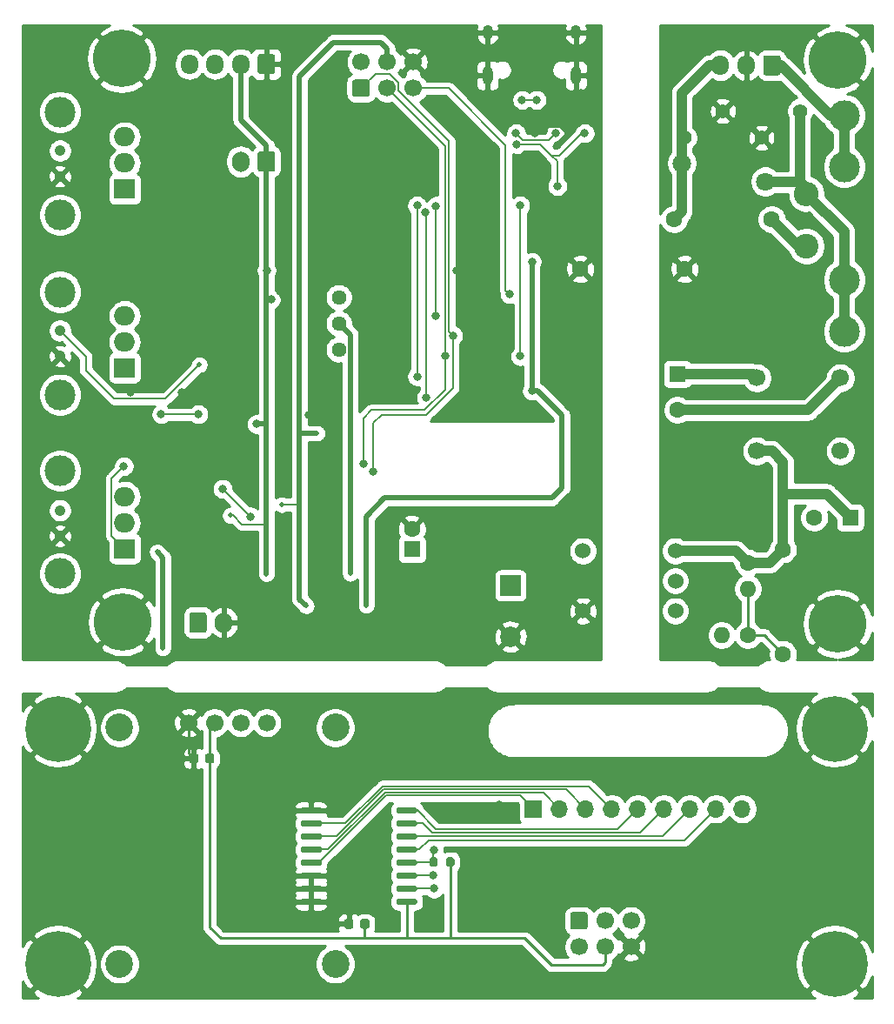
<source format=gbl>
G04 #@! TF.GenerationSoftware,KiCad,Pcbnew,(5.1.10)-1*
G04 #@! TF.CreationDate,2021-10-26T21:04:21+02:00*
G04 #@! TF.ProjectId,Load,4c6f6164-2e6b-4696-9361-645f70636258,rev?*
G04 #@! TF.SameCoordinates,Original*
G04 #@! TF.FileFunction,Copper,L2,Bot*
G04 #@! TF.FilePolarity,Positive*
%FSLAX46Y46*%
G04 Gerber Fmt 4.6, Leading zero omitted, Abs format (unit mm)*
G04 Created by KiCad (PCBNEW (5.1.10)-1) date 2021-10-26 21:04:21*
%MOMM*%
%LPD*%
G01*
G04 APERTURE LIST*
G04 #@! TA.AperFunction,ComponentPad*
%ADD10O,2.400000X2.400000*%
G04 #@! TD*
G04 #@! TA.AperFunction,ComponentPad*
%ADD11C,2.400000*%
G04 #@! TD*
G04 #@! TA.AperFunction,ComponentPad*
%ADD12C,3.000000*%
G04 #@! TD*
G04 #@! TA.AperFunction,WasherPad*
%ADD13C,2.700000*%
G04 #@! TD*
G04 #@! TA.AperFunction,ComponentPad*
%ADD14C,1.700000*%
G04 #@! TD*
G04 #@! TA.AperFunction,ComponentPad*
%ADD15C,1.440000*%
G04 #@! TD*
G04 #@! TA.AperFunction,ComponentPad*
%ADD16C,5.600000*%
G04 #@! TD*
G04 #@! TA.AperFunction,ComponentPad*
%ADD17C,1.600000*%
G04 #@! TD*
G04 #@! TA.AperFunction,ComponentPad*
%ADD18R,1.600000X1.600000*%
G04 #@! TD*
G04 #@! TA.AperFunction,ComponentPad*
%ADD19C,1.800000*%
G04 #@! TD*
G04 #@! TA.AperFunction,ComponentPad*
%ADD20C,1.400000*%
G04 #@! TD*
G04 #@! TA.AperFunction,ComponentPad*
%ADD21O,1.000000X1.400000*%
G04 #@! TD*
G04 #@! TA.AperFunction,ComponentPad*
%ADD22C,1.524000*%
G04 #@! TD*
G04 #@! TA.AperFunction,ComponentPad*
%ADD23O,1.600000X1.600000*%
G04 #@! TD*
G04 #@! TA.AperFunction,ComponentPad*
%ADD24O,1.700000X2.000000*%
G04 #@! TD*
G04 #@! TA.AperFunction,ComponentPad*
%ADD25O,1.700000X1.950000*%
G04 #@! TD*
G04 #@! TA.AperFunction,ComponentPad*
%ADD26O,2.000000X1.905000*%
G04 #@! TD*
G04 #@! TA.AperFunction,ComponentPad*
%ADD27R,2.000000X1.905000*%
G04 #@! TD*
G04 #@! TA.AperFunction,ComponentPad*
%ADD28O,1.700000X1.700000*%
G04 #@! TD*
G04 #@! TA.AperFunction,ComponentPad*
%ADD29R,1.700000X1.700000*%
G04 #@! TD*
G04 #@! TA.AperFunction,ComponentPad*
%ADD30C,6.400000*%
G04 #@! TD*
G04 #@! TA.AperFunction,ComponentPad*
%ADD31C,2.000000*%
G04 #@! TD*
G04 #@! TA.AperFunction,ComponentPad*
%ADD32R,2.000000X2.000000*%
G04 #@! TD*
G04 #@! TA.AperFunction,ComponentPad*
%ADD33C,1.050000*%
G04 #@! TD*
G04 #@! TA.AperFunction,ViaPad*
%ADD34C,0.800000*%
G04 #@! TD*
G04 #@! TA.AperFunction,ViaPad*
%ADD35C,0.500000*%
G04 #@! TD*
G04 #@! TA.AperFunction,Conductor*
%ADD36C,1.000000*%
G04 #@! TD*
G04 #@! TA.AperFunction,Conductor*
%ADD37C,0.152400*%
G04 #@! TD*
G04 #@! TA.AperFunction,Conductor*
%ADD38C,0.500000*%
G04 #@! TD*
G04 #@! TA.AperFunction,Conductor*
%ADD39C,0.200000*%
G04 #@! TD*
G04 #@! TA.AperFunction,Conductor*
%ADD40C,0.250000*%
G04 #@! TD*
G04 #@! TA.AperFunction,Conductor*
%ADD41C,0.254000*%
G04 #@! TD*
G04 #@! TA.AperFunction,Conductor*
%ADD42C,0.100000*%
G04 #@! TD*
G04 APERTURE END LIST*
D10*
X193802000Y-63055500D03*
D11*
X193802000Y-68135500D03*
D12*
X197485000Y-71413000D03*
X197485000Y-55413000D03*
X197485000Y-76413000D03*
X197485000Y-60413000D03*
D13*
X126931500Y-137998500D03*
X147931500Y-137998500D03*
X147931500Y-114998500D03*
D14*
X141254200Y-114522400D03*
X138714200Y-114522400D03*
X136174200Y-114522400D03*
X133634200Y-114522400D03*
D13*
X126931500Y-114998500D03*
D15*
X148281500Y-73120000D03*
X148281500Y-75660000D03*
X148281500Y-78200000D03*
D14*
X155511500Y-50228500D03*
X152971500Y-50228500D03*
X150431500Y-50228500D03*
X155511500Y-52768500D03*
X152971500Y-52768500D03*
G04 #@! TA.AperFunction,ComponentPad*
G36*
G01*
X151031500Y-53618500D02*
X149831500Y-53618500D01*
G75*
G02*
X149581500Y-53368500I0J250000D01*
G01*
X149581500Y-52168500D01*
G75*
G02*
X149831500Y-51918500I250000J0D01*
G01*
X151031500Y-51918500D01*
G75*
G02*
X151281500Y-52168500I0J-250000D01*
G01*
X151281500Y-53368500D01*
G75*
G02*
X151031500Y-53618500I-250000J0D01*
G01*
G37*
G04 #@! TD.AperFunction*
X176720500Y-136334500D03*
X174180500Y-136334500D03*
X171640500Y-136334500D03*
X176720500Y-133794500D03*
X174180500Y-133794500D03*
G04 #@! TA.AperFunction,ComponentPad*
G36*
G01*
X171040500Y-132944500D02*
X172240500Y-132944500D01*
G75*
G02*
X172490500Y-133194500I0J-250000D01*
G01*
X172490500Y-134394500D01*
G75*
G02*
X172240500Y-134644500I-250000J0D01*
G01*
X171040500Y-134644500D01*
G75*
G02*
X170790500Y-134394500I0J250000D01*
G01*
X170790500Y-133194500D01*
G75*
G02*
X171040500Y-132944500I250000J0D01*
G01*
G37*
G04 #@! TD.AperFunction*
D16*
X196831500Y-49998500D03*
D14*
X197104000Y-80962500D03*
X188976000Y-80962500D03*
X188976000Y-88074500D03*
X197104000Y-88074500D03*
D17*
X180924200Y-65532000D03*
X190423800Y-65532000D03*
X181229000Y-84081500D03*
D18*
X181229000Y-80581500D03*
D19*
X181673500Y-60071000D03*
X189801500Y-61849000D03*
D20*
X189424000Y-57594500D03*
X181924000Y-57594500D03*
X193170500Y-54991000D03*
X185670500Y-54991000D03*
D21*
X171359000Y-47325500D03*
G04 #@! TA.AperFunction,ComponentPad*
G36*
G01*
X171859000Y-51125500D02*
X171859000Y-51925500D01*
G75*
G02*
X171359000Y-52425500I-500000J0D01*
G01*
X171359000Y-52425500D01*
G75*
G02*
X170859000Y-51925500I0J500000D01*
G01*
X170859000Y-51125500D01*
G75*
G02*
X171359000Y-50625500I500000J0D01*
G01*
X171359000Y-50625500D01*
G75*
G02*
X171859000Y-51125500I0J-500000D01*
G01*
G37*
G04 #@! TD.AperFunction*
X162759000Y-47325500D03*
G04 #@! TA.AperFunction,ComponentPad*
G36*
G01*
X163259000Y-51125500D02*
X163259000Y-51925500D01*
G75*
G02*
X162759000Y-52425500I-500000J0D01*
G01*
X162759000Y-52425500D01*
G75*
G02*
X162259000Y-51925500I0J500000D01*
G01*
X162259000Y-51125500D01*
G75*
G02*
X162759000Y-50625500I500000J0D01*
G01*
X162759000Y-50625500D01*
G75*
G02*
X163259000Y-51125500I0J-500000D01*
G01*
G37*
G04 #@! TD.AperFunction*
D22*
X181038500Y-97790000D03*
X181038500Y-100711000D03*
X181038500Y-103632000D03*
X172043500Y-103632000D03*
X172043500Y-97790000D03*
D23*
X188087000Y-101473000D03*
D17*
X188087000Y-98933000D03*
D23*
X185547000Y-105981500D03*
D17*
X188087000Y-105981500D03*
X171767500Y-70358000D03*
X181927500Y-70358000D03*
G04 #@! TA.AperFunction,SMDPad,CuDef*
G36*
G01*
X157880500Y-127804500D02*
X157880500Y-128354500D01*
G75*
G02*
X157680500Y-128554500I-200000J0D01*
G01*
X157280500Y-128554500D01*
G75*
G02*
X157080500Y-128354500I0J200000D01*
G01*
X157080500Y-127804500D01*
G75*
G02*
X157280500Y-127604500I200000J0D01*
G01*
X157680500Y-127604500D01*
G75*
G02*
X157880500Y-127804500I0J-200000D01*
G01*
G37*
G04 #@! TD.AperFunction*
G04 #@! TA.AperFunction,SMDPad,CuDef*
G36*
G01*
X159530500Y-127804500D02*
X159530500Y-128354500D01*
G75*
G02*
X159330500Y-128554500I-200000J0D01*
G01*
X158930500Y-128554500D01*
G75*
G02*
X158730500Y-128354500I0J200000D01*
G01*
X158730500Y-127804500D01*
G75*
G02*
X158930500Y-127604500I200000J0D01*
G01*
X159330500Y-127604500D01*
G75*
G02*
X159530500Y-127804500I0J-200000D01*
G01*
G37*
G04 #@! TD.AperFunction*
D24*
X138731500Y-59898500D03*
G04 #@! TA.AperFunction,ComponentPad*
G36*
G01*
X142081500Y-59148500D02*
X142081500Y-60648500D01*
G75*
G02*
X141831500Y-60898500I-250000J0D01*
G01*
X140631500Y-60898500D01*
G75*
G02*
X140381500Y-60648500I0J250000D01*
G01*
X140381500Y-59148500D01*
G75*
G02*
X140631500Y-58898500I250000J0D01*
G01*
X141831500Y-58898500D01*
G75*
G02*
X142081500Y-59148500I0J-250000D01*
G01*
G37*
G04 #@! TD.AperFunction*
D25*
X133731500Y-50419000D03*
X136231500Y-50419000D03*
X138731500Y-50419000D03*
G04 #@! TA.AperFunction,ComponentPad*
G36*
G01*
X142081500Y-49694000D02*
X142081500Y-51144000D01*
G75*
G02*
X141831500Y-51394000I-250000J0D01*
G01*
X140631500Y-51394000D01*
G75*
G02*
X140381500Y-51144000I0J250000D01*
G01*
X140381500Y-49694000D01*
G75*
G02*
X140631500Y-49444000I250000J0D01*
G01*
X141831500Y-49444000D01*
G75*
G02*
X142081500Y-49694000I0J-250000D01*
G01*
G37*
G04 #@! TD.AperFunction*
G04 #@! TA.AperFunction,SMDPad,CuDef*
G36*
G01*
X153856500Y-132093500D02*
X153856500Y-131793500D01*
G75*
G02*
X154006500Y-131643500I150000J0D01*
G01*
X155756500Y-131643500D01*
G75*
G02*
X155906500Y-131793500I0J-150000D01*
G01*
X155906500Y-132093500D01*
G75*
G02*
X155756500Y-132243500I-150000J0D01*
G01*
X154006500Y-132243500D01*
G75*
G02*
X153856500Y-132093500I0J150000D01*
G01*
G37*
G04 #@! TD.AperFunction*
G04 #@! TA.AperFunction,SMDPad,CuDef*
G36*
G01*
X153856500Y-130823500D02*
X153856500Y-130523500D01*
G75*
G02*
X154006500Y-130373500I150000J0D01*
G01*
X155756500Y-130373500D01*
G75*
G02*
X155906500Y-130523500I0J-150000D01*
G01*
X155906500Y-130823500D01*
G75*
G02*
X155756500Y-130973500I-150000J0D01*
G01*
X154006500Y-130973500D01*
G75*
G02*
X153856500Y-130823500I0J150000D01*
G01*
G37*
G04 #@! TD.AperFunction*
G04 #@! TA.AperFunction,SMDPad,CuDef*
G36*
G01*
X153856500Y-129553500D02*
X153856500Y-129253500D01*
G75*
G02*
X154006500Y-129103500I150000J0D01*
G01*
X155756500Y-129103500D01*
G75*
G02*
X155906500Y-129253500I0J-150000D01*
G01*
X155906500Y-129553500D01*
G75*
G02*
X155756500Y-129703500I-150000J0D01*
G01*
X154006500Y-129703500D01*
G75*
G02*
X153856500Y-129553500I0J150000D01*
G01*
G37*
G04 #@! TD.AperFunction*
G04 #@! TA.AperFunction,SMDPad,CuDef*
G36*
G01*
X153856500Y-128283500D02*
X153856500Y-127983500D01*
G75*
G02*
X154006500Y-127833500I150000J0D01*
G01*
X155756500Y-127833500D01*
G75*
G02*
X155906500Y-127983500I0J-150000D01*
G01*
X155906500Y-128283500D01*
G75*
G02*
X155756500Y-128433500I-150000J0D01*
G01*
X154006500Y-128433500D01*
G75*
G02*
X153856500Y-128283500I0J150000D01*
G01*
G37*
G04 #@! TD.AperFunction*
G04 #@! TA.AperFunction,SMDPad,CuDef*
G36*
G01*
X153856500Y-127013500D02*
X153856500Y-126713500D01*
G75*
G02*
X154006500Y-126563500I150000J0D01*
G01*
X155756500Y-126563500D01*
G75*
G02*
X155906500Y-126713500I0J-150000D01*
G01*
X155906500Y-127013500D01*
G75*
G02*
X155756500Y-127163500I-150000J0D01*
G01*
X154006500Y-127163500D01*
G75*
G02*
X153856500Y-127013500I0J150000D01*
G01*
G37*
G04 #@! TD.AperFunction*
G04 #@! TA.AperFunction,SMDPad,CuDef*
G36*
G01*
X153856500Y-125743500D02*
X153856500Y-125443500D01*
G75*
G02*
X154006500Y-125293500I150000J0D01*
G01*
X155756500Y-125293500D01*
G75*
G02*
X155906500Y-125443500I0J-150000D01*
G01*
X155906500Y-125743500D01*
G75*
G02*
X155756500Y-125893500I-150000J0D01*
G01*
X154006500Y-125893500D01*
G75*
G02*
X153856500Y-125743500I0J150000D01*
G01*
G37*
G04 #@! TD.AperFunction*
G04 #@! TA.AperFunction,SMDPad,CuDef*
G36*
G01*
X153856500Y-124473500D02*
X153856500Y-124173500D01*
G75*
G02*
X154006500Y-124023500I150000J0D01*
G01*
X155756500Y-124023500D01*
G75*
G02*
X155906500Y-124173500I0J-150000D01*
G01*
X155906500Y-124473500D01*
G75*
G02*
X155756500Y-124623500I-150000J0D01*
G01*
X154006500Y-124623500D01*
G75*
G02*
X153856500Y-124473500I0J150000D01*
G01*
G37*
G04 #@! TD.AperFunction*
G04 #@! TA.AperFunction,SMDPad,CuDef*
G36*
G01*
X153856500Y-123203500D02*
X153856500Y-122903500D01*
G75*
G02*
X154006500Y-122753500I150000J0D01*
G01*
X155756500Y-122753500D01*
G75*
G02*
X155906500Y-122903500I0J-150000D01*
G01*
X155906500Y-123203500D01*
G75*
G02*
X155756500Y-123353500I-150000J0D01*
G01*
X154006500Y-123353500D01*
G75*
G02*
X153856500Y-123203500I0J150000D01*
G01*
G37*
G04 #@! TD.AperFunction*
G04 #@! TA.AperFunction,SMDPad,CuDef*
G36*
G01*
X144556500Y-123203500D02*
X144556500Y-122903500D01*
G75*
G02*
X144706500Y-122753500I150000J0D01*
G01*
X146456500Y-122753500D01*
G75*
G02*
X146606500Y-122903500I0J-150000D01*
G01*
X146606500Y-123203500D01*
G75*
G02*
X146456500Y-123353500I-150000J0D01*
G01*
X144706500Y-123353500D01*
G75*
G02*
X144556500Y-123203500I0J150000D01*
G01*
G37*
G04 #@! TD.AperFunction*
G04 #@! TA.AperFunction,SMDPad,CuDef*
G36*
G01*
X144556500Y-124473500D02*
X144556500Y-124173500D01*
G75*
G02*
X144706500Y-124023500I150000J0D01*
G01*
X146456500Y-124023500D01*
G75*
G02*
X146606500Y-124173500I0J-150000D01*
G01*
X146606500Y-124473500D01*
G75*
G02*
X146456500Y-124623500I-150000J0D01*
G01*
X144706500Y-124623500D01*
G75*
G02*
X144556500Y-124473500I0J150000D01*
G01*
G37*
G04 #@! TD.AperFunction*
G04 #@! TA.AperFunction,SMDPad,CuDef*
G36*
G01*
X144556500Y-125743500D02*
X144556500Y-125443500D01*
G75*
G02*
X144706500Y-125293500I150000J0D01*
G01*
X146456500Y-125293500D01*
G75*
G02*
X146606500Y-125443500I0J-150000D01*
G01*
X146606500Y-125743500D01*
G75*
G02*
X146456500Y-125893500I-150000J0D01*
G01*
X144706500Y-125893500D01*
G75*
G02*
X144556500Y-125743500I0J150000D01*
G01*
G37*
G04 #@! TD.AperFunction*
G04 #@! TA.AperFunction,SMDPad,CuDef*
G36*
G01*
X144556500Y-127013500D02*
X144556500Y-126713500D01*
G75*
G02*
X144706500Y-126563500I150000J0D01*
G01*
X146456500Y-126563500D01*
G75*
G02*
X146606500Y-126713500I0J-150000D01*
G01*
X146606500Y-127013500D01*
G75*
G02*
X146456500Y-127163500I-150000J0D01*
G01*
X144706500Y-127163500D01*
G75*
G02*
X144556500Y-127013500I0J150000D01*
G01*
G37*
G04 #@! TD.AperFunction*
G04 #@! TA.AperFunction,SMDPad,CuDef*
G36*
G01*
X144556500Y-128283500D02*
X144556500Y-127983500D01*
G75*
G02*
X144706500Y-127833500I150000J0D01*
G01*
X146456500Y-127833500D01*
G75*
G02*
X146606500Y-127983500I0J-150000D01*
G01*
X146606500Y-128283500D01*
G75*
G02*
X146456500Y-128433500I-150000J0D01*
G01*
X144706500Y-128433500D01*
G75*
G02*
X144556500Y-128283500I0J150000D01*
G01*
G37*
G04 #@! TD.AperFunction*
G04 #@! TA.AperFunction,SMDPad,CuDef*
G36*
G01*
X144556500Y-129553500D02*
X144556500Y-129253500D01*
G75*
G02*
X144706500Y-129103500I150000J0D01*
G01*
X146456500Y-129103500D01*
G75*
G02*
X146606500Y-129253500I0J-150000D01*
G01*
X146606500Y-129553500D01*
G75*
G02*
X146456500Y-129703500I-150000J0D01*
G01*
X144706500Y-129703500D01*
G75*
G02*
X144556500Y-129553500I0J150000D01*
G01*
G37*
G04 #@! TD.AperFunction*
G04 #@! TA.AperFunction,SMDPad,CuDef*
G36*
G01*
X144556500Y-130823500D02*
X144556500Y-130523500D01*
G75*
G02*
X144706500Y-130373500I150000J0D01*
G01*
X146456500Y-130373500D01*
G75*
G02*
X146606500Y-130523500I0J-150000D01*
G01*
X146606500Y-130823500D01*
G75*
G02*
X146456500Y-130973500I-150000J0D01*
G01*
X144706500Y-130973500D01*
G75*
G02*
X144556500Y-130823500I0J150000D01*
G01*
G37*
G04 #@! TD.AperFunction*
G04 #@! TA.AperFunction,SMDPad,CuDef*
G36*
G01*
X144556500Y-132093500D02*
X144556500Y-131793500D01*
G75*
G02*
X144706500Y-131643500I150000J0D01*
G01*
X146456500Y-131643500D01*
G75*
G02*
X146606500Y-131793500I0J-150000D01*
G01*
X146606500Y-132093500D01*
G75*
G02*
X146456500Y-132243500I-150000J0D01*
G01*
X144706500Y-132243500D01*
G75*
G02*
X144556500Y-132093500I0J150000D01*
G01*
G37*
G04 #@! TD.AperFunction*
D26*
X127431500Y-57518500D03*
X127431500Y-60058500D03*
D27*
X127431500Y-62598500D03*
D26*
X127431500Y-92518500D03*
X127431500Y-95058500D03*
D27*
X127431500Y-97598500D03*
D24*
X137056500Y-104775000D03*
G04 #@! TA.AperFunction,ComponentPad*
G36*
G01*
X133706500Y-105525000D02*
X133706500Y-104025000D01*
G75*
G02*
X133956500Y-103775000I250000J0D01*
G01*
X135156500Y-103775000D01*
G75*
G02*
X135406500Y-104025000I0J-250000D01*
G01*
X135406500Y-105525000D01*
G75*
G02*
X135156500Y-105775000I-250000J0D01*
G01*
X133956500Y-105775000D01*
G75*
G02*
X133706500Y-105525000I0J250000D01*
G01*
G37*
G04 #@! TD.AperFunction*
D28*
X187551500Y-122898500D03*
X185011500Y-122898500D03*
X182471500Y-122898500D03*
X179931500Y-122898500D03*
X177391500Y-122898500D03*
X174851500Y-122898500D03*
X172311500Y-122898500D03*
X169771500Y-122898500D03*
D29*
X167231500Y-122898500D03*
D30*
X196531500Y-137998500D03*
X196531500Y-115098500D03*
X120931500Y-137998500D03*
X120931500Y-115098500D03*
D17*
X155400000Y-95650000D03*
D18*
X155400000Y-97650000D03*
D31*
X165000000Y-106150000D03*
D32*
X165000000Y-101150000D03*
D17*
X191516000Y-107823000D03*
X191516000Y-97663000D03*
X194556500Y-94551500D03*
D18*
X198056500Y-94551500D03*
G04 #@! TA.AperFunction,SMDPad,CuDef*
G36*
G01*
X135256500Y-118248500D02*
X135256500Y-117748500D01*
G75*
G02*
X135481500Y-117523500I225000J0D01*
G01*
X135931500Y-117523500D01*
G75*
G02*
X136156500Y-117748500I0J-225000D01*
G01*
X136156500Y-118248500D01*
G75*
G02*
X135931500Y-118473500I-225000J0D01*
G01*
X135481500Y-118473500D01*
G75*
G02*
X135256500Y-118248500I0J225000D01*
G01*
G37*
G04 #@! TD.AperFunction*
G04 #@! TA.AperFunction,SMDPad,CuDef*
G36*
G01*
X133706500Y-118248500D02*
X133706500Y-117748500D01*
G75*
G02*
X133931500Y-117523500I225000J0D01*
G01*
X134381500Y-117523500D01*
G75*
G02*
X134606500Y-117748500I0J-225000D01*
G01*
X134606500Y-118248500D01*
G75*
G02*
X134381500Y-118473500I-225000J0D01*
G01*
X133931500Y-118473500D01*
G75*
G02*
X133706500Y-118248500I0J225000D01*
G01*
G37*
G04 #@! TD.AperFunction*
G04 #@! TA.AperFunction,SMDPad,CuDef*
G36*
G01*
X150356500Y-134348500D02*
X150356500Y-133848500D01*
G75*
G02*
X150581500Y-133623500I225000J0D01*
G01*
X151031500Y-133623500D01*
G75*
G02*
X151256500Y-133848500I0J-225000D01*
G01*
X151256500Y-134348500D01*
G75*
G02*
X151031500Y-134573500I-225000J0D01*
G01*
X150581500Y-134573500D01*
G75*
G02*
X150356500Y-134348500I0J225000D01*
G01*
G37*
G04 #@! TD.AperFunction*
G04 #@! TA.AperFunction,SMDPad,CuDef*
G36*
G01*
X148806500Y-134348500D02*
X148806500Y-133848500D01*
G75*
G02*
X149031500Y-133623500I225000J0D01*
G01*
X149481500Y-133623500D01*
G75*
G02*
X149706500Y-133848500I0J-225000D01*
G01*
X149706500Y-134348500D01*
G75*
G02*
X149481500Y-134573500I-225000J0D01*
G01*
X149031500Y-134573500D01*
G75*
G02*
X148806500Y-134348500I0J225000D01*
G01*
G37*
G04 #@! TD.AperFunction*
D33*
X121131500Y-61348500D03*
X121131500Y-58848500D03*
X121131500Y-78848500D03*
X121131500Y-76348500D03*
X121131500Y-96348500D03*
X121131500Y-93848500D03*
D26*
X127431500Y-74918500D03*
X127431500Y-77458500D03*
D27*
X127431500Y-79998500D03*
G04 #@! TA.AperFunction,ComponentPad*
G36*
G01*
X191286500Y-49821000D02*
X191286500Y-51271000D01*
G75*
G02*
X191036500Y-51521000I-250000J0D01*
G01*
X189836500Y-51521000D01*
G75*
G02*
X189586500Y-51271000I0J250000D01*
G01*
X189586500Y-49821000D01*
G75*
G02*
X189836500Y-49571000I250000J0D01*
G01*
X191036500Y-49571000D01*
G75*
G02*
X191286500Y-49821000I0J-250000D01*
G01*
G37*
G04 #@! TD.AperFunction*
D25*
X187936500Y-50546000D03*
X185436500Y-50546000D03*
D12*
X121131500Y-55094700D03*
X121131500Y-65102300D03*
D16*
X127131500Y-49898500D03*
X127231500Y-104698500D03*
X196831500Y-104898500D03*
D12*
X121131500Y-72594700D03*
X121131500Y-82602300D03*
X121131500Y-89994700D03*
X121131500Y-100002300D03*
D34*
X167513000Y-53911500D03*
X166116000Y-53911500D03*
X189103000Y-90614500D03*
X167005000Y-59626500D03*
X168846500Y-53911500D03*
X167386000Y-57150000D03*
X160450000Y-57350000D03*
X168275000Y-60896500D03*
X168275000Y-60896500D03*
X169545000Y-58356500D03*
X126809500Y-66992500D03*
X131000500Y-64452500D03*
X129857500Y-71564500D03*
X170688000Y-57150000D03*
X171831000Y-53276500D03*
X162687000Y-53276500D03*
X163703000Y-49847500D03*
X170688000Y-49847500D03*
X152971500Y-66855500D03*
X163050000Y-70500000D03*
X161600000Y-76100000D03*
X160900000Y-80350000D03*
X162242500Y-83365500D03*
X165300000Y-84050000D03*
X173000000Y-78600000D03*
X173000000Y-86100000D03*
X171894500Y-93916500D03*
X118554500Y-106997500D03*
X120967500Y-86169500D03*
X121094500Y-68770500D03*
X136652000Y-60896500D03*
X146113500Y-68516500D03*
X142550000Y-72550000D03*
X168338500Y-67363500D03*
X127952500Y-82359500D03*
X146367500Y-75755500D03*
X147800000Y-81550000D03*
X151320500Y-82950000D03*
X159700000Y-70500000D03*
X171900000Y-100850000D03*
X171900000Y-106800000D03*
X121094500Y-68770500D03*
X119850000Y-48450000D03*
X132950000Y-82359500D03*
X132950000Y-69050000D03*
X132900000Y-61600000D03*
X143050000Y-96850000D03*
X139550000Y-92500000D03*
X148000000Y-91100000D03*
X135850000Y-74650000D03*
X137800000Y-80750000D03*
X145800000Y-60650000D03*
X162500000Y-98100000D03*
X158650000Y-106100000D03*
X155200000Y-106050000D03*
X145350000Y-84600000D03*
X171400000Y-62300000D03*
X151550000Y-58950000D03*
X151150000Y-64700000D03*
X152400000Y-94900000D03*
X137150000Y-78700000D03*
X126700000Y-87900000D03*
X168700000Y-63850000D03*
X131100000Y-54700000D03*
X165600000Y-62250000D03*
X161550000Y-63300000D03*
X157150000Y-62250000D03*
X137050000Y-100450000D03*
X141750000Y-103350000D03*
X144300000Y-106200000D03*
X167068500Y-69649500D03*
X167068500Y-82222500D03*
D35*
X145100000Y-103150000D03*
X144449999Y-57350001D03*
X146149999Y-86350001D03*
X150950000Y-103100000D03*
X144425000Y-95275000D03*
X142700000Y-93300000D03*
X131150000Y-107250000D03*
X130600000Y-97900000D03*
D34*
X180231500Y-130298500D03*
X163931500Y-122498500D03*
X142938500Y-132651500D03*
X142938500Y-131508500D03*
X142938500Y-130365500D03*
X157543500Y-133794500D03*
X197167500Y-121729500D03*
X197167500Y-131000500D03*
X122745500Y-131000500D03*
X122745500Y-121729500D03*
X157670500Y-139001500D03*
X157670500Y-114871500D03*
X188150500Y-135826500D03*
X134429500Y-127063500D03*
X169418000Y-57150000D03*
X165529278Y-57150000D03*
X158598500Y-78848500D03*
X150650000Y-89350000D03*
X164909500Y-72824500D03*
X159398500Y-76848500D03*
X151650000Y-90100000D03*
D35*
X134700000Y-79700000D03*
D34*
X141668500Y-73342500D03*
X140250000Y-85450000D03*
D35*
X141231500Y-100031500D03*
D34*
X141250000Y-70500000D03*
D35*
X149401501Y-99998499D03*
X137700000Y-94350000D03*
D34*
X165934000Y-78848500D03*
X165925500Y-64188500D03*
X156781500Y-82857500D03*
X156718000Y-64887000D03*
X155892500Y-80825500D03*
X155892500Y-64188500D03*
X157734000Y-74920000D03*
X157734000Y-64210800D03*
X127350000Y-89550000D03*
X169545000Y-62293500D03*
X165608000Y-58229500D03*
X172212000Y-57150000D03*
X136950000Y-91750000D03*
X139650000Y-94454820D03*
X134600000Y-84500000D03*
X130995209Y-84495209D03*
X157489500Y-129403500D03*
X157543500Y-130673500D03*
X157543500Y-126936500D03*
D36*
X185436500Y-50546000D02*
X184340500Y-50546000D01*
X184340500Y-50546000D02*
X181673500Y-53213000D01*
X181924000Y-57594500D02*
X181673500Y-57594500D01*
X181673500Y-57594500D02*
X181673500Y-60071000D01*
X181673500Y-53213000D02*
X181673500Y-57594500D01*
X181673500Y-64782700D02*
X180924200Y-65532000D01*
X181673500Y-60071000D02*
X181673500Y-64782700D01*
D37*
X166116000Y-53911500D02*
X167513000Y-53911500D01*
D38*
X169887999Y-56349999D02*
X170688000Y-57150000D01*
X168186001Y-56349999D02*
X169887999Y-56349999D01*
X167386000Y-57150000D02*
X168186001Y-56349999D01*
X170688000Y-57213500D02*
X169545000Y-58356500D01*
X170688000Y-57150000D02*
X170688000Y-57213500D01*
X167068500Y-69649500D02*
X167068500Y-82222500D01*
X145100000Y-103150000D02*
X144449999Y-102499999D01*
X152971500Y-50228500D02*
X152971500Y-48921500D01*
X152971500Y-48921500D02*
X152350000Y-48300000D01*
X147749998Y-48300000D02*
X144449999Y-51599999D01*
X152350000Y-48300000D02*
X147749998Y-48300000D01*
X144449999Y-57350001D02*
X144449999Y-51599999D01*
X144449999Y-86350001D02*
X146149999Y-86350001D01*
X144449999Y-86350001D02*
X144449999Y-57350001D01*
X170008510Y-91659192D02*
X169017702Y-92650000D01*
X170008510Y-84596825D02*
X170008510Y-91659192D01*
X167634185Y-82222500D02*
X170008510Y-84596825D01*
X167068500Y-82222500D02*
X167634185Y-82222500D01*
X169017702Y-92650000D02*
X152750000Y-92650000D01*
X152750000Y-92650000D02*
X150950000Y-94450000D01*
X150950000Y-94450000D02*
X150950000Y-103100000D01*
D39*
X143053554Y-93299999D02*
X144449999Y-93299999D01*
X142700000Y-93300000D02*
X143053554Y-93299999D01*
D38*
X144449999Y-93299999D02*
X144449999Y-86350001D01*
X144449999Y-102499999D02*
X144449999Y-93299999D01*
X131150000Y-107250000D02*
X131150000Y-98450000D01*
X131150000Y-98450000D02*
X130600000Y-97900000D01*
D40*
X135706500Y-114990100D02*
X136174200Y-114522400D01*
X135706500Y-117998500D02*
X135706500Y-114990100D01*
X174180500Y-136334500D02*
X174180500Y-137858500D01*
X135706500Y-134436500D02*
X135706500Y-117998500D01*
X136768500Y-135498500D02*
X135706500Y-134436500D01*
X150331500Y-135498500D02*
X136768500Y-135498500D01*
X150806500Y-135451500D02*
X150759500Y-135498500D01*
X150806500Y-134098500D02*
X150806500Y-135451500D01*
X150331500Y-135498500D02*
X150759500Y-135498500D01*
X154881500Y-135419500D02*
X154802500Y-135498500D01*
X154881500Y-131943500D02*
X154881500Y-135419500D01*
X150759500Y-135498500D02*
X154802500Y-135498500D01*
X168973500Y-138112500D02*
X173926500Y-138112500D01*
X166359500Y-135498500D02*
X168973500Y-138112500D01*
X174180500Y-137858500D02*
X173926500Y-138112500D01*
X159156500Y-135462500D02*
X159120500Y-135498500D01*
X159156500Y-128105500D02*
X159156500Y-135462500D01*
X159130500Y-128079500D02*
X159156500Y-128105500D01*
X159120500Y-135498500D02*
X166359500Y-135498500D01*
X154802500Y-135498500D02*
X159120500Y-135498500D01*
X133634200Y-117476200D02*
X134156500Y-117998500D01*
X133634200Y-114522400D02*
X133634200Y-117476200D01*
D37*
X166205479Y-57826201D02*
X165529278Y-57150000D01*
X168741799Y-57826201D02*
X166205479Y-57826201D01*
X169418000Y-57150000D02*
X168741799Y-57826201D01*
D36*
X196153500Y-55413000D02*
X197485000Y-55413000D01*
X191286500Y-50546000D02*
X196153500Y-55413000D01*
X190436500Y-50546000D02*
X191286500Y-50546000D01*
X197485000Y-55413000D02*
X197485000Y-60413000D01*
D37*
X158598500Y-58395500D02*
X152971500Y-52768500D01*
X158598500Y-78848500D02*
X158598500Y-58395500D01*
X158598500Y-82113502D02*
X156612002Y-84100000D01*
X150650000Y-84900000D02*
X150650000Y-89350000D01*
X151450000Y-84100000D02*
X150650000Y-84900000D01*
X151500000Y-84100000D02*
X151450000Y-84100000D01*
X156612002Y-84100000D02*
X151500000Y-84100000D01*
X158598500Y-78848500D02*
X158598500Y-82113502D01*
X164509501Y-72424501D02*
X164509501Y-58309501D01*
X164909500Y-72824500D02*
X164509501Y-72424501D01*
X158968500Y-52768500D02*
X155511500Y-52768500D01*
X164509501Y-58309501D02*
X158968500Y-52768500D01*
X151845299Y-51354701D02*
X150431500Y-52768500D01*
X154097701Y-52227923D02*
X153224479Y-51354701D01*
X153224479Y-51354701D02*
X151845299Y-51354701D01*
X154097701Y-53021479D02*
X154097701Y-52227923D01*
X158998501Y-57922279D02*
X154097701Y-53021479D01*
X158998501Y-76448501D02*
X158998501Y-57922279D01*
X159398500Y-76848500D02*
X158998501Y-76448501D01*
X151649990Y-88450010D02*
X151650000Y-90100000D01*
X151649990Y-85350010D02*
X151649990Y-88450010D01*
X152449990Y-84550010D02*
X151649990Y-85350010D01*
X156798402Y-84550010D02*
X152449990Y-84550010D01*
X159398500Y-81949912D02*
X156798402Y-84550010D01*
X159398500Y-76848500D02*
X159398500Y-81949912D01*
X131414299Y-82985701D02*
X126385701Y-82985701D01*
X134700000Y-79700000D02*
X131414299Y-82985701D01*
X126385701Y-82985701D02*
X123650000Y-80250000D01*
X123650000Y-78867000D02*
X121131500Y-76348500D01*
X123650000Y-80250000D02*
X123650000Y-78867000D01*
D38*
X141231500Y-59898500D02*
X141231500Y-58364000D01*
X138731500Y-55864000D02*
X138731500Y-50419000D01*
X141231500Y-58364000D02*
X138731500Y-55864000D01*
X141231500Y-59898500D02*
X141231500Y-67981500D01*
X141231500Y-96431500D02*
X141231500Y-100031500D01*
X141231500Y-100031500D02*
X141231500Y-100031500D01*
X141213000Y-85450000D02*
X141231500Y-85431500D01*
X140250000Y-85450000D02*
X141213000Y-85450000D01*
X141231500Y-85431500D02*
X141231500Y-91331500D01*
X141242500Y-73342500D02*
X141231500Y-73331500D01*
X141668500Y-73342500D02*
X141242500Y-73342500D01*
X141231500Y-73331500D02*
X141231500Y-85431500D01*
X141231500Y-67981500D02*
X141231500Y-73331500D01*
X149401501Y-76780001D02*
X149401501Y-99998499D01*
X148281500Y-75660000D02*
X149401501Y-76780001D01*
D39*
X141231500Y-95218500D02*
X138868500Y-95218500D01*
D38*
X141231500Y-91331500D02*
X141231500Y-95218500D01*
X141231500Y-95218500D02*
X141231500Y-96431500D01*
D39*
X138000000Y-94350000D02*
X137700000Y-94350000D01*
X138868500Y-95218500D02*
X138000000Y-94350000D01*
D37*
X165934000Y-64942000D02*
X165934000Y-78848500D01*
X165925500Y-64933500D02*
X165934000Y-64942000D01*
X165925500Y-64188500D02*
X165925500Y-64933500D01*
X156781500Y-65077500D02*
X156781500Y-82857500D01*
X156718000Y-64887000D02*
X156781500Y-65077500D01*
X155892500Y-75872500D02*
X155892500Y-80825500D01*
X155892500Y-75872500D02*
X155892500Y-64887000D01*
X155892500Y-64887000D02*
X155892500Y-64188500D01*
X157734000Y-74920000D02*
X157734000Y-65014000D01*
X157734000Y-64210800D02*
X157734000Y-65014000D01*
X126155290Y-96322290D02*
X126155290Y-90744710D01*
X127431500Y-97598500D02*
X126155290Y-96322290D01*
X126155290Y-90744710D02*
X127350000Y-89550000D01*
X168973500Y-59309000D02*
X169545000Y-59880500D01*
X169545000Y-59880500D02*
X169545000Y-62293500D01*
X165608000Y-58229500D02*
X167894000Y-58229500D01*
X168973500Y-59309000D02*
X169735500Y-59309000D01*
X167894000Y-58229500D02*
X168973500Y-59309000D01*
X171894500Y-57150000D02*
X172212000Y-57150000D01*
X169735500Y-59309000D02*
X171894500Y-57150000D01*
D36*
X197485000Y-71413000D02*
X197485000Y-76413000D01*
X197485000Y-66738500D02*
X193802000Y-63055500D01*
X197485000Y-71413000D02*
X197485000Y-66738500D01*
X193802000Y-63055500D02*
X193802000Y-62547500D01*
X193170500Y-61916000D02*
X193170500Y-54991000D01*
X193802000Y-62547500D02*
X193170500Y-61916000D01*
X189868500Y-61916000D02*
X189801500Y-61849000D01*
X193170500Y-61916000D02*
X189868500Y-61916000D01*
X193027300Y-68135500D02*
X190423800Y-65532000D01*
X193802000Y-68135500D02*
X193027300Y-68135500D01*
X193985000Y-84081500D02*
X197104000Y-80962500D01*
X181229000Y-84081500D02*
X193985000Y-84081500D01*
X188595000Y-80581500D02*
X188976000Y-80962500D01*
X181229000Y-80581500D02*
X188595000Y-80581500D01*
X188976000Y-88074500D02*
X190436500Y-88074500D01*
X190436500Y-88074500D02*
X191516000Y-89154000D01*
X195770500Y-92265500D02*
X191516000Y-92265500D01*
X198056500Y-94551500D02*
X195770500Y-92265500D01*
X191516000Y-92265500D02*
X191516000Y-97663000D01*
X191516000Y-89154000D02*
X191516000Y-92265500D01*
X190246000Y-98933000D02*
X191516000Y-97663000D01*
X188087000Y-98933000D02*
X190246000Y-98933000D01*
X186944000Y-97790000D02*
X188087000Y-98933000D01*
X181038500Y-97790000D02*
X186944000Y-97790000D01*
D40*
X188087000Y-105981500D02*
X188087000Y-101473000D01*
X189674500Y-105981500D02*
X191516000Y-107823000D01*
X188087000Y-105981500D02*
X189674500Y-105981500D01*
D37*
X181964090Y-125945910D02*
X185011500Y-122898500D01*
X157050000Y-125945910D02*
X181964090Y-125945910D01*
X156132410Y-126863500D02*
X157050000Y-125945910D01*
X154881500Y-126863500D02*
X156132410Y-126863500D01*
X179776500Y-125593500D02*
X182471500Y-122898500D01*
X154881500Y-125593500D02*
X179776500Y-125593500D01*
X177588910Y-125241090D02*
X179931500Y-122898500D01*
X157341090Y-125241090D02*
X177588910Y-125241090D01*
X156423500Y-124323500D02*
X157341090Y-125241090D01*
X154881500Y-124323500D02*
X156423500Y-124323500D01*
X154881500Y-123053500D02*
X155903500Y-123053500D01*
X155903500Y-123053500D02*
X157738680Y-124888680D01*
X175401320Y-124888680D02*
X177391500Y-122898500D01*
X157738680Y-124888680D02*
X175401320Y-124888680D01*
X148893484Y-124323500D02*
X152524214Y-120692770D01*
X172645770Y-120692770D02*
X174851500Y-122898500D01*
X152524214Y-120692770D02*
X172645770Y-120692770D01*
X148893484Y-124323500D02*
X145581500Y-124323500D01*
X148051156Y-125593500D02*
X152649476Y-120995180D01*
X145581500Y-125593500D02*
X148051156Y-125593500D01*
X170408180Y-120995180D02*
X172311500Y-122898500D01*
X152649476Y-120995180D02*
X170408180Y-120995180D01*
X147208828Y-126863500D02*
X152774738Y-121297590D01*
X145581500Y-126863500D02*
X147208828Y-126863500D01*
X168170590Y-121297590D02*
X169771500Y-122898500D01*
X152774738Y-121297590D02*
X168170590Y-121297590D01*
X145581500Y-128133500D02*
X146366500Y-128133500D01*
X146366500Y-128133500D02*
X152900000Y-121600000D01*
X165933000Y-121600000D02*
X167231500Y-122898500D01*
X152900000Y-121600000D02*
X165933000Y-121600000D01*
X139650000Y-94450000D02*
X139650000Y-94454820D01*
X136950000Y-91750000D02*
X139650000Y-94450000D01*
X131000000Y-84500000D02*
X130995209Y-84495209D01*
X134600000Y-84500000D02*
X131000000Y-84500000D01*
X154881500Y-129403500D02*
X157489500Y-129403500D01*
X157543500Y-130673500D02*
X154881500Y-130673500D01*
X157426500Y-128133500D02*
X157480500Y-128079500D01*
X154881500Y-128133500D02*
X157426500Y-128133500D01*
X157480500Y-126999500D02*
X157543500Y-126936500D01*
X157480500Y-128079500D02*
X157480500Y-126999500D01*
D41*
X131475554Y-111156124D02*
X131517969Y-111198244D01*
X131559851Y-111241013D01*
X131566952Y-111246887D01*
X131720614Y-111372211D01*
X131770423Y-111405303D01*
X131819795Y-111439110D01*
X131827902Y-111443493D01*
X132002980Y-111536584D01*
X132058275Y-111559375D01*
X132113270Y-111582946D01*
X132122074Y-111585671D01*
X132311900Y-111642982D01*
X132370566Y-111654598D01*
X132429087Y-111667037D01*
X132438252Y-111668000D01*
X132571188Y-111681035D01*
X132571457Y-111681116D01*
X132634799Y-111687272D01*
X132635593Y-111687350D01*
X132635600Y-111687350D01*
X132668433Y-111690541D01*
X157533270Y-111658457D01*
X157565377Y-111655253D01*
X157578367Y-111655253D01*
X157587532Y-111654290D01*
X157781481Y-111632535D01*
X157839966Y-111620103D01*
X157898676Y-111608478D01*
X157907479Y-111605753D01*
X158093509Y-111546740D01*
X158148519Y-111523162D01*
X158203794Y-111500380D01*
X158211900Y-111495997D01*
X158382925Y-111401975D01*
X158432264Y-111368192D01*
X158482106Y-111335077D01*
X158489206Y-111329203D01*
X158638712Y-111203753D01*
X158680557Y-111161023D01*
X158716329Y-111125500D01*
X162584121Y-111125500D01*
X162586828Y-111128772D01*
X162629263Y-111170911D01*
X162671126Y-111213661D01*
X162678227Y-111219534D01*
X162829469Y-111342884D01*
X162879277Y-111375977D01*
X162928651Y-111409784D01*
X162936757Y-111414167D01*
X163109080Y-111505792D01*
X163164392Y-111528590D01*
X163219366Y-111552152D01*
X163228169Y-111554877D01*
X163415006Y-111611286D01*
X163473686Y-111622905D01*
X163532196Y-111635342D01*
X163541361Y-111636305D01*
X163663713Y-111648302D01*
X163671194Y-111650564D01*
X163768167Y-111660028D01*
X184133004Y-111641970D01*
X184165376Y-111638753D01*
X184178367Y-111638753D01*
X184187532Y-111637790D01*
X184381481Y-111616035D01*
X184439966Y-111603603D01*
X184498676Y-111591978D01*
X184507479Y-111589253D01*
X184693509Y-111530240D01*
X184748519Y-111506662D01*
X184803794Y-111483880D01*
X184811900Y-111479497D01*
X184982925Y-111385475D01*
X185032264Y-111351692D01*
X185082106Y-111318577D01*
X185089206Y-111312703D01*
X185238712Y-111187253D01*
X185280557Y-111144523D01*
X185299713Y-111125500D01*
X189084535Y-111125500D01*
X189086828Y-111128272D01*
X189129263Y-111170411D01*
X189171126Y-111213161D01*
X189178227Y-111219034D01*
X189329469Y-111342384D01*
X189379277Y-111375477D01*
X189428651Y-111409284D01*
X189436757Y-111413667D01*
X189609080Y-111505292D01*
X189664392Y-111528090D01*
X189719366Y-111551652D01*
X189728169Y-111554377D01*
X189915006Y-111610786D01*
X189973686Y-111622405D01*
X190032196Y-111634842D01*
X190041361Y-111635805D01*
X190161058Y-111647542D01*
X190170710Y-111650468D01*
X190267676Y-111660004D01*
X194831763Y-111659354D01*
X194410830Y-111880945D01*
X194370412Y-111907952D01*
X194010224Y-112397619D01*
X196531500Y-114918895D01*
X199052776Y-112397619D01*
X198692588Y-111907952D01*
X198233574Y-111658870D01*
X200171501Y-111658594D01*
X200171501Y-113884253D01*
X200100952Y-113646292D01*
X199749055Y-112977830D01*
X199722048Y-112937412D01*
X199232381Y-112577224D01*
X196711105Y-115098500D01*
X199232381Y-117619776D01*
X199722048Y-117259588D01*
X200082349Y-116595618D01*
X200171501Y-116308262D01*
X200171500Y-136784251D01*
X200100952Y-136546292D01*
X199749055Y-135877830D01*
X199722048Y-135837412D01*
X199232381Y-135477224D01*
X196711105Y-137998500D01*
X199232381Y-140519776D01*
X199722048Y-140159588D01*
X200082349Y-139495618D01*
X200171500Y-139208264D01*
X200171500Y-141338500D01*
X198419574Y-141338500D01*
X198652170Y-141216055D01*
X198692588Y-141189048D01*
X199052776Y-140699381D01*
X196531500Y-138178105D01*
X194010224Y-140699381D01*
X194370412Y-141189048D01*
X194645825Y-141338500D01*
X122819574Y-141338500D01*
X123052170Y-141216055D01*
X123092588Y-141189048D01*
X123452776Y-140699381D01*
X120931500Y-138178105D01*
X118410224Y-140699381D01*
X118770412Y-141189048D01*
X119045825Y-141338500D01*
X117491500Y-141338500D01*
X117491500Y-139696614D01*
X117713945Y-140119170D01*
X117740952Y-140159588D01*
X118230619Y-140519776D01*
X120751895Y-137998500D01*
X121111105Y-137998500D01*
X123632381Y-140519776D01*
X124122048Y-140159588D01*
X124482349Y-139495618D01*
X124706194Y-138774115D01*
X124784980Y-138022805D01*
X124764730Y-137802995D01*
X124946500Y-137802995D01*
X124946500Y-138194005D01*
X125022782Y-138577503D01*
X125172415Y-138938750D01*
X125389649Y-139263864D01*
X125666136Y-139540351D01*
X125991250Y-139757585D01*
X126352497Y-139907218D01*
X126735995Y-139983500D01*
X127127005Y-139983500D01*
X127510503Y-139907218D01*
X127871750Y-139757585D01*
X128196864Y-139540351D01*
X128473351Y-139263864D01*
X128690585Y-138938750D01*
X128840218Y-138577503D01*
X128916500Y-138194005D01*
X128916500Y-137802995D01*
X128840218Y-137419497D01*
X128690585Y-137058250D01*
X128473351Y-136733136D01*
X128196864Y-136456649D01*
X127871750Y-136239415D01*
X127510503Y-136089782D01*
X127127005Y-136013500D01*
X126735995Y-136013500D01*
X126352497Y-136089782D01*
X125991250Y-136239415D01*
X125666136Y-136456649D01*
X125389649Y-136733136D01*
X125172415Y-137058250D01*
X125022782Y-137419497D01*
X124946500Y-137802995D01*
X124764730Y-137802995D01*
X124715678Y-137270562D01*
X124500952Y-136546292D01*
X124149055Y-135877830D01*
X124122048Y-135837412D01*
X123632381Y-135477224D01*
X121111105Y-137998500D01*
X120751895Y-137998500D01*
X118230619Y-135477224D01*
X117740952Y-135837412D01*
X117491500Y-136297107D01*
X117491500Y-135297619D01*
X118410224Y-135297619D01*
X120931500Y-137818895D01*
X123452776Y-135297619D01*
X123092588Y-134807952D01*
X122428618Y-134447651D01*
X121707115Y-134223806D01*
X120955805Y-134145020D01*
X120203562Y-134214322D01*
X119479292Y-134429048D01*
X118810830Y-134780945D01*
X118770412Y-134807952D01*
X118410224Y-135297619D01*
X117491500Y-135297619D01*
X117491500Y-117799381D01*
X118410224Y-117799381D01*
X118770412Y-118289048D01*
X119434382Y-118649349D01*
X120155885Y-118873194D01*
X120907195Y-118951980D01*
X121659438Y-118882678D01*
X122383708Y-118667952D01*
X122753088Y-118473500D01*
X133068428Y-118473500D01*
X133080688Y-118597982D01*
X133116998Y-118717680D01*
X133175963Y-118827994D01*
X133255315Y-118924685D01*
X133352006Y-119004037D01*
X133462320Y-119063002D01*
X133582018Y-119099312D01*
X133706500Y-119111572D01*
X133870750Y-119108500D01*
X134029500Y-118949750D01*
X134029500Y-118125500D01*
X133230250Y-118125500D01*
X133071500Y-118284250D01*
X133068428Y-118473500D01*
X122753088Y-118473500D01*
X123052170Y-118316055D01*
X123092588Y-118289048D01*
X123452776Y-117799381D01*
X120931500Y-115278105D01*
X118410224Y-117799381D01*
X117491500Y-117799381D01*
X117491500Y-116796614D01*
X117713945Y-117219170D01*
X117740952Y-117259588D01*
X118230619Y-117619776D01*
X120751895Y-115098500D01*
X121111105Y-115098500D01*
X123632381Y-117619776D01*
X123763265Y-117523500D01*
X133068428Y-117523500D01*
X133071500Y-117712750D01*
X133230250Y-117871500D01*
X134029500Y-117871500D01*
X134029500Y-117047250D01*
X133870750Y-116888500D01*
X133706500Y-116885428D01*
X133582018Y-116897688D01*
X133462320Y-116933998D01*
X133352006Y-116992963D01*
X133255315Y-117072315D01*
X133175963Y-117169006D01*
X133116998Y-117279320D01*
X133080688Y-117399018D01*
X133068428Y-117523500D01*
X123763265Y-117523500D01*
X124122048Y-117259588D01*
X124482349Y-116595618D01*
X124706194Y-115874115D01*
X124784980Y-115122805D01*
X124755517Y-114802995D01*
X124946500Y-114802995D01*
X124946500Y-115194005D01*
X125022782Y-115577503D01*
X125172415Y-115938750D01*
X125389649Y-116263864D01*
X125666136Y-116540351D01*
X125991250Y-116757585D01*
X126352497Y-116907218D01*
X126735995Y-116983500D01*
X127127005Y-116983500D01*
X127510503Y-116907218D01*
X127871750Y-116757585D01*
X128196864Y-116540351D01*
X128473351Y-116263864D01*
X128690585Y-115938750D01*
X128840218Y-115577503D01*
X128845530Y-115550797D01*
X132785408Y-115550797D01*
X132863043Y-115799872D01*
X133127083Y-115925771D01*
X133410611Y-115997739D01*
X133702731Y-116013011D01*
X133992219Y-115970999D01*
X134267947Y-115873319D01*
X134405357Y-115799872D01*
X134482992Y-115550797D01*
X133634200Y-114702005D01*
X132785408Y-115550797D01*
X128845530Y-115550797D01*
X128916500Y-115194005D01*
X128916500Y-114802995D01*
X128874319Y-114590931D01*
X132143589Y-114590931D01*
X132185601Y-114880419D01*
X132283281Y-115156147D01*
X132356728Y-115293557D01*
X132605803Y-115371192D01*
X133454595Y-114522400D01*
X133813805Y-114522400D01*
X134662597Y-115371192D01*
X134904889Y-115295671D01*
X134946501Y-115357948D01*
X134946500Y-116985216D01*
X134850680Y-116933998D01*
X134730982Y-116897688D01*
X134606500Y-116885428D01*
X134442250Y-116888500D01*
X134283500Y-117047250D01*
X134283500Y-117871500D01*
X134303500Y-117871500D01*
X134303500Y-118125500D01*
X134283500Y-118125500D01*
X134283500Y-118949750D01*
X134442250Y-119108500D01*
X134606500Y-119111572D01*
X134730982Y-119099312D01*
X134850680Y-119063002D01*
X134946501Y-119011784D01*
X134946500Y-134399178D01*
X134942824Y-134436500D01*
X134946500Y-134473822D01*
X134946500Y-134473832D01*
X134957497Y-134585485D01*
X134992992Y-134702498D01*
X135000954Y-134728746D01*
X135071526Y-134860776D01*
X135086892Y-134879499D01*
X135166499Y-134976501D01*
X135195502Y-135000304D01*
X136204700Y-136009502D01*
X136228499Y-136038501D01*
X136344224Y-136133474D01*
X136476253Y-136204046D01*
X136619514Y-136247503D01*
X136731167Y-136258500D01*
X136731177Y-136258500D01*
X136768500Y-136262176D01*
X136805823Y-136258500D01*
X146962687Y-136258500D01*
X146666136Y-136456649D01*
X146389649Y-136733136D01*
X146172415Y-137058250D01*
X146022782Y-137419497D01*
X145946500Y-137802995D01*
X145946500Y-138194005D01*
X146022782Y-138577503D01*
X146172415Y-138938750D01*
X146389649Y-139263864D01*
X146666136Y-139540351D01*
X146991250Y-139757585D01*
X147352497Y-139907218D01*
X147735995Y-139983500D01*
X148127005Y-139983500D01*
X148510503Y-139907218D01*
X148871750Y-139757585D01*
X149196864Y-139540351D01*
X149473351Y-139263864D01*
X149690585Y-138938750D01*
X149840218Y-138577503D01*
X149916500Y-138194005D01*
X149916500Y-137802995D01*
X149840218Y-137419497D01*
X149690585Y-137058250D01*
X149473351Y-136733136D01*
X149196864Y-136456649D01*
X148900313Y-136258500D01*
X150722178Y-136258500D01*
X150759500Y-136262176D01*
X150796822Y-136258500D01*
X154765178Y-136258500D01*
X154802500Y-136262176D01*
X154839822Y-136258500D01*
X159083178Y-136258500D01*
X159120500Y-136262176D01*
X159157822Y-136258500D01*
X166044699Y-136258500D01*
X168409701Y-138623503D01*
X168433499Y-138652501D01*
X168549224Y-138747474D01*
X168681253Y-138818046D01*
X168824514Y-138861503D01*
X168936167Y-138872500D01*
X168936176Y-138872500D01*
X168973499Y-138876176D01*
X169010822Y-138872500D01*
X173889178Y-138872500D01*
X173926500Y-138876176D01*
X173963822Y-138872500D01*
X173963833Y-138872500D01*
X174075486Y-138861503D01*
X174218747Y-138818046D01*
X174350776Y-138747474D01*
X174466501Y-138652501D01*
X174490304Y-138623497D01*
X174691497Y-138422304D01*
X174720501Y-138398501D01*
X174815474Y-138282776D01*
X174886046Y-138150747D01*
X174929503Y-138007486D01*
X174932781Y-137974195D01*
X192678020Y-137974195D01*
X192747322Y-138726438D01*
X192962048Y-139450708D01*
X193313945Y-140119170D01*
X193340952Y-140159588D01*
X193830619Y-140519776D01*
X196351895Y-137998500D01*
X193830619Y-135477224D01*
X193340952Y-135837412D01*
X192980651Y-136501382D01*
X192756806Y-137222885D01*
X192678020Y-137974195D01*
X174932781Y-137974195D01*
X174940500Y-137895833D01*
X174940500Y-137895824D01*
X174944176Y-137858501D01*
X174940500Y-137821178D01*
X174940500Y-137612678D01*
X175127132Y-137487975D01*
X175252210Y-137362897D01*
X175871708Y-137362897D01*
X175949343Y-137611972D01*
X176213383Y-137737871D01*
X176496911Y-137809839D01*
X176789031Y-137825111D01*
X177078519Y-137783099D01*
X177354247Y-137685419D01*
X177491657Y-137611972D01*
X177569292Y-137362897D01*
X176720500Y-136514105D01*
X175871708Y-137362897D01*
X175252210Y-137362897D01*
X175333975Y-137281132D01*
X175449811Y-137107771D01*
X175692103Y-137183292D01*
X176540895Y-136334500D01*
X176900105Y-136334500D01*
X177748897Y-137183292D01*
X177997972Y-137105657D01*
X178123871Y-136841617D01*
X178195839Y-136558089D01*
X178211111Y-136265969D01*
X178169099Y-135976481D01*
X178071419Y-135700753D01*
X177997972Y-135563343D01*
X177748897Y-135485708D01*
X176900105Y-136334500D01*
X176540895Y-136334500D01*
X175692103Y-135485708D01*
X175449811Y-135561229D01*
X175333975Y-135387868D01*
X175127132Y-135181025D01*
X174952740Y-135064500D01*
X175127132Y-134947975D01*
X175333975Y-134741132D01*
X175450500Y-134566740D01*
X175567025Y-134741132D01*
X175773868Y-134947975D01*
X175947229Y-135063811D01*
X175871708Y-135306103D01*
X176720500Y-136154895D01*
X177569292Y-135306103D01*
X177566648Y-135297619D01*
X194010224Y-135297619D01*
X196531500Y-137818895D01*
X199052776Y-135297619D01*
X198692588Y-134807952D01*
X198028618Y-134447651D01*
X197307115Y-134223806D01*
X196555805Y-134145020D01*
X195803562Y-134214322D01*
X195079292Y-134429048D01*
X194410830Y-134780945D01*
X194370412Y-134807952D01*
X194010224Y-135297619D01*
X177566648Y-135297619D01*
X177493771Y-135063811D01*
X177667132Y-134947975D01*
X177873975Y-134741132D01*
X178036490Y-134497911D01*
X178148432Y-134227658D01*
X178205500Y-133940760D01*
X178205500Y-133648240D01*
X178148432Y-133361342D01*
X178036490Y-133091089D01*
X177873975Y-132847868D01*
X177667132Y-132641025D01*
X177423911Y-132478510D01*
X177153658Y-132366568D01*
X176866760Y-132309500D01*
X176574240Y-132309500D01*
X176287342Y-132366568D01*
X176017089Y-132478510D01*
X175773868Y-132641025D01*
X175567025Y-132847868D01*
X175450500Y-133022260D01*
X175333975Y-132847868D01*
X175127132Y-132641025D01*
X174883911Y-132478510D01*
X174613658Y-132366568D01*
X174326760Y-132309500D01*
X174034240Y-132309500D01*
X173747342Y-132366568D01*
X173477089Y-132478510D01*
X173233868Y-132641025D01*
X173046785Y-132828108D01*
X172978905Y-132701114D01*
X172868462Y-132566538D01*
X172733886Y-132456095D01*
X172580350Y-132374028D01*
X172413754Y-132323492D01*
X172240500Y-132306428D01*
X171040500Y-132306428D01*
X170867246Y-132323492D01*
X170700650Y-132374028D01*
X170547114Y-132456095D01*
X170412538Y-132566538D01*
X170302095Y-132701114D01*
X170220028Y-132854650D01*
X170169492Y-133021246D01*
X170152428Y-133194500D01*
X170152428Y-134394500D01*
X170169492Y-134567754D01*
X170220028Y-134734350D01*
X170302095Y-134887886D01*
X170412538Y-135022462D01*
X170547114Y-135132905D01*
X170674108Y-135200785D01*
X170487025Y-135387868D01*
X170324510Y-135631089D01*
X170212568Y-135901342D01*
X170155500Y-136188240D01*
X170155500Y-136480760D01*
X170212568Y-136767658D01*
X170324510Y-137037911D01*
X170487025Y-137281132D01*
X170558393Y-137352500D01*
X169288302Y-137352500D01*
X166923304Y-134987503D01*
X166899501Y-134958499D01*
X166783776Y-134863526D01*
X166651747Y-134792954D01*
X166508486Y-134749497D01*
X166396833Y-134738500D01*
X166396822Y-134738500D01*
X166359500Y-134734824D01*
X166322178Y-134738500D01*
X159916500Y-134738500D01*
X159916500Y-128952527D01*
X159923106Y-128947106D01*
X160027331Y-128820108D01*
X160104778Y-128675216D01*
X160152469Y-128518000D01*
X160168572Y-128354500D01*
X160168572Y-127804500D01*
X160152469Y-127641000D01*
X160104778Y-127483784D01*
X160027331Y-127338892D01*
X159923106Y-127211894D01*
X159796108Y-127107669D01*
X159651216Y-127030222D01*
X159494000Y-126982531D01*
X159330500Y-126966428D01*
X158930500Y-126966428D01*
X158767000Y-126982531D01*
X158609784Y-127030222D01*
X158576607Y-127047956D01*
X158578500Y-127038439D01*
X158578500Y-126834561D01*
X158543203Y-126657110D01*
X181929164Y-126657110D01*
X181964090Y-126660550D01*
X181999016Y-126657110D01*
X181999026Y-126657110D01*
X182103510Y-126646819D01*
X182237571Y-126606152D01*
X182361123Y-126540112D01*
X182469417Y-126451237D01*
X182491692Y-126424095D01*
X184587529Y-124328259D01*
X184865240Y-124383500D01*
X185157760Y-124383500D01*
X185444658Y-124326432D01*
X185714911Y-124214490D01*
X185958132Y-124051975D01*
X186164975Y-123845132D01*
X186281500Y-123670740D01*
X186398025Y-123845132D01*
X186604868Y-124051975D01*
X186848089Y-124214490D01*
X187118342Y-124326432D01*
X187405240Y-124383500D01*
X187697760Y-124383500D01*
X187984658Y-124326432D01*
X188254911Y-124214490D01*
X188498132Y-124051975D01*
X188704975Y-123845132D01*
X188867490Y-123601911D01*
X188979432Y-123331658D01*
X189036500Y-123044760D01*
X189036500Y-122752240D01*
X188979432Y-122465342D01*
X188867490Y-122195089D01*
X188704975Y-121951868D01*
X188498132Y-121745025D01*
X188254911Y-121582510D01*
X187984658Y-121470568D01*
X187697760Y-121413500D01*
X187405240Y-121413500D01*
X187118342Y-121470568D01*
X186848089Y-121582510D01*
X186604868Y-121745025D01*
X186398025Y-121951868D01*
X186281500Y-122126260D01*
X186164975Y-121951868D01*
X185958132Y-121745025D01*
X185714911Y-121582510D01*
X185444658Y-121470568D01*
X185157760Y-121413500D01*
X184865240Y-121413500D01*
X184578342Y-121470568D01*
X184308089Y-121582510D01*
X184064868Y-121745025D01*
X183858025Y-121951868D01*
X183741500Y-122126260D01*
X183624975Y-121951868D01*
X183418132Y-121745025D01*
X183174911Y-121582510D01*
X182904658Y-121470568D01*
X182617760Y-121413500D01*
X182325240Y-121413500D01*
X182038342Y-121470568D01*
X181768089Y-121582510D01*
X181524868Y-121745025D01*
X181318025Y-121951868D01*
X181201500Y-122126260D01*
X181084975Y-121951868D01*
X180878132Y-121745025D01*
X180634911Y-121582510D01*
X180364658Y-121470568D01*
X180077760Y-121413500D01*
X179785240Y-121413500D01*
X179498342Y-121470568D01*
X179228089Y-121582510D01*
X178984868Y-121745025D01*
X178778025Y-121951868D01*
X178661500Y-122126260D01*
X178544975Y-121951868D01*
X178338132Y-121745025D01*
X178094911Y-121582510D01*
X177824658Y-121470568D01*
X177537760Y-121413500D01*
X177245240Y-121413500D01*
X176958342Y-121470568D01*
X176688089Y-121582510D01*
X176444868Y-121745025D01*
X176238025Y-121951868D01*
X176121500Y-122126260D01*
X176004975Y-121951868D01*
X175798132Y-121745025D01*
X175554911Y-121582510D01*
X175284658Y-121470568D01*
X174997760Y-121413500D01*
X174705240Y-121413500D01*
X174427529Y-121468741D01*
X173173372Y-120214585D01*
X173151097Y-120187443D01*
X173042803Y-120098568D01*
X172919251Y-120032528D01*
X172785190Y-119991861D01*
X172680706Y-119981570D01*
X172680696Y-119981570D01*
X172645770Y-119978130D01*
X172610844Y-119981570D01*
X152559142Y-119981570D01*
X152524214Y-119978130D01*
X152489285Y-119981570D01*
X152489278Y-119981570D01*
X152384794Y-119991861D01*
X152250732Y-120032528D01*
X152127181Y-120098568D01*
X152046023Y-120165172D01*
X152046018Y-120165177D01*
X152018887Y-120187443D01*
X151996621Y-120214574D01*
X148598897Y-123612300D01*
X147188187Y-123612300D01*
X147196002Y-123597680D01*
X147232312Y-123477982D01*
X147244572Y-123353500D01*
X147241500Y-123339250D01*
X147082750Y-123180500D01*
X145708500Y-123180500D01*
X145708500Y-123200500D01*
X145454500Y-123200500D01*
X145454500Y-123180500D01*
X144080250Y-123180500D01*
X143921500Y-123339250D01*
X143918428Y-123353500D01*
X143930688Y-123477982D01*
X143966998Y-123597680D01*
X144025963Y-123707994D01*
X144050230Y-123737564D01*
X143978416Y-123871918D01*
X143933571Y-124019755D01*
X143918428Y-124173500D01*
X143918428Y-124473500D01*
X143933571Y-124627245D01*
X143978416Y-124775082D01*
X144051242Y-124911329D01*
X144089954Y-124958500D01*
X144051242Y-125005671D01*
X143978416Y-125141918D01*
X143933571Y-125289755D01*
X143918428Y-125443500D01*
X143918428Y-125743500D01*
X143933571Y-125897245D01*
X143978416Y-126045082D01*
X144051242Y-126181329D01*
X144089954Y-126228500D01*
X144051242Y-126275671D01*
X143978416Y-126411918D01*
X143933571Y-126559755D01*
X143918428Y-126713500D01*
X143918428Y-127013500D01*
X143933571Y-127167245D01*
X143978416Y-127315082D01*
X144051242Y-127451329D01*
X144089954Y-127498500D01*
X144051242Y-127545671D01*
X143978416Y-127681918D01*
X143933571Y-127829755D01*
X143918428Y-127983500D01*
X143918428Y-128283500D01*
X143933571Y-128437245D01*
X143978416Y-128585082D01*
X144050230Y-128719436D01*
X144025963Y-128749006D01*
X143966998Y-128859320D01*
X143930688Y-128979018D01*
X143918428Y-129103500D01*
X143921500Y-129117750D01*
X144080250Y-129276500D01*
X145454500Y-129276500D01*
X145454500Y-129256500D01*
X145708500Y-129256500D01*
X145708500Y-129276500D01*
X147082750Y-129276500D01*
X147241500Y-129117750D01*
X147244572Y-129103500D01*
X147232312Y-128979018D01*
X147196002Y-128859320D01*
X147137037Y-128749006D01*
X147112770Y-128719436D01*
X147184584Y-128585082D01*
X147229429Y-128437245D01*
X147244572Y-128283500D01*
X147244572Y-128261215D01*
X153194589Y-122311200D01*
X153491956Y-122311200D01*
X153449249Y-122346249D01*
X153351242Y-122465671D01*
X153278416Y-122601918D01*
X153233571Y-122749755D01*
X153218428Y-122903500D01*
X153218428Y-123203500D01*
X153233571Y-123357245D01*
X153278416Y-123505082D01*
X153351242Y-123641329D01*
X153389954Y-123688500D01*
X153351242Y-123735671D01*
X153278416Y-123871918D01*
X153233571Y-124019755D01*
X153218428Y-124173500D01*
X153218428Y-124473500D01*
X153233571Y-124627245D01*
X153278416Y-124775082D01*
X153351242Y-124911329D01*
X153389954Y-124958500D01*
X153351242Y-125005671D01*
X153278416Y-125141918D01*
X153233571Y-125289755D01*
X153218428Y-125443500D01*
X153218428Y-125743500D01*
X153233571Y-125897245D01*
X153278416Y-126045082D01*
X153351242Y-126181329D01*
X153389954Y-126228500D01*
X153351242Y-126275671D01*
X153278416Y-126411918D01*
X153233571Y-126559755D01*
X153218428Y-126713500D01*
X153218428Y-127013500D01*
X153233571Y-127167245D01*
X153278416Y-127315082D01*
X153351242Y-127451329D01*
X153389954Y-127498500D01*
X153351242Y-127545671D01*
X153278416Y-127681918D01*
X153233571Y-127829755D01*
X153218428Y-127983500D01*
X153218428Y-128283500D01*
X153233571Y-128437245D01*
X153278416Y-128585082D01*
X153351242Y-128721329D01*
X153389954Y-128768500D01*
X153351242Y-128815671D01*
X153278416Y-128951918D01*
X153233571Y-129099755D01*
X153218428Y-129253500D01*
X153218428Y-129553500D01*
X153233571Y-129707245D01*
X153278416Y-129855082D01*
X153351242Y-129991329D01*
X153389954Y-130038500D01*
X153351242Y-130085671D01*
X153278416Y-130221918D01*
X153233571Y-130369755D01*
X153218428Y-130523500D01*
X153218428Y-130823500D01*
X153233571Y-130977245D01*
X153278416Y-131125082D01*
X153351242Y-131261329D01*
X153389954Y-131308500D01*
X153351242Y-131355671D01*
X153278416Y-131491918D01*
X153233571Y-131639755D01*
X153218428Y-131793500D01*
X153218428Y-132093500D01*
X153233571Y-132247245D01*
X153278416Y-132395082D01*
X153351242Y-132531329D01*
X153449249Y-132650751D01*
X153568671Y-132748758D01*
X153704918Y-132821584D01*
X153852755Y-132866429D01*
X154006500Y-132881572D01*
X154121500Y-132881572D01*
X154121501Y-134738500D01*
X151796955Y-134738500D01*
X151828875Y-134678783D01*
X151877988Y-134516877D01*
X151894572Y-134348500D01*
X151894572Y-133848500D01*
X151877988Y-133680123D01*
X151828875Y-133518217D01*
X151749118Y-133369003D01*
X151641784Y-133238216D01*
X151510997Y-133130882D01*
X151361783Y-133051125D01*
X151199877Y-133002012D01*
X151031500Y-132985428D01*
X150581500Y-132985428D01*
X150413123Y-133002012D01*
X150251217Y-133051125D01*
X150105149Y-133129200D01*
X150060994Y-133092963D01*
X149950680Y-133033998D01*
X149830982Y-132997688D01*
X149706500Y-132985428D01*
X149542250Y-132988500D01*
X149383500Y-133147250D01*
X149383500Y-133971500D01*
X149403500Y-133971500D01*
X149403500Y-134225500D01*
X149383500Y-134225500D01*
X149383500Y-134245500D01*
X149129500Y-134245500D01*
X149129500Y-134225500D01*
X148330250Y-134225500D01*
X148171500Y-134384250D01*
X148168428Y-134573500D01*
X148180688Y-134697982D01*
X148192979Y-134738500D01*
X137083302Y-134738500D01*
X136466500Y-134121699D01*
X136466500Y-133623500D01*
X148168428Y-133623500D01*
X148171500Y-133812750D01*
X148330250Y-133971500D01*
X149129500Y-133971500D01*
X149129500Y-133147250D01*
X148970750Y-132988500D01*
X148806500Y-132985428D01*
X148682018Y-132997688D01*
X148562320Y-133033998D01*
X148452006Y-133092963D01*
X148355315Y-133172315D01*
X148275963Y-133269006D01*
X148216998Y-133379320D01*
X148180688Y-133499018D01*
X148168428Y-133623500D01*
X136466500Y-133623500D01*
X136466500Y-132243500D01*
X143918428Y-132243500D01*
X143930688Y-132367982D01*
X143966998Y-132487680D01*
X144025963Y-132597994D01*
X144105315Y-132694685D01*
X144202006Y-132774037D01*
X144312320Y-132833002D01*
X144432018Y-132869312D01*
X144556500Y-132881572D01*
X145295750Y-132878500D01*
X145454500Y-132719750D01*
X145454500Y-132070500D01*
X145708500Y-132070500D01*
X145708500Y-132719750D01*
X145867250Y-132878500D01*
X146606500Y-132881572D01*
X146730982Y-132869312D01*
X146850680Y-132833002D01*
X146960994Y-132774037D01*
X147057685Y-132694685D01*
X147137037Y-132597994D01*
X147196002Y-132487680D01*
X147232312Y-132367982D01*
X147244572Y-132243500D01*
X147241500Y-132229250D01*
X147082750Y-132070500D01*
X145708500Y-132070500D01*
X145454500Y-132070500D01*
X144080250Y-132070500D01*
X143921500Y-132229250D01*
X143918428Y-132243500D01*
X136466500Y-132243500D01*
X136466500Y-130973500D01*
X143918428Y-130973500D01*
X143930688Y-131097982D01*
X143966998Y-131217680D01*
X144015543Y-131308500D01*
X143966998Y-131399320D01*
X143930688Y-131519018D01*
X143918428Y-131643500D01*
X143921500Y-131657750D01*
X144080250Y-131816500D01*
X145454500Y-131816500D01*
X145454500Y-130800500D01*
X145708500Y-130800500D01*
X145708500Y-131816500D01*
X147082750Y-131816500D01*
X147241500Y-131657750D01*
X147244572Y-131643500D01*
X147232312Y-131519018D01*
X147196002Y-131399320D01*
X147147457Y-131308500D01*
X147196002Y-131217680D01*
X147232312Y-131097982D01*
X147244572Y-130973500D01*
X147241500Y-130959250D01*
X147082750Y-130800500D01*
X145708500Y-130800500D01*
X145454500Y-130800500D01*
X144080250Y-130800500D01*
X143921500Y-130959250D01*
X143918428Y-130973500D01*
X136466500Y-130973500D01*
X136466500Y-129703500D01*
X143918428Y-129703500D01*
X143930688Y-129827982D01*
X143966998Y-129947680D01*
X144015543Y-130038500D01*
X143966998Y-130129320D01*
X143930688Y-130249018D01*
X143918428Y-130373500D01*
X143921500Y-130387750D01*
X144080250Y-130546500D01*
X145454500Y-130546500D01*
X145454500Y-129530500D01*
X145708500Y-129530500D01*
X145708500Y-130546500D01*
X147082750Y-130546500D01*
X147241500Y-130387750D01*
X147244572Y-130373500D01*
X147232312Y-130249018D01*
X147196002Y-130129320D01*
X147147457Y-130038500D01*
X147196002Y-129947680D01*
X147232312Y-129827982D01*
X147244572Y-129703500D01*
X147241500Y-129689250D01*
X147082750Y-129530500D01*
X145708500Y-129530500D01*
X145454500Y-129530500D01*
X144080250Y-129530500D01*
X143921500Y-129689250D01*
X143918428Y-129703500D01*
X136466500Y-129703500D01*
X136466500Y-122753500D01*
X143918428Y-122753500D01*
X143921500Y-122767750D01*
X144080250Y-122926500D01*
X145454500Y-122926500D01*
X145454500Y-122277250D01*
X145708500Y-122277250D01*
X145708500Y-122926500D01*
X147082750Y-122926500D01*
X147241500Y-122767750D01*
X147244572Y-122753500D01*
X147232312Y-122629018D01*
X147196002Y-122509320D01*
X147137037Y-122399006D01*
X147057685Y-122302315D01*
X146960994Y-122222963D01*
X146850680Y-122163998D01*
X146730982Y-122127688D01*
X146606500Y-122115428D01*
X145867250Y-122118500D01*
X145708500Y-122277250D01*
X145454500Y-122277250D01*
X145295750Y-122118500D01*
X144556500Y-122115428D01*
X144432018Y-122127688D01*
X144312320Y-122163998D01*
X144202006Y-122222963D01*
X144105315Y-122302315D01*
X144025963Y-122399006D01*
X143966998Y-122509320D01*
X143930688Y-122629018D01*
X143918428Y-122753500D01*
X136466500Y-122753500D01*
X136466500Y-118920568D01*
X136541784Y-118858784D01*
X136649118Y-118727997D01*
X136728875Y-118578783D01*
X136777988Y-118416877D01*
X136794572Y-118248500D01*
X136794572Y-117748500D01*
X136777988Y-117580123D01*
X136728875Y-117418217D01*
X136649118Y-117269003D01*
X136541784Y-117138216D01*
X136466500Y-117076432D01*
X136466500Y-115978351D01*
X136607358Y-115950332D01*
X136877611Y-115838390D01*
X137120832Y-115675875D01*
X137327675Y-115469032D01*
X137444200Y-115294640D01*
X137560725Y-115469032D01*
X137767568Y-115675875D01*
X138010789Y-115838390D01*
X138281042Y-115950332D01*
X138567940Y-116007400D01*
X138860460Y-116007400D01*
X139147358Y-115950332D01*
X139417611Y-115838390D01*
X139660832Y-115675875D01*
X139867675Y-115469032D01*
X139984200Y-115294640D01*
X140100725Y-115469032D01*
X140307568Y-115675875D01*
X140550789Y-115838390D01*
X140821042Y-115950332D01*
X141107940Y-116007400D01*
X141400460Y-116007400D01*
X141687358Y-115950332D01*
X141957611Y-115838390D01*
X142200832Y-115675875D01*
X142407675Y-115469032D01*
X142570190Y-115225811D01*
X142682132Y-114955558D01*
X142712478Y-114802995D01*
X145946500Y-114802995D01*
X145946500Y-115194005D01*
X146022782Y-115577503D01*
X146172415Y-115938750D01*
X146389649Y-116263864D01*
X146666136Y-116540351D01*
X146991250Y-116757585D01*
X147352497Y-116907218D01*
X147735995Y-116983500D01*
X148127005Y-116983500D01*
X148510503Y-116907218D01*
X148871750Y-116757585D01*
X149196864Y-116540351D01*
X149473351Y-116263864D01*
X149690585Y-115938750D01*
X149840218Y-115577503D01*
X149904835Y-115252647D01*
X162674265Y-115252647D01*
X162674683Y-115312464D01*
X162674265Y-115372281D01*
X162675165Y-115381452D01*
X162715966Y-115769645D01*
X162727987Y-115828208D01*
X162739202Y-115887001D01*
X162741866Y-115895823D01*
X162857290Y-116268698D01*
X162880475Y-116323853D01*
X162902879Y-116379306D01*
X162907206Y-116387443D01*
X163092857Y-116730798D01*
X163126280Y-116780349D01*
X163159062Y-116830446D01*
X163164887Y-116837587D01*
X163413694Y-117138341D01*
X163456129Y-117180481D01*
X163497992Y-117223230D01*
X163505092Y-117229104D01*
X163807577Y-117475805D01*
X163857404Y-117508909D01*
X163906759Y-117542704D01*
X163914865Y-117547087D01*
X164259507Y-117730337D01*
X164314811Y-117753131D01*
X164369795Y-117776698D01*
X164378598Y-117779423D01*
X164752270Y-117892241D01*
X164810958Y-117903861D01*
X164869461Y-117916297D01*
X164878626Y-117917260D01*
X165267095Y-117955350D01*
X165267098Y-117955350D01*
X165299081Y-117958500D01*
X189463919Y-117958500D01*
X189497882Y-117955155D01*
X189523829Y-117955155D01*
X189532994Y-117954192D01*
X189920893Y-117910682D01*
X189979373Y-117898251D01*
X190038083Y-117886627D01*
X190046886Y-117883901D01*
X190313328Y-117799381D01*
X194010224Y-117799381D01*
X194370412Y-118289048D01*
X195034382Y-118649349D01*
X195755885Y-118873194D01*
X196507195Y-118951980D01*
X197259438Y-118882678D01*
X197983708Y-118667952D01*
X198652170Y-118316055D01*
X198692588Y-118289048D01*
X199052776Y-117799381D01*
X196531500Y-115278105D01*
X194010224Y-117799381D01*
X190313328Y-117799381D01*
X190418947Y-117765877D01*
X190473930Y-117742311D01*
X190529236Y-117719516D01*
X190537342Y-117715133D01*
X190879392Y-117527089D01*
X190928721Y-117493312D01*
X190978574Y-117460191D01*
X190985674Y-117454316D01*
X191284685Y-117203416D01*
X191326529Y-117160686D01*
X191368984Y-117118527D01*
X191374808Y-117111386D01*
X191619392Y-116807184D01*
X191652140Y-116757139D01*
X191685597Y-116707538D01*
X191689923Y-116699401D01*
X191870762Y-116353489D01*
X191893165Y-116298040D01*
X191916352Y-116242881D01*
X191919015Y-116234059D01*
X192029222Y-115859609D01*
X192040425Y-115800879D01*
X192052460Y-115742250D01*
X192053359Y-115733079D01*
X192088735Y-115344353D01*
X192088317Y-115284536D01*
X192088735Y-115224719D01*
X192087835Y-115215547D01*
X192072979Y-115074195D01*
X192678020Y-115074195D01*
X192747322Y-115826438D01*
X192962048Y-116550708D01*
X193313945Y-117219170D01*
X193340952Y-117259588D01*
X193830619Y-117619776D01*
X196351895Y-115098500D01*
X193830619Y-112577224D01*
X193340952Y-112937412D01*
X192980651Y-113601382D01*
X192756806Y-114322885D01*
X192678020Y-115074195D01*
X192072979Y-115074195D01*
X192047034Y-114827355D01*
X192035014Y-114768799D01*
X192023798Y-114709998D01*
X192021134Y-114701177D01*
X191905710Y-114328302D01*
X191882525Y-114273147D01*
X191860121Y-114217694D01*
X191855794Y-114209558D01*
X191855794Y-114209557D01*
X191855791Y-114209553D01*
X191670143Y-113866202D01*
X191636687Y-113816601D01*
X191603937Y-113766554D01*
X191598113Y-113759413D01*
X191349306Y-113458658D01*
X191306871Y-113416519D01*
X191265008Y-113373769D01*
X191257907Y-113367896D01*
X190955423Y-113121195D01*
X190905607Y-113088098D01*
X190856241Y-113054295D01*
X190848135Y-113049913D01*
X190503493Y-112866663D01*
X190448187Y-112843868D01*
X190393204Y-112820302D01*
X190384401Y-112817577D01*
X190010730Y-112704759D01*
X189952042Y-112693139D01*
X189893539Y-112680703D01*
X189884374Y-112679740D01*
X189495905Y-112641650D01*
X189495902Y-112641650D01*
X189463919Y-112638500D01*
X165299081Y-112638500D01*
X165265118Y-112641845D01*
X165239171Y-112641845D01*
X165230007Y-112642808D01*
X164842107Y-112686318D01*
X164783627Y-112698749D01*
X164724917Y-112710373D01*
X164716114Y-112713099D01*
X164344053Y-112831123D01*
X164289131Y-112854663D01*
X164233764Y-112877483D01*
X164225658Y-112881867D01*
X163883608Y-113069911D01*
X163834295Y-113103677D01*
X163784426Y-113136809D01*
X163777326Y-113142684D01*
X163478315Y-113393584D01*
X163436487Y-113436297D01*
X163394016Y-113478473D01*
X163388192Y-113485614D01*
X163143608Y-113789815D01*
X163110848Y-113839878D01*
X163077403Y-113889462D01*
X163073077Y-113897599D01*
X162892238Y-114243512D01*
X162869841Y-114298947D01*
X162846648Y-114354119D01*
X162843985Y-114362941D01*
X162733778Y-114737391D01*
X162722575Y-114796121D01*
X162710540Y-114854750D01*
X162709641Y-114863921D01*
X162674265Y-115252647D01*
X149904835Y-115252647D01*
X149916500Y-115194005D01*
X149916500Y-114802995D01*
X149840218Y-114419497D01*
X149690585Y-114058250D01*
X149473351Y-113733136D01*
X149196864Y-113456649D01*
X148871750Y-113239415D01*
X148510503Y-113089782D01*
X148127005Y-113013500D01*
X147735995Y-113013500D01*
X147352497Y-113089782D01*
X146991250Y-113239415D01*
X146666136Y-113456649D01*
X146389649Y-113733136D01*
X146172415Y-114058250D01*
X146022782Y-114419497D01*
X145946500Y-114802995D01*
X142712478Y-114802995D01*
X142739200Y-114668660D01*
X142739200Y-114376140D01*
X142682132Y-114089242D01*
X142570190Y-113818989D01*
X142407675Y-113575768D01*
X142200832Y-113368925D01*
X141957611Y-113206410D01*
X141687358Y-113094468D01*
X141400460Y-113037400D01*
X141107940Y-113037400D01*
X140821042Y-113094468D01*
X140550789Y-113206410D01*
X140307568Y-113368925D01*
X140100725Y-113575768D01*
X139984200Y-113750160D01*
X139867675Y-113575768D01*
X139660832Y-113368925D01*
X139417611Y-113206410D01*
X139147358Y-113094468D01*
X138860460Y-113037400D01*
X138567940Y-113037400D01*
X138281042Y-113094468D01*
X138010789Y-113206410D01*
X137767568Y-113368925D01*
X137560725Y-113575768D01*
X137444200Y-113750160D01*
X137327675Y-113575768D01*
X137120832Y-113368925D01*
X136877611Y-113206410D01*
X136607358Y-113094468D01*
X136320460Y-113037400D01*
X136027940Y-113037400D01*
X135741042Y-113094468D01*
X135470789Y-113206410D01*
X135227568Y-113368925D01*
X135020725Y-113575768D01*
X134904889Y-113749129D01*
X134662597Y-113673608D01*
X133813805Y-114522400D01*
X133454595Y-114522400D01*
X132605803Y-113673608D01*
X132356728Y-113751243D01*
X132230829Y-114015283D01*
X132158861Y-114298811D01*
X132143589Y-114590931D01*
X128874319Y-114590931D01*
X128840218Y-114419497D01*
X128690585Y-114058250D01*
X128473351Y-113733136D01*
X128234218Y-113494003D01*
X132785408Y-113494003D01*
X133634200Y-114342795D01*
X134482992Y-113494003D01*
X134405357Y-113244928D01*
X134141317Y-113119029D01*
X133857789Y-113047061D01*
X133565669Y-113031789D01*
X133276181Y-113073801D01*
X133000453Y-113171481D01*
X132863043Y-113244928D01*
X132785408Y-113494003D01*
X128234218Y-113494003D01*
X128196864Y-113456649D01*
X127871750Y-113239415D01*
X127510503Y-113089782D01*
X127127005Y-113013500D01*
X126735995Y-113013500D01*
X126352497Y-113089782D01*
X125991250Y-113239415D01*
X125666136Y-113456649D01*
X125389649Y-113733136D01*
X125172415Y-114058250D01*
X125022782Y-114419497D01*
X124946500Y-114802995D01*
X124755517Y-114802995D01*
X124715678Y-114370562D01*
X124500952Y-113646292D01*
X124149055Y-112977830D01*
X124122048Y-112937412D01*
X123632381Y-112577224D01*
X121111105Y-115098500D01*
X120751895Y-115098500D01*
X118230619Y-112577224D01*
X117740952Y-112937412D01*
X117491500Y-113397107D01*
X117491500Y-111658465D01*
X119233625Y-111658374D01*
X118810830Y-111880945D01*
X118770412Y-111907952D01*
X118410224Y-112397619D01*
X120931500Y-114918895D01*
X123452776Y-112397619D01*
X123092588Y-111907952D01*
X122632333Y-111658196D01*
X126432453Y-111657998D01*
X126465383Y-111654753D01*
X126478359Y-111654753D01*
X126487524Y-111653790D01*
X126681377Y-111632046D01*
X126739853Y-111619616D01*
X126798570Y-111607990D01*
X126807373Y-111605265D01*
X126993310Y-111546282D01*
X127048267Y-111522727D01*
X127103596Y-111499922D01*
X127111702Y-111495538D01*
X127282643Y-111401563D01*
X127331990Y-111367774D01*
X127381825Y-111334664D01*
X127388926Y-111328790D01*
X127538355Y-111203403D01*
X127580183Y-111160689D01*
X127615619Y-111125500D01*
X131450219Y-111125500D01*
X131475554Y-111156124D01*
G04 #@! TA.AperFunction,Conductor*
D42*
G36*
X131475554Y-111156124D02*
G01*
X131517969Y-111198244D01*
X131559851Y-111241013D01*
X131566952Y-111246887D01*
X131720614Y-111372211D01*
X131770423Y-111405303D01*
X131819795Y-111439110D01*
X131827902Y-111443493D01*
X132002980Y-111536584D01*
X132058275Y-111559375D01*
X132113270Y-111582946D01*
X132122074Y-111585671D01*
X132311900Y-111642982D01*
X132370566Y-111654598D01*
X132429087Y-111667037D01*
X132438252Y-111668000D01*
X132571188Y-111681035D01*
X132571457Y-111681116D01*
X132634799Y-111687272D01*
X132635593Y-111687350D01*
X132635600Y-111687350D01*
X132668433Y-111690541D01*
X157533270Y-111658457D01*
X157565377Y-111655253D01*
X157578367Y-111655253D01*
X157587532Y-111654290D01*
X157781481Y-111632535D01*
X157839966Y-111620103D01*
X157898676Y-111608478D01*
X157907479Y-111605753D01*
X158093509Y-111546740D01*
X158148519Y-111523162D01*
X158203794Y-111500380D01*
X158211900Y-111495997D01*
X158382925Y-111401975D01*
X158432264Y-111368192D01*
X158482106Y-111335077D01*
X158489206Y-111329203D01*
X158638712Y-111203753D01*
X158680557Y-111161023D01*
X158716329Y-111125500D01*
X162584121Y-111125500D01*
X162586828Y-111128772D01*
X162629263Y-111170911D01*
X162671126Y-111213661D01*
X162678227Y-111219534D01*
X162829469Y-111342884D01*
X162879277Y-111375977D01*
X162928651Y-111409784D01*
X162936757Y-111414167D01*
X163109080Y-111505792D01*
X163164392Y-111528590D01*
X163219366Y-111552152D01*
X163228169Y-111554877D01*
X163415006Y-111611286D01*
X163473686Y-111622905D01*
X163532196Y-111635342D01*
X163541361Y-111636305D01*
X163663713Y-111648302D01*
X163671194Y-111650564D01*
X163768167Y-111660028D01*
X184133004Y-111641970D01*
X184165376Y-111638753D01*
X184178367Y-111638753D01*
X184187532Y-111637790D01*
X184381481Y-111616035D01*
X184439966Y-111603603D01*
X184498676Y-111591978D01*
X184507479Y-111589253D01*
X184693509Y-111530240D01*
X184748519Y-111506662D01*
X184803794Y-111483880D01*
X184811900Y-111479497D01*
X184982925Y-111385475D01*
X185032264Y-111351692D01*
X185082106Y-111318577D01*
X185089206Y-111312703D01*
X185238712Y-111187253D01*
X185280557Y-111144523D01*
X185299713Y-111125500D01*
X189084535Y-111125500D01*
X189086828Y-111128272D01*
X189129263Y-111170411D01*
X189171126Y-111213161D01*
X189178227Y-111219034D01*
X189329469Y-111342384D01*
X189379277Y-111375477D01*
X189428651Y-111409284D01*
X189436757Y-111413667D01*
X189609080Y-111505292D01*
X189664392Y-111528090D01*
X189719366Y-111551652D01*
X189728169Y-111554377D01*
X189915006Y-111610786D01*
X189973686Y-111622405D01*
X190032196Y-111634842D01*
X190041361Y-111635805D01*
X190161058Y-111647542D01*
X190170710Y-111650468D01*
X190267676Y-111660004D01*
X194831763Y-111659354D01*
X194410830Y-111880945D01*
X194370412Y-111907952D01*
X194010224Y-112397619D01*
X196531500Y-114918895D01*
X199052776Y-112397619D01*
X198692588Y-111907952D01*
X198233574Y-111658870D01*
X200171501Y-111658594D01*
X200171501Y-113884253D01*
X200100952Y-113646292D01*
X199749055Y-112977830D01*
X199722048Y-112937412D01*
X199232381Y-112577224D01*
X196711105Y-115098500D01*
X199232381Y-117619776D01*
X199722048Y-117259588D01*
X200082349Y-116595618D01*
X200171501Y-116308262D01*
X200171500Y-136784251D01*
X200100952Y-136546292D01*
X199749055Y-135877830D01*
X199722048Y-135837412D01*
X199232381Y-135477224D01*
X196711105Y-137998500D01*
X199232381Y-140519776D01*
X199722048Y-140159588D01*
X200082349Y-139495618D01*
X200171500Y-139208264D01*
X200171500Y-141338500D01*
X198419574Y-141338500D01*
X198652170Y-141216055D01*
X198692588Y-141189048D01*
X199052776Y-140699381D01*
X196531500Y-138178105D01*
X194010224Y-140699381D01*
X194370412Y-141189048D01*
X194645825Y-141338500D01*
X122819574Y-141338500D01*
X123052170Y-141216055D01*
X123092588Y-141189048D01*
X123452776Y-140699381D01*
X120931500Y-138178105D01*
X118410224Y-140699381D01*
X118770412Y-141189048D01*
X119045825Y-141338500D01*
X117491500Y-141338500D01*
X117491500Y-139696614D01*
X117713945Y-140119170D01*
X117740952Y-140159588D01*
X118230619Y-140519776D01*
X120751895Y-137998500D01*
X121111105Y-137998500D01*
X123632381Y-140519776D01*
X124122048Y-140159588D01*
X124482349Y-139495618D01*
X124706194Y-138774115D01*
X124784980Y-138022805D01*
X124764730Y-137802995D01*
X124946500Y-137802995D01*
X124946500Y-138194005D01*
X125022782Y-138577503D01*
X125172415Y-138938750D01*
X125389649Y-139263864D01*
X125666136Y-139540351D01*
X125991250Y-139757585D01*
X126352497Y-139907218D01*
X126735995Y-139983500D01*
X127127005Y-139983500D01*
X127510503Y-139907218D01*
X127871750Y-139757585D01*
X128196864Y-139540351D01*
X128473351Y-139263864D01*
X128690585Y-138938750D01*
X128840218Y-138577503D01*
X128916500Y-138194005D01*
X128916500Y-137802995D01*
X128840218Y-137419497D01*
X128690585Y-137058250D01*
X128473351Y-136733136D01*
X128196864Y-136456649D01*
X127871750Y-136239415D01*
X127510503Y-136089782D01*
X127127005Y-136013500D01*
X126735995Y-136013500D01*
X126352497Y-136089782D01*
X125991250Y-136239415D01*
X125666136Y-136456649D01*
X125389649Y-136733136D01*
X125172415Y-137058250D01*
X125022782Y-137419497D01*
X124946500Y-137802995D01*
X124764730Y-137802995D01*
X124715678Y-137270562D01*
X124500952Y-136546292D01*
X124149055Y-135877830D01*
X124122048Y-135837412D01*
X123632381Y-135477224D01*
X121111105Y-137998500D01*
X120751895Y-137998500D01*
X118230619Y-135477224D01*
X117740952Y-135837412D01*
X117491500Y-136297107D01*
X117491500Y-135297619D01*
X118410224Y-135297619D01*
X120931500Y-137818895D01*
X123452776Y-135297619D01*
X123092588Y-134807952D01*
X122428618Y-134447651D01*
X121707115Y-134223806D01*
X120955805Y-134145020D01*
X120203562Y-134214322D01*
X119479292Y-134429048D01*
X118810830Y-134780945D01*
X118770412Y-134807952D01*
X118410224Y-135297619D01*
X117491500Y-135297619D01*
X117491500Y-117799381D01*
X118410224Y-117799381D01*
X118770412Y-118289048D01*
X119434382Y-118649349D01*
X120155885Y-118873194D01*
X120907195Y-118951980D01*
X121659438Y-118882678D01*
X122383708Y-118667952D01*
X122753088Y-118473500D01*
X133068428Y-118473500D01*
X133080688Y-118597982D01*
X133116998Y-118717680D01*
X133175963Y-118827994D01*
X133255315Y-118924685D01*
X133352006Y-119004037D01*
X133462320Y-119063002D01*
X133582018Y-119099312D01*
X133706500Y-119111572D01*
X133870750Y-119108500D01*
X134029500Y-118949750D01*
X134029500Y-118125500D01*
X133230250Y-118125500D01*
X133071500Y-118284250D01*
X133068428Y-118473500D01*
X122753088Y-118473500D01*
X123052170Y-118316055D01*
X123092588Y-118289048D01*
X123452776Y-117799381D01*
X120931500Y-115278105D01*
X118410224Y-117799381D01*
X117491500Y-117799381D01*
X117491500Y-116796614D01*
X117713945Y-117219170D01*
X117740952Y-117259588D01*
X118230619Y-117619776D01*
X120751895Y-115098500D01*
X121111105Y-115098500D01*
X123632381Y-117619776D01*
X123763265Y-117523500D01*
X133068428Y-117523500D01*
X133071500Y-117712750D01*
X133230250Y-117871500D01*
X134029500Y-117871500D01*
X134029500Y-117047250D01*
X133870750Y-116888500D01*
X133706500Y-116885428D01*
X133582018Y-116897688D01*
X133462320Y-116933998D01*
X133352006Y-116992963D01*
X133255315Y-117072315D01*
X133175963Y-117169006D01*
X133116998Y-117279320D01*
X133080688Y-117399018D01*
X133068428Y-117523500D01*
X123763265Y-117523500D01*
X124122048Y-117259588D01*
X124482349Y-116595618D01*
X124706194Y-115874115D01*
X124784980Y-115122805D01*
X124755517Y-114802995D01*
X124946500Y-114802995D01*
X124946500Y-115194005D01*
X125022782Y-115577503D01*
X125172415Y-115938750D01*
X125389649Y-116263864D01*
X125666136Y-116540351D01*
X125991250Y-116757585D01*
X126352497Y-116907218D01*
X126735995Y-116983500D01*
X127127005Y-116983500D01*
X127510503Y-116907218D01*
X127871750Y-116757585D01*
X128196864Y-116540351D01*
X128473351Y-116263864D01*
X128690585Y-115938750D01*
X128840218Y-115577503D01*
X128845530Y-115550797D01*
X132785408Y-115550797D01*
X132863043Y-115799872D01*
X133127083Y-115925771D01*
X133410611Y-115997739D01*
X133702731Y-116013011D01*
X133992219Y-115970999D01*
X134267947Y-115873319D01*
X134405357Y-115799872D01*
X134482992Y-115550797D01*
X133634200Y-114702005D01*
X132785408Y-115550797D01*
X128845530Y-115550797D01*
X128916500Y-115194005D01*
X128916500Y-114802995D01*
X128874319Y-114590931D01*
X132143589Y-114590931D01*
X132185601Y-114880419D01*
X132283281Y-115156147D01*
X132356728Y-115293557D01*
X132605803Y-115371192D01*
X133454595Y-114522400D01*
X133813805Y-114522400D01*
X134662597Y-115371192D01*
X134904889Y-115295671D01*
X134946501Y-115357948D01*
X134946500Y-116985216D01*
X134850680Y-116933998D01*
X134730982Y-116897688D01*
X134606500Y-116885428D01*
X134442250Y-116888500D01*
X134283500Y-117047250D01*
X134283500Y-117871500D01*
X134303500Y-117871500D01*
X134303500Y-118125500D01*
X134283500Y-118125500D01*
X134283500Y-118949750D01*
X134442250Y-119108500D01*
X134606500Y-119111572D01*
X134730982Y-119099312D01*
X134850680Y-119063002D01*
X134946501Y-119011784D01*
X134946500Y-134399178D01*
X134942824Y-134436500D01*
X134946500Y-134473822D01*
X134946500Y-134473832D01*
X134957497Y-134585485D01*
X134992992Y-134702498D01*
X135000954Y-134728746D01*
X135071526Y-134860776D01*
X135086892Y-134879499D01*
X135166499Y-134976501D01*
X135195502Y-135000304D01*
X136204700Y-136009502D01*
X136228499Y-136038501D01*
X136344224Y-136133474D01*
X136476253Y-136204046D01*
X136619514Y-136247503D01*
X136731167Y-136258500D01*
X136731177Y-136258500D01*
X136768500Y-136262176D01*
X136805823Y-136258500D01*
X146962687Y-136258500D01*
X146666136Y-136456649D01*
X146389649Y-136733136D01*
X146172415Y-137058250D01*
X146022782Y-137419497D01*
X145946500Y-137802995D01*
X145946500Y-138194005D01*
X146022782Y-138577503D01*
X146172415Y-138938750D01*
X146389649Y-139263864D01*
X146666136Y-139540351D01*
X146991250Y-139757585D01*
X147352497Y-139907218D01*
X147735995Y-139983500D01*
X148127005Y-139983500D01*
X148510503Y-139907218D01*
X148871750Y-139757585D01*
X149196864Y-139540351D01*
X149473351Y-139263864D01*
X149690585Y-138938750D01*
X149840218Y-138577503D01*
X149916500Y-138194005D01*
X149916500Y-137802995D01*
X149840218Y-137419497D01*
X149690585Y-137058250D01*
X149473351Y-136733136D01*
X149196864Y-136456649D01*
X148900313Y-136258500D01*
X150722178Y-136258500D01*
X150759500Y-136262176D01*
X150796822Y-136258500D01*
X154765178Y-136258500D01*
X154802500Y-136262176D01*
X154839822Y-136258500D01*
X159083178Y-136258500D01*
X159120500Y-136262176D01*
X159157822Y-136258500D01*
X166044699Y-136258500D01*
X168409701Y-138623503D01*
X168433499Y-138652501D01*
X168549224Y-138747474D01*
X168681253Y-138818046D01*
X168824514Y-138861503D01*
X168936167Y-138872500D01*
X168936176Y-138872500D01*
X168973499Y-138876176D01*
X169010822Y-138872500D01*
X173889178Y-138872500D01*
X173926500Y-138876176D01*
X173963822Y-138872500D01*
X173963833Y-138872500D01*
X174075486Y-138861503D01*
X174218747Y-138818046D01*
X174350776Y-138747474D01*
X174466501Y-138652501D01*
X174490304Y-138623497D01*
X174691497Y-138422304D01*
X174720501Y-138398501D01*
X174815474Y-138282776D01*
X174886046Y-138150747D01*
X174929503Y-138007486D01*
X174932781Y-137974195D01*
X192678020Y-137974195D01*
X192747322Y-138726438D01*
X192962048Y-139450708D01*
X193313945Y-140119170D01*
X193340952Y-140159588D01*
X193830619Y-140519776D01*
X196351895Y-137998500D01*
X193830619Y-135477224D01*
X193340952Y-135837412D01*
X192980651Y-136501382D01*
X192756806Y-137222885D01*
X192678020Y-137974195D01*
X174932781Y-137974195D01*
X174940500Y-137895833D01*
X174940500Y-137895824D01*
X174944176Y-137858501D01*
X174940500Y-137821178D01*
X174940500Y-137612678D01*
X175127132Y-137487975D01*
X175252210Y-137362897D01*
X175871708Y-137362897D01*
X175949343Y-137611972D01*
X176213383Y-137737871D01*
X176496911Y-137809839D01*
X176789031Y-137825111D01*
X177078519Y-137783099D01*
X177354247Y-137685419D01*
X177491657Y-137611972D01*
X177569292Y-137362897D01*
X176720500Y-136514105D01*
X175871708Y-137362897D01*
X175252210Y-137362897D01*
X175333975Y-137281132D01*
X175449811Y-137107771D01*
X175692103Y-137183292D01*
X176540895Y-136334500D01*
X176900105Y-136334500D01*
X177748897Y-137183292D01*
X177997972Y-137105657D01*
X178123871Y-136841617D01*
X178195839Y-136558089D01*
X178211111Y-136265969D01*
X178169099Y-135976481D01*
X178071419Y-135700753D01*
X177997972Y-135563343D01*
X177748897Y-135485708D01*
X176900105Y-136334500D01*
X176540895Y-136334500D01*
X175692103Y-135485708D01*
X175449811Y-135561229D01*
X175333975Y-135387868D01*
X175127132Y-135181025D01*
X174952740Y-135064500D01*
X175127132Y-134947975D01*
X175333975Y-134741132D01*
X175450500Y-134566740D01*
X175567025Y-134741132D01*
X175773868Y-134947975D01*
X175947229Y-135063811D01*
X175871708Y-135306103D01*
X176720500Y-136154895D01*
X177569292Y-135306103D01*
X177566648Y-135297619D01*
X194010224Y-135297619D01*
X196531500Y-137818895D01*
X199052776Y-135297619D01*
X198692588Y-134807952D01*
X198028618Y-134447651D01*
X197307115Y-134223806D01*
X196555805Y-134145020D01*
X195803562Y-134214322D01*
X195079292Y-134429048D01*
X194410830Y-134780945D01*
X194370412Y-134807952D01*
X194010224Y-135297619D01*
X177566648Y-135297619D01*
X177493771Y-135063811D01*
X177667132Y-134947975D01*
X177873975Y-134741132D01*
X178036490Y-134497911D01*
X178148432Y-134227658D01*
X178205500Y-133940760D01*
X178205500Y-133648240D01*
X178148432Y-133361342D01*
X178036490Y-133091089D01*
X177873975Y-132847868D01*
X177667132Y-132641025D01*
X177423911Y-132478510D01*
X177153658Y-132366568D01*
X176866760Y-132309500D01*
X176574240Y-132309500D01*
X176287342Y-132366568D01*
X176017089Y-132478510D01*
X175773868Y-132641025D01*
X175567025Y-132847868D01*
X175450500Y-133022260D01*
X175333975Y-132847868D01*
X175127132Y-132641025D01*
X174883911Y-132478510D01*
X174613658Y-132366568D01*
X174326760Y-132309500D01*
X174034240Y-132309500D01*
X173747342Y-132366568D01*
X173477089Y-132478510D01*
X173233868Y-132641025D01*
X173046785Y-132828108D01*
X172978905Y-132701114D01*
X172868462Y-132566538D01*
X172733886Y-132456095D01*
X172580350Y-132374028D01*
X172413754Y-132323492D01*
X172240500Y-132306428D01*
X171040500Y-132306428D01*
X170867246Y-132323492D01*
X170700650Y-132374028D01*
X170547114Y-132456095D01*
X170412538Y-132566538D01*
X170302095Y-132701114D01*
X170220028Y-132854650D01*
X170169492Y-133021246D01*
X170152428Y-133194500D01*
X170152428Y-134394500D01*
X170169492Y-134567754D01*
X170220028Y-134734350D01*
X170302095Y-134887886D01*
X170412538Y-135022462D01*
X170547114Y-135132905D01*
X170674108Y-135200785D01*
X170487025Y-135387868D01*
X170324510Y-135631089D01*
X170212568Y-135901342D01*
X170155500Y-136188240D01*
X170155500Y-136480760D01*
X170212568Y-136767658D01*
X170324510Y-137037911D01*
X170487025Y-137281132D01*
X170558393Y-137352500D01*
X169288302Y-137352500D01*
X166923304Y-134987503D01*
X166899501Y-134958499D01*
X166783776Y-134863526D01*
X166651747Y-134792954D01*
X166508486Y-134749497D01*
X166396833Y-134738500D01*
X166396822Y-134738500D01*
X166359500Y-134734824D01*
X166322178Y-134738500D01*
X159916500Y-134738500D01*
X159916500Y-128952527D01*
X159923106Y-128947106D01*
X160027331Y-128820108D01*
X160104778Y-128675216D01*
X160152469Y-128518000D01*
X160168572Y-128354500D01*
X160168572Y-127804500D01*
X160152469Y-127641000D01*
X160104778Y-127483784D01*
X160027331Y-127338892D01*
X159923106Y-127211894D01*
X159796108Y-127107669D01*
X159651216Y-127030222D01*
X159494000Y-126982531D01*
X159330500Y-126966428D01*
X158930500Y-126966428D01*
X158767000Y-126982531D01*
X158609784Y-127030222D01*
X158576607Y-127047956D01*
X158578500Y-127038439D01*
X158578500Y-126834561D01*
X158543203Y-126657110D01*
X181929164Y-126657110D01*
X181964090Y-126660550D01*
X181999016Y-126657110D01*
X181999026Y-126657110D01*
X182103510Y-126646819D01*
X182237571Y-126606152D01*
X182361123Y-126540112D01*
X182469417Y-126451237D01*
X182491692Y-126424095D01*
X184587529Y-124328259D01*
X184865240Y-124383500D01*
X185157760Y-124383500D01*
X185444658Y-124326432D01*
X185714911Y-124214490D01*
X185958132Y-124051975D01*
X186164975Y-123845132D01*
X186281500Y-123670740D01*
X186398025Y-123845132D01*
X186604868Y-124051975D01*
X186848089Y-124214490D01*
X187118342Y-124326432D01*
X187405240Y-124383500D01*
X187697760Y-124383500D01*
X187984658Y-124326432D01*
X188254911Y-124214490D01*
X188498132Y-124051975D01*
X188704975Y-123845132D01*
X188867490Y-123601911D01*
X188979432Y-123331658D01*
X189036500Y-123044760D01*
X189036500Y-122752240D01*
X188979432Y-122465342D01*
X188867490Y-122195089D01*
X188704975Y-121951868D01*
X188498132Y-121745025D01*
X188254911Y-121582510D01*
X187984658Y-121470568D01*
X187697760Y-121413500D01*
X187405240Y-121413500D01*
X187118342Y-121470568D01*
X186848089Y-121582510D01*
X186604868Y-121745025D01*
X186398025Y-121951868D01*
X186281500Y-122126260D01*
X186164975Y-121951868D01*
X185958132Y-121745025D01*
X185714911Y-121582510D01*
X185444658Y-121470568D01*
X185157760Y-121413500D01*
X184865240Y-121413500D01*
X184578342Y-121470568D01*
X184308089Y-121582510D01*
X184064868Y-121745025D01*
X183858025Y-121951868D01*
X183741500Y-122126260D01*
X183624975Y-121951868D01*
X183418132Y-121745025D01*
X183174911Y-121582510D01*
X182904658Y-121470568D01*
X182617760Y-121413500D01*
X182325240Y-121413500D01*
X182038342Y-121470568D01*
X181768089Y-121582510D01*
X181524868Y-121745025D01*
X181318025Y-121951868D01*
X181201500Y-122126260D01*
X181084975Y-121951868D01*
X180878132Y-121745025D01*
X180634911Y-121582510D01*
X180364658Y-121470568D01*
X180077760Y-121413500D01*
X179785240Y-121413500D01*
X179498342Y-121470568D01*
X179228089Y-121582510D01*
X178984868Y-121745025D01*
X178778025Y-121951868D01*
X178661500Y-122126260D01*
X178544975Y-121951868D01*
X178338132Y-121745025D01*
X178094911Y-121582510D01*
X177824658Y-121470568D01*
X177537760Y-121413500D01*
X177245240Y-121413500D01*
X176958342Y-121470568D01*
X176688089Y-121582510D01*
X176444868Y-121745025D01*
X176238025Y-121951868D01*
X176121500Y-122126260D01*
X176004975Y-121951868D01*
X175798132Y-121745025D01*
X175554911Y-121582510D01*
X175284658Y-121470568D01*
X174997760Y-121413500D01*
X174705240Y-121413500D01*
X174427529Y-121468741D01*
X173173372Y-120214585D01*
X173151097Y-120187443D01*
X173042803Y-120098568D01*
X172919251Y-120032528D01*
X172785190Y-119991861D01*
X172680706Y-119981570D01*
X172680696Y-119981570D01*
X172645770Y-119978130D01*
X172610844Y-119981570D01*
X152559142Y-119981570D01*
X152524214Y-119978130D01*
X152489285Y-119981570D01*
X152489278Y-119981570D01*
X152384794Y-119991861D01*
X152250732Y-120032528D01*
X152127181Y-120098568D01*
X152046023Y-120165172D01*
X152046018Y-120165177D01*
X152018887Y-120187443D01*
X151996621Y-120214574D01*
X148598897Y-123612300D01*
X147188187Y-123612300D01*
X147196002Y-123597680D01*
X147232312Y-123477982D01*
X147244572Y-123353500D01*
X147241500Y-123339250D01*
X147082750Y-123180500D01*
X145708500Y-123180500D01*
X145708500Y-123200500D01*
X145454500Y-123200500D01*
X145454500Y-123180500D01*
X144080250Y-123180500D01*
X143921500Y-123339250D01*
X143918428Y-123353500D01*
X143930688Y-123477982D01*
X143966998Y-123597680D01*
X144025963Y-123707994D01*
X144050230Y-123737564D01*
X143978416Y-123871918D01*
X143933571Y-124019755D01*
X143918428Y-124173500D01*
X143918428Y-124473500D01*
X143933571Y-124627245D01*
X143978416Y-124775082D01*
X144051242Y-124911329D01*
X144089954Y-124958500D01*
X144051242Y-125005671D01*
X143978416Y-125141918D01*
X143933571Y-125289755D01*
X143918428Y-125443500D01*
X143918428Y-125743500D01*
X143933571Y-125897245D01*
X143978416Y-126045082D01*
X144051242Y-126181329D01*
X144089954Y-126228500D01*
X144051242Y-126275671D01*
X143978416Y-126411918D01*
X143933571Y-126559755D01*
X143918428Y-126713500D01*
X143918428Y-127013500D01*
X143933571Y-127167245D01*
X143978416Y-127315082D01*
X144051242Y-127451329D01*
X144089954Y-127498500D01*
X144051242Y-127545671D01*
X143978416Y-127681918D01*
X143933571Y-127829755D01*
X143918428Y-127983500D01*
X143918428Y-128283500D01*
X143933571Y-128437245D01*
X143978416Y-128585082D01*
X144050230Y-128719436D01*
X144025963Y-128749006D01*
X143966998Y-128859320D01*
X143930688Y-128979018D01*
X143918428Y-129103500D01*
X143921500Y-129117750D01*
X144080250Y-129276500D01*
X145454500Y-129276500D01*
X145454500Y-129256500D01*
X145708500Y-129256500D01*
X145708500Y-129276500D01*
X147082750Y-129276500D01*
X147241500Y-129117750D01*
X147244572Y-129103500D01*
X147232312Y-128979018D01*
X147196002Y-128859320D01*
X147137037Y-128749006D01*
X147112770Y-128719436D01*
X147184584Y-128585082D01*
X147229429Y-128437245D01*
X147244572Y-128283500D01*
X147244572Y-128261215D01*
X153194589Y-122311200D01*
X153491956Y-122311200D01*
X153449249Y-122346249D01*
X153351242Y-122465671D01*
X153278416Y-122601918D01*
X153233571Y-122749755D01*
X153218428Y-122903500D01*
X153218428Y-123203500D01*
X153233571Y-123357245D01*
X153278416Y-123505082D01*
X153351242Y-123641329D01*
X153389954Y-123688500D01*
X153351242Y-123735671D01*
X153278416Y-123871918D01*
X153233571Y-124019755D01*
X153218428Y-124173500D01*
X153218428Y-124473500D01*
X153233571Y-124627245D01*
X153278416Y-124775082D01*
X153351242Y-124911329D01*
X153389954Y-124958500D01*
X153351242Y-125005671D01*
X153278416Y-125141918D01*
X153233571Y-125289755D01*
X153218428Y-125443500D01*
X153218428Y-125743500D01*
X153233571Y-125897245D01*
X153278416Y-126045082D01*
X153351242Y-126181329D01*
X153389954Y-126228500D01*
X153351242Y-126275671D01*
X153278416Y-126411918D01*
X153233571Y-126559755D01*
X153218428Y-126713500D01*
X153218428Y-127013500D01*
X153233571Y-127167245D01*
X153278416Y-127315082D01*
X153351242Y-127451329D01*
X153389954Y-127498500D01*
X153351242Y-127545671D01*
X153278416Y-127681918D01*
X153233571Y-127829755D01*
X153218428Y-127983500D01*
X153218428Y-128283500D01*
X153233571Y-128437245D01*
X153278416Y-128585082D01*
X153351242Y-128721329D01*
X153389954Y-128768500D01*
X153351242Y-128815671D01*
X153278416Y-128951918D01*
X153233571Y-129099755D01*
X153218428Y-129253500D01*
X153218428Y-129553500D01*
X153233571Y-129707245D01*
X153278416Y-129855082D01*
X153351242Y-129991329D01*
X153389954Y-130038500D01*
X153351242Y-130085671D01*
X153278416Y-130221918D01*
X153233571Y-130369755D01*
X153218428Y-130523500D01*
X153218428Y-130823500D01*
X153233571Y-130977245D01*
X153278416Y-131125082D01*
X153351242Y-131261329D01*
X153389954Y-131308500D01*
X153351242Y-131355671D01*
X153278416Y-131491918D01*
X153233571Y-131639755D01*
X153218428Y-131793500D01*
X153218428Y-132093500D01*
X153233571Y-132247245D01*
X153278416Y-132395082D01*
X153351242Y-132531329D01*
X153449249Y-132650751D01*
X153568671Y-132748758D01*
X153704918Y-132821584D01*
X153852755Y-132866429D01*
X154006500Y-132881572D01*
X154121500Y-132881572D01*
X154121501Y-134738500D01*
X151796955Y-134738500D01*
X151828875Y-134678783D01*
X151877988Y-134516877D01*
X151894572Y-134348500D01*
X151894572Y-133848500D01*
X151877988Y-133680123D01*
X151828875Y-133518217D01*
X151749118Y-133369003D01*
X151641784Y-133238216D01*
X151510997Y-133130882D01*
X151361783Y-133051125D01*
X151199877Y-133002012D01*
X151031500Y-132985428D01*
X150581500Y-132985428D01*
X150413123Y-133002012D01*
X150251217Y-133051125D01*
X150105149Y-133129200D01*
X150060994Y-133092963D01*
X149950680Y-133033998D01*
X149830982Y-132997688D01*
X149706500Y-132985428D01*
X149542250Y-132988500D01*
X149383500Y-133147250D01*
X149383500Y-133971500D01*
X149403500Y-133971500D01*
X149403500Y-134225500D01*
X149383500Y-134225500D01*
X149383500Y-134245500D01*
X149129500Y-134245500D01*
X149129500Y-134225500D01*
X148330250Y-134225500D01*
X148171500Y-134384250D01*
X148168428Y-134573500D01*
X148180688Y-134697982D01*
X148192979Y-134738500D01*
X137083302Y-134738500D01*
X136466500Y-134121699D01*
X136466500Y-133623500D01*
X148168428Y-133623500D01*
X148171500Y-133812750D01*
X148330250Y-133971500D01*
X149129500Y-133971500D01*
X149129500Y-133147250D01*
X148970750Y-132988500D01*
X148806500Y-132985428D01*
X148682018Y-132997688D01*
X148562320Y-133033998D01*
X148452006Y-133092963D01*
X148355315Y-133172315D01*
X148275963Y-133269006D01*
X148216998Y-133379320D01*
X148180688Y-133499018D01*
X148168428Y-133623500D01*
X136466500Y-133623500D01*
X136466500Y-132243500D01*
X143918428Y-132243500D01*
X143930688Y-132367982D01*
X143966998Y-132487680D01*
X144025963Y-132597994D01*
X144105315Y-132694685D01*
X144202006Y-132774037D01*
X144312320Y-132833002D01*
X144432018Y-132869312D01*
X144556500Y-132881572D01*
X145295750Y-132878500D01*
X145454500Y-132719750D01*
X145454500Y-132070500D01*
X145708500Y-132070500D01*
X145708500Y-132719750D01*
X145867250Y-132878500D01*
X146606500Y-132881572D01*
X146730982Y-132869312D01*
X146850680Y-132833002D01*
X146960994Y-132774037D01*
X147057685Y-132694685D01*
X147137037Y-132597994D01*
X147196002Y-132487680D01*
X147232312Y-132367982D01*
X147244572Y-132243500D01*
X147241500Y-132229250D01*
X147082750Y-132070500D01*
X145708500Y-132070500D01*
X145454500Y-132070500D01*
X144080250Y-132070500D01*
X143921500Y-132229250D01*
X143918428Y-132243500D01*
X136466500Y-132243500D01*
X136466500Y-130973500D01*
X143918428Y-130973500D01*
X143930688Y-131097982D01*
X143966998Y-131217680D01*
X144015543Y-131308500D01*
X143966998Y-131399320D01*
X143930688Y-131519018D01*
X143918428Y-131643500D01*
X143921500Y-131657750D01*
X144080250Y-131816500D01*
X145454500Y-131816500D01*
X145454500Y-130800500D01*
X145708500Y-130800500D01*
X145708500Y-131816500D01*
X147082750Y-131816500D01*
X147241500Y-131657750D01*
X147244572Y-131643500D01*
X147232312Y-131519018D01*
X147196002Y-131399320D01*
X147147457Y-131308500D01*
X147196002Y-131217680D01*
X147232312Y-131097982D01*
X147244572Y-130973500D01*
X147241500Y-130959250D01*
X147082750Y-130800500D01*
X145708500Y-130800500D01*
X145454500Y-130800500D01*
X144080250Y-130800500D01*
X143921500Y-130959250D01*
X143918428Y-130973500D01*
X136466500Y-130973500D01*
X136466500Y-129703500D01*
X143918428Y-129703500D01*
X143930688Y-129827982D01*
X143966998Y-129947680D01*
X144015543Y-130038500D01*
X143966998Y-130129320D01*
X143930688Y-130249018D01*
X143918428Y-130373500D01*
X143921500Y-130387750D01*
X144080250Y-130546500D01*
X145454500Y-130546500D01*
X145454500Y-129530500D01*
X145708500Y-129530500D01*
X145708500Y-130546500D01*
X147082750Y-130546500D01*
X147241500Y-130387750D01*
X147244572Y-130373500D01*
X147232312Y-130249018D01*
X147196002Y-130129320D01*
X147147457Y-130038500D01*
X147196002Y-129947680D01*
X147232312Y-129827982D01*
X147244572Y-129703500D01*
X147241500Y-129689250D01*
X147082750Y-129530500D01*
X145708500Y-129530500D01*
X145454500Y-129530500D01*
X144080250Y-129530500D01*
X143921500Y-129689250D01*
X143918428Y-129703500D01*
X136466500Y-129703500D01*
X136466500Y-122753500D01*
X143918428Y-122753500D01*
X143921500Y-122767750D01*
X144080250Y-122926500D01*
X145454500Y-122926500D01*
X145454500Y-122277250D01*
X145708500Y-122277250D01*
X145708500Y-122926500D01*
X147082750Y-122926500D01*
X147241500Y-122767750D01*
X147244572Y-122753500D01*
X147232312Y-122629018D01*
X147196002Y-122509320D01*
X147137037Y-122399006D01*
X147057685Y-122302315D01*
X146960994Y-122222963D01*
X146850680Y-122163998D01*
X146730982Y-122127688D01*
X146606500Y-122115428D01*
X145867250Y-122118500D01*
X145708500Y-122277250D01*
X145454500Y-122277250D01*
X145295750Y-122118500D01*
X144556500Y-122115428D01*
X144432018Y-122127688D01*
X144312320Y-122163998D01*
X144202006Y-122222963D01*
X144105315Y-122302315D01*
X144025963Y-122399006D01*
X143966998Y-122509320D01*
X143930688Y-122629018D01*
X143918428Y-122753500D01*
X136466500Y-122753500D01*
X136466500Y-118920568D01*
X136541784Y-118858784D01*
X136649118Y-118727997D01*
X136728875Y-118578783D01*
X136777988Y-118416877D01*
X136794572Y-118248500D01*
X136794572Y-117748500D01*
X136777988Y-117580123D01*
X136728875Y-117418217D01*
X136649118Y-117269003D01*
X136541784Y-117138216D01*
X136466500Y-117076432D01*
X136466500Y-115978351D01*
X136607358Y-115950332D01*
X136877611Y-115838390D01*
X137120832Y-115675875D01*
X137327675Y-115469032D01*
X137444200Y-115294640D01*
X137560725Y-115469032D01*
X137767568Y-115675875D01*
X138010789Y-115838390D01*
X138281042Y-115950332D01*
X138567940Y-116007400D01*
X138860460Y-116007400D01*
X139147358Y-115950332D01*
X139417611Y-115838390D01*
X139660832Y-115675875D01*
X139867675Y-115469032D01*
X139984200Y-115294640D01*
X140100725Y-115469032D01*
X140307568Y-115675875D01*
X140550789Y-115838390D01*
X140821042Y-115950332D01*
X141107940Y-116007400D01*
X141400460Y-116007400D01*
X141687358Y-115950332D01*
X141957611Y-115838390D01*
X142200832Y-115675875D01*
X142407675Y-115469032D01*
X142570190Y-115225811D01*
X142682132Y-114955558D01*
X142712478Y-114802995D01*
X145946500Y-114802995D01*
X145946500Y-115194005D01*
X146022782Y-115577503D01*
X146172415Y-115938750D01*
X146389649Y-116263864D01*
X146666136Y-116540351D01*
X146991250Y-116757585D01*
X147352497Y-116907218D01*
X147735995Y-116983500D01*
X148127005Y-116983500D01*
X148510503Y-116907218D01*
X148871750Y-116757585D01*
X149196864Y-116540351D01*
X149473351Y-116263864D01*
X149690585Y-115938750D01*
X149840218Y-115577503D01*
X149904835Y-115252647D01*
X162674265Y-115252647D01*
X162674683Y-115312464D01*
X162674265Y-115372281D01*
X162675165Y-115381452D01*
X162715966Y-115769645D01*
X162727987Y-115828208D01*
X162739202Y-115887001D01*
X162741866Y-115895823D01*
X162857290Y-116268698D01*
X162880475Y-116323853D01*
X162902879Y-116379306D01*
X162907206Y-116387443D01*
X163092857Y-116730798D01*
X163126280Y-116780349D01*
X163159062Y-116830446D01*
X163164887Y-116837587D01*
X163413694Y-117138341D01*
X163456129Y-117180481D01*
X163497992Y-117223230D01*
X163505092Y-117229104D01*
X163807577Y-117475805D01*
X163857404Y-117508909D01*
X163906759Y-117542704D01*
X163914865Y-117547087D01*
X164259507Y-117730337D01*
X164314811Y-117753131D01*
X164369795Y-117776698D01*
X164378598Y-117779423D01*
X164752270Y-117892241D01*
X164810958Y-117903861D01*
X164869461Y-117916297D01*
X164878626Y-117917260D01*
X165267095Y-117955350D01*
X165267098Y-117955350D01*
X165299081Y-117958500D01*
X189463919Y-117958500D01*
X189497882Y-117955155D01*
X189523829Y-117955155D01*
X189532994Y-117954192D01*
X189920893Y-117910682D01*
X189979373Y-117898251D01*
X190038083Y-117886627D01*
X190046886Y-117883901D01*
X190313328Y-117799381D01*
X194010224Y-117799381D01*
X194370412Y-118289048D01*
X195034382Y-118649349D01*
X195755885Y-118873194D01*
X196507195Y-118951980D01*
X197259438Y-118882678D01*
X197983708Y-118667952D01*
X198652170Y-118316055D01*
X198692588Y-118289048D01*
X199052776Y-117799381D01*
X196531500Y-115278105D01*
X194010224Y-117799381D01*
X190313328Y-117799381D01*
X190418947Y-117765877D01*
X190473930Y-117742311D01*
X190529236Y-117719516D01*
X190537342Y-117715133D01*
X190879392Y-117527089D01*
X190928721Y-117493312D01*
X190978574Y-117460191D01*
X190985674Y-117454316D01*
X191284685Y-117203416D01*
X191326529Y-117160686D01*
X191368984Y-117118527D01*
X191374808Y-117111386D01*
X191619392Y-116807184D01*
X191652140Y-116757139D01*
X191685597Y-116707538D01*
X191689923Y-116699401D01*
X191870762Y-116353489D01*
X191893165Y-116298040D01*
X191916352Y-116242881D01*
X191919015Y-116234059D01*
X192029222Y-115859609D01*
X192040425Y-115800879D01*
X192052460Y-115742250D01*
X192053359Y-115733079D01*
X192088735Y-115344353D01*
X192088317Y-115284536D01*
X192088735Y-115224719D01*
X192087835Y-115215547D01*
X192072979Y-115074195D01*
X192678020Y-115074195D01*
X192747322Y-115826438D01*
X192962048Y-116550708D01*
X193313945Y-117219170D01*
X193340952Y-117259588D01*
X193830619Y-117619776D01*
X196351895Y-115098500D01*
X193830619Y-112577224D01*
X193340952Y-112937412D01*
X192980651Y-113601382D01*
X192756806Y-114322885D01*
X192678020Y-115074195D01*
X192072979Y-115074195D01*
X192047034Y-114827355D01*
X192035014Y-114768799D01*
X192023798Y-114709998D01*
X192021134Y-114701177D01*
X191905710Y-114328302D01*
X191882525Y-114273147D01*
X191860121Y-114217694D01*
X191855794Y-114209558D01*
X191855794Y-114209557D01*
X191855791Y-114209553D01*
X191670143Y-113866202D01*
X191636687Y-113816601D01*
X191603937Y-113766554D01*
X191598113Y-113759413D01*
X191349306Y-113458658D01*
X191306871Y-113416519D01*
X191265008Y-113373769D01*
X191257907Y-113367896D01*
X190955423Y-113121195D01*
X190905607Y-113088098D01*
X190856241Y-113054295D01*
X190848135Y-113049913D01*
X190503493Y-112866663D01*
X190448187Y-112843868D01*
X190393204Y-112820302D01*
X190384401Y-112817577D01*
X190010730Y-112704759D01*
X189952042Y-112693139D01*
X189893539Y-112680703D01*
X189884374Y-112679740D01*
X189495905Y-112641650D01*
X189495902Y-112641650D01*
X189463919Y-112638500D01*
X165299081Y-112638500D01*
X165265118Y-112641845D01*
X165239171Y-112641845D01*
X165230007Y-112642808D01*
X164842107Y-112686318D01*
X164783627Y-112698749D01*
X164724917Y-112710373D01*
X164716114Y-112713099D01*
X164344053Y-112831123D01*
X164289131Y-112854663D01*
X164233764Y-112877483D01*
X164225658Y-112881867D01*
X163883608Y-113069911D01*
X163834295Y-113103677D01*
X163784426Y-113136809D01*
X163777326Y-113142684D01*
X163478315Y-113393584D01*
X163436487Y-113436297D01*
X163394016Y-113478473D01*
X163388192Y-113485614D01*
X163143608Y-113789815D01*
X163110848Y-113839878D01*
X163077403Y-113889462D01*
X163073077Y-113897599D01*
X162892238Y-114243512D01*
X162869841Y-114298947D01*
X162846648Y-114354119D01*
X162843985Y-114362941D01*
X162733778Y-114737391D01*
X162722575Y-114796121D01*
X162710540Y-114854750D01*
X162709641Y-114863921D01*
X162674265Y-115252647D01*
X149904835Y-115252647D01*
X149916500Y-115194005D01*
X149916500Y-114802995D01*
X149840218Y-114419497D01*
X149690585Y-114058250D01*
X149473351Y-113733136D01*
X149196864Y-113456649D01*
X148871750Y-113239415D01*
X148510503Y-113089782D01*
X148127005Y-113013500D01*
X147735995Y-113013500D01*
X147352497Y-113089782D01*
X146991250Y-113239415D01*
X146666136Y-113456649D01*
X146389649Y-113733136D01*
X146172415Y-114058250D01*
X146022782Y-114419497D01*
X145946500Y-114802995D01*
X142712478Y-114802995D01*
X142739200Y-114668660D01*
X142739200Y-114376140D01*
X142682132Y-114089242D01*
X142570190Y-113818989D01*
X142407675Y-113575768D01*
X142200832Y-113368925D01*
X141957611Y-113206410D01*
X141687358Y-113094468D01*
X141400460Y-113037400D01*
X141107940Y-113037400D01*
X140821042Y-113094468D01*
X140550789Y-113206410D01*
X140307568Y-113368925D01*
X140100725Y-113575768D01*
X139984200Y-113750160D01*
X139867675Y-113575768D01*
X139660832Y-113368925D01*
X139417611Y-113206410D01*
X139147358Y-113094468D01*
X138860460Y-113037400D01*
X138567940Y-113037400D01*
X138281042Y-113094468D01*
X138010789Y-113206410D01*
X137767568Y-113368925D01*
X137560725Y-113575768D01*
X137444200Y-113750160D01*
X137327675Y-113575768D01*
X137120832Y-113368925D01*
X136877611Y-113206410D01*
X136607358Y-113094468D01*
X136320460Y-113037400D01*
X136027940Y-113037400D01*
X135741042Y-113094468D01*
X135470789Y-113206410D01*
X135227568Y-113368925D01*
X135020725Y-113575768D01*
X134904889Y-113749129D01*
X134662597Y-113673608D01*
X133813805Y-114522400D01*
X133454595Y-114522400D01*
X132605803Y-113673608D01*
X132356728Y-113751243D01*
X132230829Y-114015283D01*
X132158861Y-114298811D01*
X132143589Y-114590931D01*
X128874319Y-114590931D01*
X128840218Y-114419497D01*
X128690585Y-114058250D01*
X128473351Y-113733136D01*
X128234218Y-113494003D01*
X132785408Y-113494003D01*
X133634200Y-114342795D01*
X134482992Y-113494003D01*
X134405357Y-113244928D01*
X134141317Y-113119029D01*
X133857789Y-113047061D01*
X133565669Y-113031789D01*
X133276181Y-113073801D01*
X133000453Y-113171481D01*
X132863043Y-113244928D01*
X132785408Y-113494003D01*
X128234218Y-113494003D01*
X128196864Y-113456649D01*
X127871750Y-113239415D01*
X127510503Y-113089782D01*
X127127005Y-113013500D01*
X126735995Y-113013500D01*
X126352497Y-113089782D01*
X125991250Y-113239415D01*
X125666136Y-113456649D01*
X125389649Y-113733136D01*
X125172415Y-114058250D01*
X125022782Y-114419497D01*
X124946500Y-114802995D01*
X124755517Y-114802995D01*
X124715678Y-114370562D01*
X124500952Y-113646292D01*
X124149055Y-112977830D01*
X124122048Y-112937412D01*
X123632381Y-112577224D01*
X121111105Y-115098500D01*
X120751895Y-115098500D01*
X118230619Y-112577224D01*
X117740952Y-112937412D01*
X117491500Y-113397107D01*
X117491500Y-111658465D01*
X119233625Y-111658374D01*
X118810830Y-111880945D01*
X118770412Y-111907952D01*
X118410224Y-112397619D01*
X120931500Y-114918895D01*
X123452776Y-112397619D01*
X123092588Y-111907952D01*
X122632333Y-111658196D01*
X126432453Y-111657998D01*
X126465383Y-111654753D01*
X126478359Y-111654753D01*
X126487524Y-111653790D01*
X126681377Y-111632046D01*
X126739853Y-111619616D01*
X126798570Y-111607990D01*
X126807373Y-111605265D01*
X126993310Y-111546282D01*
X127048267Y-111522727D01*
X127103596Y-111499922D01*
X127111702Y-111495538D01*
X127282643Y-111401563D01*
X127331990Y-111367774D01*
X127381825Y-111334664D01*
X127388926Y-111328790D01*
X127538355Y-111203403D01*
X127580183Y-111160689D01*
X127615619Y-111125500D01*
X131450219Y-111125500D01*
X131475554Y-111156124D01*
G37*
G04 #@! TD.AperFunction*
D41*
X158396501Y-134738500D02*
X155641500Y-134738500D01*
X155641500Y-132881572D01*
X155756500Y-132881572D01*
X155910245Y-132866429D01*
X156058082Y-132821584D01*
X156194329Y-132748758D01*
X156313751Y-132650751D01*
X156411758Y-132531329D01*
X156484584Y-132395082D01*
X156529429Y-132247245D01*
X156544572Y-132093500D01*
X156544572Y-131793500D01*
X156529429Y-131639755D01*
X156484584Y-131491918D01*
X156427274Y-131384700D01*
X156790989Y-131384700D01*
X156883726Y-131477437D01*
X157053244Y-131590705D01*
X157241602Y-131668726D01*
X157441561Y-131708500D01*
X157645439Y-131708500D01*
X157845398Y-131668726D01*
X158033756Y-131590705D01*
X158203274Y-131477437D01*
X158347437Y-131333274D01*
X158396500Y-131259845D01*
X158396501Y-134738500D01*
G04 #@! TA.AperFunction,Conductor*
D42*
G36*
X158396501Y-134738500D02*
G01*
X155641500Y-134738500D01*
X155641500Y-132881572D01*
X155756500Y-132881572D01*
X155910245Y-132866429D01*
X156058082Y-132821584D01*
X156194329Y-132748758D01*
X156313751Y-132650751D01*
X156411758Y-132531329D01*
X156484584Y-132395082D01*
X156529429Y-132247245D01*
X156544572Y-132093500D01*
X156544572Y-131793500D01*
X156529429Y-131639755D01*
X156484584Y-131491918D01*
X156427274Y-131384700D01*
X156790989Y-131384700D01*
X156883726Y-131477437D01*
X157053244Y-131590705D01*
X157241602Y-131668726D01*
X157441561Y-131708500D01*
X157645439Y-131708500D01*
X157845398Y-131668726D01*
X158033756Y-131590705D01*
X158203274Y-131477437D01*
X158347437Y-131333274D01*
X158396500Y-131259845D01*
X158396501Y-134738500D01*
G37*
G04 #@! TD.AperFunction*
D41*
X165743428Y-122416216D02*
X165743428Y-123748500D01*
X165755688Y-123872982D01*
X165791998Y-123992680D01*
X165850963Y-124102994D01*
X165912092Y-124177480D01*
X158033269Y-124177480D01*
X156496288Y-122640501D01*
X156484584Y-122601918D01*
X156411758Y-122465671D01*
X156313751Y-122346249D01*
X156271044Y-122311200D01*
X165638413Y-122311200D01*
X165743428Y-122416216D01*
G04 #@! TA.AperFunction,Conductor*
D42*
G36*
X165743428Y-122416216D02*
G01*
X165743428Y-123748500D01*
X165755688Y-123872982D01*
X165791998Y-123992680D01*
X165850963Y-124102994D01*
X165912092Y-124177480D01*
X158033269Y-124177480D01*
X156496288Y-122640501D01*
X156484584Y-122601918D01*
X156411758Y-122465671D01*
X156313751Y-122346249D01*
X156271044Y-122311200D01*
X165638413Y-122311200D01*
X165743428Y-122416216D01*
G37*
G04 #@! TD.AperFunction*
D41*
X195518494Y-46806370D02*
X194920970Y-47123861D01*
X194906808Y-47133323D01*
X194594624Y-47582019D01*
X196831500Y-49818895D01*
X199068376Y-47582019D01*
X198756192Y-47133323D01*
X198160241Y-46812888D01*
X197655776Y-46658500D01*
X200171501Y-46658500D01*
X200171501Y-49177324D01*
X200023630Y-48685494D01*
X199706139Y-48087970D01*
X199696677Y-48073808D01*
X199247981Y-47761624D01*
X197011105Y-49998500D01*
X199247981Y-52235376D01*
X199696677Y-51923192D01*
X200017112Y-51327241D01*
X200171501Y-50822773D01*
X200171500Y-104077321D01*
X200023630Y-103585494D01*
X199706139Y-102987970D01*
X199696677Y-102973808D01*
X199247981Y-102661624D01*
X197011105Y-104898500D01*
X199247981Y-107135376D01*
X199696677Y-106823192D01*
X200017112Y-106227241D01*
X200171500Y-105722776D01*
X200171500Y-108338595D01*
X196938138Y-108339055D01*
X197496523Y-108285449D01*
X198144506Y-108090630D01*
X198742030Y-107773139D01*
X198756192Y-107763677D01*
X199068376Y-107314981D01*
X196831500Y-105078105D01*
X194594624Y-107314981D01*
X194906808Y-107763677D01*
X195502759Y-108084112D01*
X196149773Y-108282126D01*
X196713829Y-108339087D01*
X192855234Y-108339636D01*
X192895853Y-108241574D01*
X192951000Y-107964335D01*
X192951000Y-107681665D01*
X192895853Y-107404426D01*
X192787680Y-107143273D01*
X192630637Y-106908241D01*
X192430759Y-106708363D01*
X192195727Y-106551320D01*
X191934574Y-106443147D01*
X191657335Y-106388000D01*
X191374665Y-106388000D01*
X191192114Y-106424312D01*
X190238304Y-105470503D01*
X190214501Y-105441499D01*
X190098776Y-105346526D01*
X189966747Y-105275954D01*
X189823486Y-105232497D01*
X189711833Y-105221500D01*
X189711822Y-105221500D01*
X189674500Y-105217824D01*
X189637178Y-105221500D01*
X189305043Y-105221500D01*
X189201637Y-105066741D01*
X189024880Y-104889984D01*
X193379890Y-104889984D01*
X193444551Y-105563523D01*
X193639370Y-106211506D01*
X193956861Y-106809030D01*
X193966323Y-106823192D01*
X194415019Y-107135376D01*
X196651895Y-104898500D01*
X194415019Y-102661624D01*
X193966323Y-102973808D01*
X193645888Y-103569759D01*
X193447874Y-104216773D01*
X193379890Y-104889984D01*
X189024880Y-104889984D01*
X189001759Y-104866863D01*
X188847000Y-104763457D01*
X188847000Y-102691043D01*
X189001759Y-102587637D01*
X189107377Y-102482019D01*
X194594624Y-102482019D01*
X196831500Y-104718895D01*
X199068376Y-102482019D01*
X198756192Y-102033323D01*
X198160241Y-101712888D01*
X197513227Y-101514874D01*
X196840016Y-101446890D01*
X196166477Y-101511551D01*
X195518494Y-101706370D01*
X194920970Y-102023861D01*
X194906808Y-102033323D01*
X194594624Y-102482019D01*
X189107377Y-102482019D01*
X189201637Y-102387759D01*
X189358680Y-102152727D01*
X189466853Y-101891574D01*
X189522000Y-101614335D01*
X189522000Y-101331665D01*
X189466853Y-101054426D01*
X189358680Y-100793273D01*
X189201637Y-100558241D01*
X189001759Y-100358363D01*
X188769241Y-100203000D01*
X188971284Y-100068000D01*
X190190249Y-100068000D01*
X190246000Y-100073491D01*
X190301751Y-100068000D01*
X190301752Y-100068000D01*
X190468499Y-100051577D01*
X190682447Y-99986676D01*
X190879623Y-99881284D01*
X191052449Y-99739449D01*
X191087996Y-99696135D01*
X191693282Y-99090850D01*
X191934574Y-99042853D01*
X192195727Y-98934680D01*
X192430759Y-98777637D01*
X192630637Y-98577759D01*
X192787680Y-98342727D01*
X192895853Y-98081574D01*
X192951000Y-97804335D01*
X192951000Y-97521665D01*
X192895853Y-97244426D01*
X192787680Y-96983273D01*
X192651000Y-96778716D01*
X192651000Y-93400500D01*
X193696162Y-93400500D01*
X193641741Y-93436863D01*
X193441863Y-93636741D01*
X193284820Y-93871773D01*
X193176647Y-94132926D01*
X193121500Y-94410165D01*
X193121500Y-94692835D01*
X193176647Y-94970074D01*
X193284820Y-95231227D01*
X193441863Y-95466259D01*
X193641741Y-95666137D01*
X193876773Y-95823180D01*
X194137926Y-95931353D01*
X194415165Y-95986500D01*
X194697835Y-95986500D01*
X194975074Y-95931353D01*
X195236227Y-95823180D01*
X195471259Y-95666137D01*
X195671137Y-95466259D01*
X195828180Y-95231227D01*
X195936353Y-94970074D01*
X195991500Y-94692835D01*
X195991500Y-94410165D01*
X195936353Y-94132926D01*
X195868159Y-93968290D01*
X196618428Y-94718560D01*
X196618428Y-95351500D01*
X196630688Y-95475982D01*
X196666998Y-95595680D01*
X196725963Y-95705994D01*
X196805315Y-95802685D01*
X196902006Y-95882037D01*
X197012320Y-95941002D01*
X197132018Y-95977312D01*
X197256500Y-95989572D01*
X198856500Y-95989572D01*
X198980982Y-95977312D01*
X199100680Y-95941002D01*
X199210994Y-95882037D01*
X199307685Y-95802685D01*
X199387037Y-95705994D01*
X199446002Y-95595680D01*
X199482312Y-95475982D01*
X199494572Y-95351500D01*
X199494572Y-93751500D01*
X199482312Y-93627018D01*
X199446002Y-93507320D01*
X199387037Y-93397006D01*
X199307685Y-93300315D01*
X199210994Y-93220963D01*
X199100680Y-93161998D01*
X198980982Y-93125688D01*
X198856500Y-93113428D01*
X198223560Y-93113428D01*
X196612496Y-91502365D01*
X196576949Y-91459051D01*
X196404123Y-91317216D01*
X196206947Y-91211824D01*
X195992999Y-91146923D01*
X195826252Y-91130500D01*
X195826251Y-91130500D01*
X195770500Y-91125009D01*
X195714749Y-91130500D01*
X192651000Y-91130500D01*
X192651000Y-89209752D01*
X192656491Y-89154000D01*
X192643568Y-89022784D01*
X192634577Y-88931501D01*
X192569676Y-88717553D01*
X192464284Y-88520377D01*
X192322449Y-88347551D01*
X192279146Y-88312013D01*
X191895373Y-87928240D01*
X195619000Y-87928240D01*
X195619000Y-88220760D01*
X195676068Y-88507658D01*
X195788010Y-88777911D01*
X195950525Y-89021132D01*
X196157368Y-89227975D01*
X196400589Y-89390490D01*
X196670842Y-89502432D01*
X196957740Y-89559500D01*
X197250260Y-89559500D01*
X197537158Y-89502432D01*
X197807411Y-89390490D01*
X198050632Y-89227975D01*
X198257475Y-89021132D01*
X198419990Y-88777911D01*
X198531932Y-88507658D01*
X198589000Y-88220760D01*
X198589000Y-87928240D01*
X198531932Y-87641342D01*
X198419990Y-87371089D01*
X198257475Y-87127868D01*
X198050632Y-86921025D01*
X197807411Y-86758510D01*
X197537158Y-86646568D01*
X197250260Y-86589500D01*
X196957740Y-86589500D01*
X196670842Y-86646568D01*
X196400589Y-86758510D01*
X196157368Y-86921025D01*
X195950525Y-87127868D01*
X195788010Y-87371089D01*
X195676068Y-87641342D01*
X195619000Y-87928240D01*
X191895373Y-87928240D01*
X191278495Y-87311364D01*
X191242949Y-87268051D01*
X191070123Y-87126216D01*
X190872947Y-87020824D01*
X190658999Y-86955923D01*
X190492252Y-86939500D01*
X190492251Y-86939500D01*
X190436500Y-86934009D01*
X190380749Y-86939500D01*
X189941107Y-86939500D01*
X189922632Y-86921025D01*
X189679411Y-86758510D01*
X189409158Y-86646568D01*
X189122260Y-86589500D01*
X188829740Y-86589500D01*
X188542842Y-86646568D01*
X188272589Y-86758510D01*
X188029368Y-86921025D01*
X187822525Y-87127868D01*
X187660010Y-87371089D01*
X187548068Y-87641342D01*
X187491000Y-87928240D01*
X187491000Y-88220760D01*
X187548068Y-88507658D01*
X187660010Y-88777911D01*
X187822525Y-89021132D01*
X188029368Y-89227975D01*
X188272589Y-89390490D01*
X188542842Y-89502432D01*
X188829740Y-89559500D01*
X189122260Y-89559500D01*
X189409158Y-89502432D01*
X189679411Y-89390490D01*
X189922632Y-89227975D01*
X189941107Y-89209500D01*
X189966368Y-89209500D01*
X190381000Y-89624133D01*
X190381001Y-92209739D01*
X190375509Y-92265500D01*
X190381000Y-92321252D01*
X190381001Y-96778715D01*
X190244320Y-96983273D01*
X190136147Y-97244426D01*
X190088150Y-97485718D01*
X189775869Y-97798000D01*
X188971284Y-97798000D01*
X188766727Y-97661320D01*
X188505574Y-97553147D01*
X188264282Y-97505150D01*
X187785996Y-97026864D01*
X187750449Y-96983551D01*
X187577623Y-96841716D01*
X187380447Y-96736324D01*
X187166499Y-96671423D01*
X186999752Y-96655000D01*
X186999751Y-96655000D01*
X186944000Y-96649509D01*
X186888249Y-96655000D01*
X181854384Y-96655000D01*
X181700227Y-96551995D01*
X181445990Y-96446686D01*
X181176092Y-96393000D01*
X180900908Y-96393000D01*
X180631010Y-96446686D01*
X180376773Y-96551995D01*
X180147965Y-96704880D01*
X179953380Y-96899465D01*
X179800495Y-97128273D01*
X179695186Y-97382510D01*
X179641500Y-97652408D01*
X179641500Y-97927592D01*
X179695186Y-98197490D01*
X179800495Y-98451727D01*
X179953380Y-98680535D01*
X180147965Y-98875120D01*
X180376773Y-99028005D01*
X180631010Y-99133314D01*
X180900908Y-99187000D01*
X181176092Y-99187000D01*
X181445990Y-99133314D01*
X181700227Y-99028005D01*
X181854384Y-98925000D01*
X186473869Y-98925000D01*
X186659150Y-99110282D01*
X186707147Y-99351574D01*
X186815320Y-99612727D01*
X186972363Y-99847759D01*
X187172241Y-100047637D01*
X187404759Y-100203000D01*
X187172241Y-100358363D01*
X186972363Y-100558241D01*
X186815320Y-100793273D01*
X186707147Y-101054426D01*
X186652000Y-101331665D01*
X186652000Y-101614335D01*
X186707147Y-101891574D01*
X186815320Y-102152727D01*
X186972363Y-102387759D01*
X187172241Y-102587637D01*
X187327001Y-102691044D01*
X187327000Y-104763456D01*
X187172241Y-104866863D01*
X186972363Y-105066741D01*
X186817000Y-105299259D01*
X186661637Y-105066741D01*
X186461759Y-104866863D01*
X186226727Y-104709820D01*
X185965574Y-104601647D01*
X185688335Y-104546500D01*
X185405665Y-104546500D01*
X185128426Y-104601647D01*
X184867273Y-104709820D01*
X184632241Y-104866863D01*
X184432363Y-105066741D01*
X184275320Y-105301773D01*
X184167147Y-105562926D01*
X184112000Y-105840165D01*
X184112000Y-106122835D01*
X184167147Y-106400074D01*
X184275320Y-106661227D01*
X184432363Y-106896259D01*
X184632241Y-107096137D01*
X184867273Y-107253180D01*
X185128426Y-107361353D01*
X185405665Y-107416500D01*
X185688335Y-107416500D01*
X185965574Y-107361353D01*
X186226727Y-107253180D01*
X186461759Y-107096137D01*
X186661637Y-106896259D01*
X186817000Y-106663741D01*
X186972363Y-106896259D01*
X187172241Y-107096137D01*
X187407273Y-107253180D01*
X187668426Y-107361353D01*
X187945665Y-107416500D01*
X188228335Y-107416500D01*
X188505574Y-107361353D01*
X188766727Y-107253180D01*
X189001759Y-107096137D01*
X189201637Y-106896259D01*
X189305043Y-106741500D01*
X189359699Y-106741500D01*
X190117312Y-107499114D01*
X190081000Y-107681665D01*
X190081000Y-107964335D01*
X190136147Y-108241574D01*
X190179370Y-108345923D01*
X190018518Y-108363965D01*
X189960019Y-108376400D01*
X189901325Y-108388022D01*
X189892522Y-108390747D01*
X189706491Y-108449760D01*
X189651509Y-108473326D01*
X189596206Y-108496120D01*
X189588100Y-108500503D01*
X189417075Y-108594525D01*
X189367752Y-108628298D01*
X189317894Y-108661423D01*
X189310794Y-108667297D01*
X189161288Y-108792747D01*
X189119443Y-108835477D01*
X189115895Y-108839000D01*
X185300355Y-108839000D01*
X185270737Y-108809589D01*
X185228874Y-108766839D01*
X185221773Y-108760966D01*
X185070531Y-108637616D01*
X185020738Y-108604534D01*
X184971349Y-108570716D01*
X184963243Y-108566333D01*
X184790921Y-108474708D01*
X184735606Y-108451909D01*
X184680634Y-108428348D01*
X184671831Y-108425623D01*
X184484995Y-108369214D01*
X184426307Y-108357594D01*
X184367804Y-108345158D01*
X184358639Y-108344195D01*
X184228946Y-108331478D01*
X184228806Y-108331436D01*
X184166235Y-108325329D01*
X184164405Y-108325150D01*
X184164396Y-108325150D01*
X184131833Y-108321972D01*
X179578000Y-108326010D01*
X179578000Y-103494408D01*
X179641500Y-103494408D01*
X179641500Y-103769592D01*
X179695186Y-104039490D01*
X179800495Y-104293727D01*
X179953380Y-104522535D01*
X180147965Y-104717120D01*
X180376773Y-104870005D01*
X180631010Y-104975314D01*
X180900908Y-105029000D01*
X181176092Y-105029000D01*
X181445990Y-104975314D01*
X181700227Y-104870005D01*
X181929035Y-104717120D01*
X182123620Y-104522535D01*
X182276505Y-104293727D01*
X182381814Y-104039490D01*
X182435500Y-103769592D01*
X182435500Y-103494408D01*
X182381814Y-103224510D01*
X182276505Y-102970273D01*
X182123620Y-102741465D01*
X181929035Y-102546880D01*
X181700227Y-102393995D01*
X181445990Y-102288686D01*
X181176092Y-102235000D01*
X180900908Y-102235000D01*
X180631010Y-102288686D01*
X180376773Y-102393995D01*
X180147965Y-102546880D01*
X179953380Y-102741465D01*
X179800495Y-102970273D01*
X179695186Y-103224510D01*
X179641500Y-103494408D01*
X179578000Y-103494408D01*
X179578000Y-100573408D01*
X179641500Y-100573408D01*
X179641500Y-100848592D01*
X179695186Y-101118490D01*
X179800495Y-101372727D01*
X179953380Y-101601535D01*
X180147965Y-101796120D01*
X180376773Y-101949005D01*
X180631010Y-102054314D01*
X180900908Y-102108000D01*
X181176092Y-102108000D01*
X181445990Y-102054314D01*
X181700227Y-101949005D01*
X181929035Y-101796120D01*
X182123620Y-101601535D01*
X182276505Y-101372727D01*
X182381814Y-101118490D01*
X182435500Y-100848592D01*
X182435500Y-100573408D01*
X182381814Y-100303510D01*
X182276505Y-100049273D01*
X182123620Y-99820465D01*
X181929035Y-99625880D01*
X181700227Y-99472995D01*
X181445990Y-99367686D01*
X181176092Y-99314000D01*
X180900908Y-99314000D01*
X180631010Y-99367686D01*
X180376773Y-99472995D01*
X180147965Y-99625880D01*
X179953380Y-99820465D01*
X179800495Y-100049273D01*
X179695186Y-100303510D01*
X179641500Y-100573408D01*
X179578000Y-100573408D01*
X179578000Y-83940165D01*
X179794000Y-83940165D01*
X179794000Y-84222835D01*
X179849147Y-84500074D01*
X179957320Y-84761227D01*
X180114363Y-84996259D01*
X180314241Y-85196137D01*
X180549273Y-85353180D01*
X180810426Y-85461353D01*
X181087665Y-85516500D01*
X181370335Y-85516500D01*
X181647574Y-85461353D01*
X181908727Y-85353180D01*
X182113284Y-85216500D01*
X193929249Y-85216500D01*
X193985000Y-85221991D01*
X194040751Y-85216500D01*
X194040752Y-85216500D01*
X194207499Y-85200077D01*
X194421447Y-85135176D01*
X194618623Y-85029784D01*
X194791449Y-84887949D01*
X194826996Y-84844635D01*
X197224132Y-82447500D01*
X197250260Y-82447500D01*
X197537158Y-82390432D01*
X197807411Y-82278490D01*
X198050632Y-82115975D01*
X198257475Y-81909132D01*
X198419990Y-81665911D01*
X198531932Y-81395658D01*
X198589000Y-81108760D01*
X198589000Y-80816240D01*
X198531932Y-80529342D01*
X198419990Y-80259089D01*
X198257475Y-80015868D01*
X198050632Y-79809025D01*
X197807411Y-79646510D01*
X197537158Y-79534568D01*
X197250260Y-79477500D01*
X196957740Y-79477500D01*
X196670842Y-79534568D01*
X196400589Y-79646510D01*
X196157368Y-79809025D01*
X195950525Y-80015868D01*
X195788010Y-80259089D01*
X195676068Y-80529342D01*
X195619000Y-80816240D01*
X195619000Y-80842368D01*
X193514869Y-82946500D01*
X182113284Y-82946500D01*
X181908727Y-82809820D01*
X181647574Y-82701647D01*
X181370335Y-82646500D01*
X181087665Y-82646500D01*
X180810426Y-82701647D01*
X180549273Y-82809820D01*
X180314241Y-82966863D01*
X180114363Y-83166741D01*
X179957320Y-83401773D01*
X179849147Y-83662926D01*
X179794000Y-83940165D01*
X179578000Y-83940165D01*
X179578000Y-79781500D01*
X179790928Y-79781500D01*
X179790928Y-81381500D01*
X179803188Y-81505982D01*
X179839498Y-81625680D01*
X179898463Y-81735994D01*
X179977815Y-81832685D01*
X180074506Y-81912037D01*
X180184820Y-81971002D01*
X180304518Y-82007312D01*
X180429000Y-82019572D01*
X182029000Y-82019572D01*
X182153482Y-82007312D01*
X182273180Y-81971002D01*
X182383494Y-81912037D01*
X182480185Y-81832685D01*
X182559537Y-81735994D01*
X182569957Y-81716500D01*
X187693812Y-81716500D01*
X187822525Y-81909132D01*
X188029368Y-82115975D01*
X188272589Y-82278490D01*
X188542842Y-82390432D01*
X188829740Y-82447500D01*
X189122260Y-82447500D01*
X189409158Y-82390432D01*
X189679411Y-82278490D01*
X189922632Y-82115975D01*
X190129475Y-81909132D01*
X190291990Y-81665911D01*
X190403932Y-81395658D01*
X190461000Y-81108760D01*
X190461000Y-80816240D01*
X190403932Y-80529342D01*
X190291990Y-80259089D01*
X190129475Y-80015868D01*
X189922632Y-79809025D01*
X189679411Y-79646510D01*
X189409158Y-79534568D01*
X189122260Y-79477500D01*
X188865552Y-79477500D01*
X188817499Y-79462923D01*
X188650752Y-79446500D01*
X188650751Y-79446500D01*
X188595000Y-79441009D01*
X188539249Y-79446500D01*
X182569957Y-79446500D01*
X182559537Y-79427006D01*
X182480185Y-79330315D01*
X182383494Y-79250963D01*
X182273180Y-79191998D01*
X182153482Y-79155688D01*
X182029000Y-79143428D01*
X180429000Y-79143428D01*
X180304518Y-79155688D01*
X180184820Y-79191998D01*
X180074506Y-79250963D01*
X179977815Y-79330315D01*
X179898463Y-79427006D01*
X179839498Y-79537320D01*
X179803188Y-79657018D01*
X179790928Y-79781500D01*
X179578000Y-79781500D01*
X179578000Y-71350702D01*
X181114403Y-71350702D01*
X181185986Y-71594671D01*
X181441496Y-71715571D01*
X181715684Y-71784300D01*
X181998012Y-71798217D01*
X182277630Y-71756787D01*
X182543792Y-71661603D01*
X182669014Y-71594671D01*
X182740597Y-71350702D01*
X181927500Y-70537605D01*
X181114403Y-71350702D01*
X179578000Y-71350702D01*
X179578000Y-70428512D01*
X180487283Y-70428512D01*
X180528713Y-70708130D01*
X180623897Y-70974292D01*
X180690829Y-71099514D01*
X180934798Y-71171097D01*
X181747895Y-70358000D01*
X182107105Y-70358000D01*
X182920202Y-71171097D01*
X183164171Y-71099514D01*
X183285071Y-70844004D01*
X183353800Y-70569816D01*
X183367717Y-70287488D01*
X183326287Y-70007870D01*
X183231103Y-69741708D01*
X183164171Y-69616486D01*
X182920202Y-69544903D01*
X182107105Y-70358000D01*
X181747895Y-70358000D01*
X180934798Y-69544903D01*
X180690829Y-69616486D01*
X180569929Y-69871996D01*
X180501200Y-70146184D01*
X180487283Y-70428512D01*
X179578000Y-70428512D01*
X179578000Y-69365298D01*
X181114403Y-69365298D01*
X181927500Y-70178395D01*
X182740597Y-69365298D01*
X182669014Y-69121329D01*
X182413504Y-69000429D01*
X182139316Y-68931700D01*
X181856988Y-68917783D01*
X181577370Y-68959213D01*
X181311208Y-69054397D01*
X181185986Y-69121329D01*
X181114403Y-69365298D01*
X179578000Y-69365298D01*
X179578000Y-66031820D01*
X179652520Y-66211727D01*
X179809563Y-66446759D01*
X180009441Y-66646637D01*
X180244473Y-66803680D01*
X180505626Y-66911853D01*
X180782865Y-66967000D01*
X181065535Y-66967000D01*
X181342774Y-66911853D01*
X181603927Y-66803680D01*
X181838959Y-66646637D01*
X182038837Y-66446759D01*
X182195880Y-66211727D01*
X182304053Y-65950574D01*
X182352050Y-65709281D01*
X182436635Y-65624696D01*
X182479949Y-65589149D01*
X182621784Y-65416323D01*
X182635498Y-65390665D01*
X188988800Y-65390665D01*
X188988800Y-65673335D01*
X189043947Y-65950574D01*
X189152120Y-66211727D01*
X189309163Y-66446759D01*
X189509041Y-66646637D01*
X189744073Y-66803680D01*
X190005226Y-66911853D01*
X190246518Y-66959850D01*
X192094157Y-68807489D01*
X192175844Y-69004699D01*
X192376662Y-69305244D01*
X192632256Y-69560838D01*
X192932801Y-69761656D01*
X193266750Y-69899982D01*
X193621268Y-69970500D01*
X193982732Y-69970500D01*
X194337250Y-69899982D01*
X194671199Y-69761656D01*
X194971744Y-69560838D01*
X195227338Y-69305244D01*
X195428156Y-69004699D01*
X195566482Y-68670750D01*
X195637000Y-68316232D01*
X195637000Y-67954768D01*
X195566482Y-67600250D01*
X195428156Y-67266301D01*
X195227338Y-66965756D01*
X194971744Y-66710162D01*
X194671199Y-66509344D01*
X194337250Y-66371018D01*
X193982732Y-66300500D01*
X193621268Y-66300500D01*
X193266750Y-66371018D01*
X192984755Y-66487824D01*
X191851650Y-65354718D01*
X191803653Y-65113426D01*
X191695480Y-64852273D01*
X191538437Y-64617241D01*
X191338559Y-64417363D01*
X191103527Y-64260320D01*
X190842374Y-64152147D01*
X190565135Y-64097000D01*
X190282465Y-64097000D01*
X190005226Y-64152147D01*
X189744073Y-64260320D01*
X189509041Y-64417363D01*
X189309163Y-64617241D01*
X189152120Y-64852273D01*
X189043947Y-65113426D01*
X188988800Y-65390665D01*
X182635498Y-65390665D01*
X182727176Y-65219147D01*
X182792077Y-65005199D01*
X182808500Y-64838452D01*
X182808500Y-64838445D01*
X182813990Y-64782701D01*
X182808500Y-64726957D01*
X182808500Y-61106817D01*
X182865812Y-61049505D01*
X183033799Y-60798095D01*
X183149511Y-60518743D01*
X183208500Y-60222184D01*
X183208500Y-59919816D01*
X183149511Y-59623257D01*
X183033799Y-59343905D01*
X182865812Y-59092495D01*
X182808500Y-59035183D01*
X182808500Y-58597975D01*
X182890706Y-58515769D01*
X188682336Y-58515769D01*
X188741797Y-58749537D01*
X188980242Y-58860434D01*
X189235740Y-58922683D01*
X189498473Y-58933890D01*
X189758344Y-58893625D01*
X190005366Y-58803435D01*
X190106203Y-58749537D01*
X190165664Y-58515769D01*
X189424000Y-57774105D01*
X188682336Y-58515769D01*
X182890706Y-58515769D01*
X182960962Y-58445513D01*
X183107061Y-58226859D01*
X183207696Y-57983905D01*
X183259000Y-57725986D01*
X183259000Y-57668973D01*
X188084610Y-57668973D01*
X188124875Y-57928844D01*
X188215065Y-58175866D01*
X188268963Y-58276703D01*
X188502731Y-58336164D01*
X189244395Y-57594500D01*
X189603605Y-57594500D01*
X190345269Y-58336164D01*
X190579037Y-58276703D01*
X190689934Y-58038258D01*
X190752183Y-57782760D01*
X190763390Y-57520027D01*
X190723125Y-57260156D01*
X190632935Y-57013134D01*
X190579037Y-56912297D01*
X190345269Y-56852836D01*
X189603605Y-57594500D01*
X189244395Y-57594500D01*
X188502731Y-56852836D01*
X188268963Y-56912297D01*
X188158066Y-57150742D01*
X188095817Y-57406240D01*
X188084610Y-57668973D01*
X183259000Y-57668973D01*
X183259000Y-57463014D01*
X183207696Y-57205095D01*
X183107061Y-56962141D01*
X182960962Y-56743487D01*
X182890706Y-56673231D01*
X188682336Y-56673231D01*
X189424000Y-57414895D01*
X190165664Y-56673231D01*
X190106203Y-56439463D01*
X189867758Y-56328566D01*
X189612260Y-56266317D01*
X189349527Y-56255110D01*
X189089656Y-56295375D01*
X188842634Y-56385565D01*
X188741797Y-56439463D01*
X188682336Y-56673231D01*
X182890706Y-56673231D01*
X182808500Y-56591025D01*
X182808500Y-55912269D01*
X184928836Y-55912269D01*
X184988297Y-56146037D01*
X185226742Y-56256934D01*
X185482240Y-56319183D01*
X185744973Y-56330390D01*
X186004844Y-56290125D01*
X186251866Y-56199935D01*
X186352703Y-56146037D01*
X186412164Y-55912269D01*
X185670500Y-55170605D01*
X184928836Y-55912269D01*
X182808500Y-55912269D01*
X182808500Y-55065473D01*
X184331110Y-55065473D01*
X184371375Y-55325344D01*
X184461565Y-55572366D01*
X184515463Y-55673203D01*
X184749231Y-55732664D01*
X185490895Y-54991000D01*
X185850105Y-54991000D01*
X186591769Y-55732664D01*
X186825537Y-55673203D01*
X186936434Y-55434758D01*
X186998683Y-55179260D01*
X187009890Y-54916527D01*
X186969625Y-54656656D01*
X186879435Y-54409634D01*
X186825537Y-54308797D01*
X186591769Y-54249336D01*
X185850105Y-54991000D01*
X185490895Y-54991000D01*
X184749231Y-54249336D01*
X184515463Y-54308797D01*
X184404566Y-54547242D01*
X184342317Y-54802740D01*
X184331110Y-55065473D01*
X182808500Y-55065473D01*
X182808500Y-54069731D01*
X184928836Y-54069731D01*
X185670500Y-54811395D01*
X186412164Y-54069731D01*
X186352703Y-53835963D01*
X186114258Y-53725066D01*
X185858760Y-53662817D01*
X185596027Y-53651610D01*
X185336156Y-53691875D01*
X185089134Y-53782065D01*
X184988297Y-53835963D01*
X184928836Y-54069731D01*
X182808500Y-54069731D01*
X182808500Y-53683131D01*
X184592349Y-51899283D01*
X184607486Y-51911706D01*
X184865466Y-52049599D01*
X185145389Y-52134513D01*
X185436500Y-52163185D01*
X185727610Y-52134513D01*
X186007533Y-52049599D01*
X186265513Y-51911706D01*
X186491634Y-51726134D01*
X186677206Y-51500014D01*
X186690962Y-51474278D01*
X186847451Y-51680429D01*
X187065307Y-51873496D01*
X187316642Y-52020352D01*
X187579610Y-52112476D01*
X187809500Y-51991155D01*
X187809500Y-50673000D01*
X187789500Y-50673000D01*
X187789500Y-50419000D01*
X187809500Y-50419000D01*
X187809500Y-49100845D01*
X188063500Y-49100845D01*
X188063500Y-50419000D01*
X188083500Y-50419000D01*
X188083500Y-50673000D01*
X188063500Y-50673000D01*
X188063500Y-51991155D01*
X188293390Y-52112476D01*
X188556358Y-52020352D01*
X188807693Y-51873496D01*
X189025549Y-51680429D01*
X189041786Y-51659039D01*
X189098095Y-51764386D01*
X189208538Y-51898962D01*
X189343114Y-52009405D01*
X189496650Y-52091472D01*
X189663246Y-52142008D01*
X189836500Y-52159072D01*
X191036500Y-52159072D01*
X191209754Y-52142008D01*
X191261638Y-52126269D01*
X192832456Y-53697088D01*
X192781095Y-53707304D01*
X192538141Y-53807939D01*
X192319487Y-53954038D01*
X192133538Y-54139987D01*
X191987439Y-54358641D01*
X191886804Y-54601595D01*
X191835500Y-54859514D01*
X191835500Y-55122486D01*
X191886804Y-55380405D01*
X191987439Y-55623359D01*
X192035501Y-55695289D01*
X192035500Y-60781000D01*
X190904317Y-60781000D01*
X190780005Y-60656688D01*
X190528595Y-60488701D01*
X190249243Y-60372989D01*
X189952684Y-60314000D01*
X189650316Y-60314000D01*
X189353757Y-60372989D01*
X189074405Y-60488701D01*
X188822995Y-60656688D01*
X188609188Y-60870495D01*
X188441201Y-61121905D01*
X188325489Y-61401257D01*
X188266500Y-61697816D01*
X188266500Y-62000184D01*
X188325489Y-62296743D01*
X188441201Y-62576095D01*
X188609188Y-62827505D01*
X188822995Y-63041312D01*
X189074405Y-63209299D01*
X189353757Y-63325011D01*
X189650316Y-63384000D01*
X189952684Y-63384000D01*
X190249243Y-63325011D01*
X190528595Y-63209299D01*
X190765506Y-63051000D01*
X191967000Y-63051000D01*
X191967000Y-63236232D01*
X192037518Y-63590750D01*
X192175844Y-63924699D01*
X192376662Y-64225244D01*
X192632256Y-64480838D01*
X192932801Y-64681656D01*
X193266750Y-64819982D01*
X193621268Y-64890500D01*
X193982732Y-64890500D01*
X194023716Y-64882348D01*
X196350001Y-67208634D01*
X196350000Y-69603640D01*
X196124017Y-69754637D01*
X195826637Y-70052017D01*
X195592988Y-70401698D01*
X195432047Y-70790244D01*
X195350000Y-71202721D01*
X195350000Y-71623279D01*
X195432047Y-72035756D01*
X195592988Y-72424302D01*
X195826637Y-72773983D01*
X196124017Y-73071363D01*
X196350000Y-73222360D01*
X196350001Y-74603640D01*
X196124017Y-74754637D01*
X195826637Y-75052017D01*
X195592988Y-75401698D01*
X195432047Y-75790244D01*
X195350000Y-76202721D01*
X195350000Y-76623279D01*
X195432047Y-77035756D01*
X195592988Y-77424302D01*
X195826637Y-77773983D01*
X196124017Y-78071363D01*
X196473698Y-78305012D01*
X196862244Y-78465953D01*
X197274721Y-78548000D01*
X197695279Y-78548000D01*
X198107756Y-78465953D01*
X198496302Y-78305012D01*
X198845983Y-78071363D01*
X199143363Y-77773983D01*
X199377012Y-77424302D01*
X199537953Y-77035756D01*
X199620000Y-76623279D01*
X199620000Y-76202721D01*
X199537953Y-75790244D01*
X199377012Y-75401698D01*
X199143363Y-75052017D01*
X198845983Y-74754637D01*
X198620000Y-74603640D01*
X198620000Y-73222360D01*
X198845983Y-73071363D01*
X199143363Y-72773983D01*
X199377012Y-72424302D01*
X199537953Y-72035756D01*
X199620000Y-71623279D01*
X199620000Y-71202721D01*
X199537953Y-70790244D01*
X199377012Y-70401698D01*
X199143363Y-70052017D01*
X198845983Y-69754637D01*
X198620000Y-69603640D01*
X198620000Y-66794252D01*
X198625491Y-66738500D01*
X198603577Y-66516001D01*
X198538676Y-66302053D01*
X198433284Y-66104877D01*
X198326989Y-65975356D01*
X198326987Y-65975354D01*
X198291449Y-65932051D01*
X198248146Y-65896513D01*
X195628848Y-63277216D01*
X195637000Y-63236232D01*
X195637000Y-62874768D01*
X195566482Y-62520250D01*
X195428156Y-62186301D01*
X195227338Y-61885756D01*
X194971744Y-61630162D01*
X194671199Y-61429344D01*
X194337250Y-61291018D01*
X194305500Y-61284703D01*
X194305500Y-55695288D01*
X194353561Y-55623359D01*
X194454196Y-55380405D01*
X194464412Y-55329044D01*
X195311509Y-56176141D01*
X195347051Y-56219449D01*
X195519877Y-56361284D01*
X195580252Y-56393555D01*
X195592988Y-56424302D01*
X195826637Y-56773983D01*
X196124017Y-57071363D01*
X196350000Y-57222360D01*
X196350001Y-58603640D01*
X196124017Y-58754637D01*
X195826637Y-59052017D01*
X195592988Y-59401698D01*
X195432047Y-59790244D01*
X195350000Y-60202721D01*
X195350000Y-60623279D01*
X195432047Y-61035756D01*
X195592988Y-61424302D01*
X195826637Y-61773983D01*
X196124017Y-62071363D01*
X196473698Y-62305012D01*
X196862244Y-62465953D01*
X197274721Y-62548000D01*
X197695279Y-62548000D01*
X198107756Y-62465953D01*
X198496302Y-62305012D01*
X198845983Y-62071363D01*
X199143363Y-61773983D01*
X199377012Y-61424302D01*
X199537953Y-61035756D01*
X199620000Y-60623279D01*
X199620000Y-60202721D01*
X199537953Y-59790244D01*
X199377012Y-59401698D01*
X199143363Y-59052017D01*
X198845983Y-58754637D01*
X198620000Y-58603640D01*
X198620000Y-57222360D01*
X198845983Y-57071363D01*
X199143363Y-56773983D01*
X199377012Y-56424302D01*
X199537953Y-56035756D01*
X199620000Y-55623279D01*
X199620000Y-55202721D01*
X199537953Y-54790244D01*
X199377012Y-54401698D01*
X199143363Y-54052017D01*
X198845983Y-53754637D01*
X198496302Y-53520988D01*
X198107756Y-53360047D01*
X197790746Y-53296990D01*
X198144506Y-53190630D01*
X198742030Y-52873139D01*
X198756192Y-52863677D01*
X199068376Y-52414981D01*
X196831500Y-50178105D01*
X196817358Y-50192248D01*
X196637753Y-50012643D01*
X196651895Y-49998500D01*
X194415019Y-47761624D01*
X193966323Y-48073808D01*
X193645888Y-48669759D01*
X193447874Y-49316773D01*
X193379890Y-49989984D01*
X193444551Y-50663523D01*
X193631732Y-51286100D01*
X192128496Y-49782865D01*
X192092949Y-49739551D01*
X191920123Y-49597716D01*
X191886954Y-49579987D01*
X191856972Y-49481150D01*
X191774905Y-49327614D01*
X191664462Y-49193038D01*
X191529886Y-49082595D01*
X191376350Y-49000528D01*
X191209754Y-48949992D01*
X191036500Y-48932928D01*
X189836500Y-48932928D01*
X189663246Y-48949992D01*
X189496650Y-49000528D01*
X189343114Y-49082595D01*
X189208538Y-49193038D01*
X189098095Y-49327614D01*
X189041786Y-49432961D01*
X189025549Y-49411571D01*
X188807693Y-49218504D01*
X188556358Y-49071648D01*
X188293390Y-48979524D01*
X188063500Y-49100845D01*
X187809500Y-49100845D01*
X187579610Y-48979524D01*
X187316642Y-49071648D01*
X187065307Y-49218504D01*
X186847451Y-49411571D01*
X186690962Y-49617722D01*
X186677206Y-49591986D01*
X186491634Y-49365866D01*
X186265514Y-49180294D01*
X186007534Y-49042401D01*
X185727611Y-48957487D01*
X185436500Y-48928815D01*
X185145390Y-48957487D01*
X184865467Y-49042401D01*
X184607487Y-49180294D01*
X184381366Y-49365866D01*
X184348209Y-49406268D01*
X184340500Y-49405509D01*
X184284748Y-49411000D01*
X184118001Y-49427423D01*
X183904053Y-49492324D01*
X183706877Y-49597716D01*
X183577356Y-49704011D01*
X183577355Y-49704012D01*
X183534051Y-49739551D01*
X183498513Y-49782854D01*
X180910365Y-52371004D01*
X180867051Y-52406551D01*
X180725216Y-52579377D01*
X180619825Y-52776553D01*
X180619824Y-52776554D01*
X180554923Y-52990502D01*
X180533009Y-53213000D01*
X180538500Y-53268752D01*
X180538501Y-57538738D01*
X180533009Y-57594500D01*
X180538500Y-57650252D01*
X180538501Y-59035182D01*
X180481188Y-59092495D01*
X180313201Y-59343905D01*
X180197489Y-59623257D01*
X180138500Y-59919816D01*
X180138500Y-60222184D01*
X180197489Y-60518743D01*
X180313201Y-60798095D01*
X180481188Y-61049505D01*
X180538500Y-61106817D01*
X180538501Y-64145608D01*
X180505626Y-64152147D01*
X180244473Y-64260320D01*
X180009441Y-64417363D01*
X179809563Y-64617241D01*
X179652520Y-64852273D01*
X179578000Y-65032180D01*
X179578000Y-46658500D01*
X196010321Y-46658500D01*
X195518494Y-46806370D01*
G04 #@! TA.AperFunction,Conductor*
D42*
G36*
X195518494Y-46806370D02*
G01*
X194920970Y-47123861D01*
X194906808Y-47133323D01*
X194594624Y-47582019D01*
X196831500Y-49818895D01*
X199068376Y-47582019D01*
X198756192Y-47133323D01*
X198160241Y-46812888D01*
X197655776Y-46658500D01*
X200171501Y-46658500D01*
X200171501Y-49177324D01*
X200023630Y-48685494D01*
X199706139Y-48087970D01*
X199696677Y-48073808D01*
X199247981Y-47761624D01*
X197011105Y-49998500D01*
X199247981Y-52235376D01*
X199696677Y-51923192D01*
X200017112Y-51327241D01*
X200171501Y-50822773D01*
X200171500Y-104077321D01*
X200023630Y-103585494D01*
X199706139Y-102987970D01*
X199696677Y-102973808D01*
X199247981Y-102661624D01*
X197011105Y-104898500D01*
X199247981Y-107135376D01*
X199696677Y-106823192D01*
X200017112Y-106227241D01*
X200171500Y-105722776D01*
X200171500Y-108338595D01*
X196938138Y-108339055D01*
X197496523Y-108285449D01*
X198144506Y-108090630D01*
X198742030Y-107773139D01*
X198756192Y-107763677D01*
X199068376Y-107314981D01*
X196831500Y-105078105D01*
X194594624Y-107314981D01*
X194906808Y-107763677D01*
X195502759Y-108084112D01*
X196149773Y-108282126D01*
X196713829Y-108339087D01*
X192855234Y-108339636D01*
X192895853Y-108241574D01*
X192951000Y-107964335D01*
X192951000Y-107681665D01*
X192895853Y-107404426D01*
X192787680Y-107143273D01*
X192630637Y-106908241D01*
X192430759Y-106708363D01*
X192195727Y-106551320D01*
X191934574Y-106443147D01*
X191657335Y-106388000D01*
X191374665Y-106388000D01*
X191192114Y-106424312D01*
X190238304Y-105470503D01*
X190214501Y-105441499D01*
X190098776Y-105346526D01*
X189966747Y-105275954D01*
X189823486Y-105232497D01*
X189711833Y-105221500D01*
X189711822Y-105221500D01*
X189674500Y-105217824D01*
X189637178Y-105221500D01*
X189305043Y-105221500D01*
X189201637Y-105066741D01*
X189024880Y-104889984D01*
X193379890Y-104889984D01*
X193444551Y-105563523D01*
X193639370Y-106211506D01*
X193956861Y-106809030D01*
X193966323Y-106823192D01*
X194415019Y-107135376D01*
X196651895Y-104898500D01*
X194415019Y-102661624D01*
X193966323Y-102973808D01*
X193645888Y-103569759D01*
X193447874Y-104216773D01*
X193379890Y-104889984D01*
X189024880Y-104889984D01*
X189001759Y-104866863D01*
X188847000Y-104763457D01*
X188847000Y-102691043D01*
X189001759Y-102587637D01*
X189107377Y-102482019D01*
X194594624Y-102482019D01*
X196831500Y-104718895D01*
X199068376Y-102482019D01*
X198756192Y-102033323D01*
X198160241Y-101712888D01*
X197513227Y-101514874D01*
X196840016Y-101446890D01*
X196166477Y-101511551D01*
X195518494Y-101706370D01*
X194920970Y-102023861D01*
X194906808Y-102033323D01*
X194594624Y-102482019D01*
X189107377Y-102482019D01*
X189201637Y-102387759D01*
X189358680Y-102152727D01*
X189466853Y-101891574D01*
X189522000Y-101614335D01*
X189522000Y-101331665D01*
X189466853Y-101054426D01*
X189358680Y-100793273D01*
X189201637Y-100558241D01*
X189001759Y-100358363D01*
X188769241Y-100203000D01*
X188971284Y-100068000D01*
X190190249Y-100068000D01*
X190246000Y-100073491D01*
X190301751Y-100068000D01*
X190301752Y-100068000D01*
X190468499Y-100051577D01*
X190682447Y-99986676D01*
X190879623Y-99881284D01*
X191052449Y-99739449D01*
X191087996Y-99696135D01*
X191693282Y-99090850D01*
X191934574Y-99042853D01*
X192195727Y-98934680D01*
X192430759Y-98777637D01*
X192630637Y-98577759D01*
X192787680Y-98342727D01*
X192895853Y-98081574D01*
X192951000Y-97804335D01*
X192951000Y-97521665D01*
X192895853Y-97244426D01*
X192787680Y-96983273D01*
X192651000Y-96778716D01*
X192651000Y-93400500D01*
X193696162Y-93400500D01*
X193641741Y-93436863D01*
X193441863Y-93636741D01*
X193284820Y-93871773D01*
X193176647Y-94132926D01*
X193121500Y-94410165D01*
X193121500Y-94692835D01*
X193176647Y-94970074D01*
X193284820Y-95231227D01*
X193441863Y-95466259D01*
X193641741Y-95666137D01*
X193876773Y-95823180D01*
X194137926Y-95931353D01*
X194415165Y-95986500D01*
X194697835Y-95986500D01*
X194975074Y-95931353D01*
X195236227Y-95823180D01*
X195471259Y-95666137D01*
X195671137Y-95466259D01*
X195828180Y-95231227D01*
X195936353Y-94970074D01*
X195991500Y-94692835D01*
X195991500Y-94410165D01*
X195936353Y-94132926D01*
X195868159Y-93968290D01*
X196618428Y-94718560D01*
X196618428Y-95351500D01*
X196630688Y-95475982D01*
X196666998Y-95595680D01*
X196725963Y-95705994D01*
X196805315Y-95802685D01*
X196902006Y-95882037D01*
X197012320Y-95941002D01*
X197132018Y-95977312D01*
X197256500Y-95989572D01*
X198856500Y-95989572D01*
X198980982Y-95977312D01*
X199100680Y-95941002D01*
X199210994Y-95882037D01*
X199307685Y-95802685D01*
X199387037Y-95705994D01*
X199446002Y-95595680D01*
X199482312Y-95475982D01*
X199494572Y-95351500D01*
X199494572Y-93751500D01*
X199482312Y-93627018D01*
X199446002Y-93507320D01*
X199387037Y-93397006D01*
X199307685Y-93300315D01*
X199210994Y-93220963D01*
X199100680Y-93161998D01*
X198980982Y-93125688D01*
X198856500Y-93113428D01*
X198223560Y-93113428D01*
X196612496Y-91502365D01*
X196576949Y-91459051D01*
X196404123Y-91317216D01*
X196206947Y-91211824D01*
X195992999Y-91146923D01*
X195826252Y-91130500D01*
X195826251Y-91130500D01*
X195770500Y-91125009D01*
X195714749Y-91130500D01*
X192651000Y-91130500D01*
X192651000Y-89209752D01*
X192656491Y-89154000D01*
X192643568Y-89022784D01*
X192634577Y-88931501D01*
X192569676Y-88717553D01*
X192464284Y-88520377D01*
X192322449Y-88347551D01*
X192279146Y-88312013D01*
X191895373Y-87928240D01*
X195619000Y-87928240D01*
X195619000Y-88220760D01*
X195676068Y-88507658D01*
X195788010Y-88777911D01*
X195950525Y-89021132D01*
X196157368Y-89227975D01*
X196400589Y-89390490D01*
X196670842Y-89502432D01*
X196957740Y-89559500D01*
X197250260Y-89559500D01*
X197537158Y-89502432D01*
X197807411Y-89390490D01*
X198050632Y-89227975D01*
X198257475Y-89021132D01*
X198419990Y-88777911D01*
X198531932Y-88507658D01*
X198589000Y-88220760D01*
X198589000Y-87928240D01*
X198531932Y-87641342D01*
X198419990Y-87371089D01*
X198257475Y-87127868D01*
X198050632Y-86921025D01*
X197807411Y-86758510D01*
X197537158Y-86646568D01*
X197250260Y-86589500D01*
X196957740Y-86589500D01*
X196670842Y-86646568D01*
X196400589Y-86758510D01*
X196157368Y-86921025D01*
X195950525Y-87127868D01*
X195788010Y-87371089D01*
X195676068Y-87641342D01*
X195619000Y-87928240D01*
X191895373Y-87928240D01*
X191278495Y-87311364D01*
X191242949Y-87268051D01*
X191070123Y-87126216D01*
X190872947Y-87020824D01*
X190658999Y-86955923D01*
X190492252Y-86939500D01*
X190492251Y-86939500D01*
X190436500Y-86934009D01*
X190380749Y-86939500D01*
X189941107Y-86939500D01*
X189922632Y-86921025D01*
X189679411Y-86758510D01*
X189409158Y-86646568D01*
X189122260Y-86589500D01*
X188829740Y-86589500D01*
X188542842Y-86646568D01*
X188272589Y-86758510D01*
X188029368Y-86921025D01*
X187822525Y-87127868D01*
X187660010Y-87371089D01*
X187548068Y-87641342D01*
X187491000Y-87928240D01*
X187491000Y-88220760D01*
X187548068Y-88507658D01*
X187660010Y-88777911D01*
X187822525Y-89021132D01*
X188029368Y-89227975D01*
X188272589Y-89390490D01*
X188542842Y-89502432D01*
X188829740Y-89559500D01*
X189122260Y-89559500D01*
X189409158Y-89502432D01*
X189679411Y-89390490D01*
X189922632Y-89227975D01*
X189941107Y-89209500D01*
X189966368Y-89209500D01*
X190381000Y-89624133D01*
X190381001Y-92209739D01*
X190375509Y-92265500D01*
X190381000Y-92321252D01*
X190381001Y-96778715D01*
X190244320Y-96983273D01*
X190136147Y-97244426D01*
X190088150Y-97485718D01*
X189775869Y-97798000D01*
X188971284Y-97798000D01*
X188766727Y-97661320D01*
X188505574Y-97553147D01*
X188264282Y-97505150D01*
X187785996Y-97026864D01*
X187750449Y-96983551D01*
X187577623Y-96841716D01*
X187380447Y-96736324D01*
X187166499Y-96671423D01*
X186999752Y-96655000D01*
X186999751Y-96655000D01*
X186944000Y-96649509D01*
X186888249Y-96655000D01*
X181854384Y-96655000D01*
X181700227Y-96551995D01*
X181445990Y-96446686D01*
X181176092Y-96393000D01*
X180900908Y-96393000D01*
X180631010Y-96446686D01*
X180376773Y-96551995D01*
X180147965Y-96704880D01*
X179953380Y-96899465D01*
X179800495Y-97128273D01*
X179695186Y-97382510D01*
X179641500Y-97652408D01*
X179641500Y-97927592D01*
X179695186Y-98197490D01*
X179800495Y-98451727D01*
X179953380Y-98680535D01*
X180147965Y-98875120D01*
X180376773Y-99028005D01*
X180631010Y-99133314D01*
X180900908Y-99187000D01*
X181176092Y-99187000D01*
X181445990Y-99133314D01*
X181700227Y-99028005D01*
X181854384Y-98925000D01*
X186473869Y-98925000D01*
X186659150Y-99110282D01*
X186707147Y-99351574D01*
X186815320Y-99612727D01*
X186972363Y-99847759D01*
X187172241Y-100047637D01*
X187404759Y-100203000D01*
X187172241Y-100358363D01*
X186972363Y-100558241D01*
X186815320Y-100793273D01*
X186707147Y-101054426D01*
X186652000Y-101331665D01*
X186652000Y-101614335D01*
X186707147Y-101891574D01*
X186815320Y-102152727D01*
X186972363Y-102387759D01*
X187172241Y-102587637D01*
X187327001Y-102691044D01*
X187327000Y-104763456D01*
X187172241Y-104866863D01*
X186972363Y-105066741D01*
X186817000Y-105299259D01*
X186661637Y-105066741D01*
X186461759Y-104866863D01*
X186226727Y-104709820D01*
X185965574Y-104601647D01*
X185688335Y-104546500D01*
X185405665Y-104546500D01*
X185128426Y-104601647D01*
X184867273Y-104709820D01*
X184632241Y-104866863D01*
X184432363Y-105066741D01*
X184275320Y-105301773D01*
X184167147Y-105562926D01*
X184112000Y-105840165D01*
X184112000Y-106122835D01*
X184167147Y-106400074D01*
X184275320Y-106661227D01*
X184432363Y-106896259D01*
X184632241Y-107096137D01*
X184867273Y-107253180D01*
X185128426Y-107361353D01*
X185405665Y-107416500D01*
X185688335Y-107416500D01*
X185965574Y-107361353D01*
X186226727Y-107253180D01*
X186461759Y-107096137D01*
X186661637Y-106896259D01*
X186817000Y-106663741D01*
X186972363Y-106896259D01*
X187172241Y-107096137D01*
X187407273Y-107253180D01*
X187668426Y-107361353D01*
X187945665Y-107416500D01*
X188228335Y-107416500D01*
X188505574Y-107361353D01*
X188766727Y-107253180D01*
X189001759Y-107096137D01*
X189201637Y-106896259D01*
X189305043Y-106741500D01*
X189359699Y-106741500D01*
X190117312Y-107499114D01*
X190081000Y-107681665D01*
X190081000Y-107964335D01*
X190136147Y-108241574D01*
X190179370Y-108345923D01*
X190018518Y-108363965D01*
X189960019Y-108376400D01*
X189901325Y-108388022D01*
X189892522Y-108390747D01*
X189706491Y-108449760D01*
X189651509Y-108473326D01*
X189596206Y-108496120D01*
X189588100Y-108500503D01*
X189417075Y-108594525D01*
X189367752Y-108628298D01*
X189317894Y-108661423D01*
X189310794Y-108667297D01*
X189161288Y-108792747D01*
X189119443Y-108835477D01*
X189115895Y-108839000D01*
X185300355Y-108839000D01*
X185270737Y-108809589D01*
X185228874Y-108766839D01*
X185221773Y-108760966D01*
X185070531Y-108637616D01*
X185020738Y-108604534D01*
X184971349Y-108570716D01*
X184963243Y-108566333D01*
X184790921Y-108474708D01*
X184735606Y-108451909D01*
X184680634Y-108428348D01*
X184671831Y-108425623D01*
X184484995Y-108369214D01*
X184426307Y-108357594D01*
X184367804Y-108345158D01*
X184358639Y-108344195D01*
X184228946Y-108331478D01*
X184228806Y-108331436D01*
X184166235Y-108325329D01*
X184164405Y-108325150D01*
X184164396Y-108325150D01*
X184131833Y-108321972D01*
X179578000Y-108326010D01*
X179578000Y-103494408D01*
X179641500Y-103494408D01*
X179641500Y-103769592D01*
X179695186Y-104039490D01*
X179800495Y-104293727D01*
X179953380Y-104522535D01*
X180147965Y-104717120D01*
X180376773Y-104870005D01*
X180631010Y-104975314D01*
X180900908Y-105029000D01*
X181176092Y-105029000D01*
X181445990Y-104975314D01*
X181700227Y-104870005D01*
X181929035Y-104717120D01*
X182123620Y-104522535D01*
X182276505Y-104293727D01*
X182381814Y-104039490D01*
X182435500Y-103769592D01*
X182435500Y-103494408D01*
X182381814Y-103224510D01*
X182276505Y-102970273D01*
X182123620Y-102741465D01*
X181929035Y-102546880D01*
X181700227Y-102393995D01*
X181445990Y-102288686D01*
X181176092Y-102235000D01*
X180900908Y-102235000D01*
X180631010Y-102288686D01*
X180376773Y-102393995D01*
X180147965Y-102546880D01*
X179953380Y-102741465D01*
X179800495Y-102970273D01*
X179695186Y-103224510D01*
X179641500Y-103494408D01*
X179578000Y-103494408D01*
X179578000Y-100573408D01*
X179641500Y-100573408D01*
X179641500Y-100848592D01*
X179695186Y-101118490D01*
X179800495Y-101372727D01*
X179953380Y-101601535D01*
X180147965Y-101796120D01*
X180376773Y-101949005D01*
X180631010Y-102054314D01*
X180900908Y-102108000D01*
X181176092Y-102108000D01*
X181445990Y-102054314D01*
X181700227Y-101949005D01*
X181929035Y-101796120D01*
X182123620Y-101601535D01*
X182276505Y-101372727D01*
X182381814Y-101118490D01*
X182435500Y-100848592D01*
X182435500Y-100573408D01*
X182381814Y-100303510D01*
X182276505Y-100049273D01*
X182123620Y-99820465D01*
X181929035Y-99625880D01*
X181700227Y-99472995D01*
X181445990Y-99367686D01*
X181176092Y-99314000D01*
X180900908Y-99314000D01*
X180631010Y-99367686D01*
X180376773Y-99472995D01*
X180147965Y-99625880D01*
X179953380Y-99820465D01*
X179800495Y-100049273D01*
X179695186Y-100303510D01*
X179641500Y-100573408D01*
X179578000Y-100573408D01*
X179578000Y-83940165D01*
X179794000Y-83940165D01*
X179794000Y-84222835D01*
X179849147Y-84500074D01*
X179957320Y-84761227D01*
X180114363Y-84996259D01*
X180314241Y-85196137D01*
X180549273Y-85353180D01*
X180810426Y-85461353D01*
X181087665Y-85516500D01*
X181370335Y-85516500D01*
X181647574Y-85461353D01*
X181908727Y-85353180D01*
X182113284Y-85216500D01*
X193929249Y-85216500D01*
X193985000Y-85221991D01*
X194040751Y-85216500D01*
X194040752Y-85216500D01*
X194207499Y-85200077D01*
X194421447Y-85135176D01*
X194618623Y-85029784D01*
X194791449Y-84887949D01*
X194826996Y-84844635D01*
X197224132Y-82447500D01*
X197250260Y-82447500D01*
X197537158Y-82390432D01*
X197807411Y-82278490D01*
X198050632Y-82115975D01*
X198257475Y-81909132D01*
X198419990Y-81665911D01*
X198531932Y-81395658D01*
X198589000Y-81108760D01*
X198589000Y-80816240D01*
X198531932Y-80529342D01*
X198419990Y-80259089D01*
X198257475Y-80015868D01*
X198050632Y-79809025D01*
X197807411Y-79646510D01*
X197537158Y-79534568D01*
X197250260Y-79477500D01*
X196957740Y-79477500D01*
X196670842Y-79534568D01*
X196400589Y-79646510D01*
X196157368Y-79809025D01*
X195950525Y-80015868D01*
X195788010Y-80259089D01*
X195676068Y-80529342D01*
X195619000Y-80816240D01*
X195619000Y-80842368D01*
X193514869Y-82946500D01*
X182113284Y-82946500D01*
X181908727Y-82809820D01*
X181647574Y-82701647D01*
X181370335Y-82646500D01*
X181087665Y-82646500D01*
X180810426Y-82701647D01*
X180549273Y-82809820D01*
X180314241Y-82966863D01*
X180114363Y-83166741D01*
X179957320Y-83401773D01*
X179849147Y-83662926D01*
X179794000Y-83940165D01*
X179578000Y-83940165D01*
X179578000Y-79781500D01*
X179790928Y-79781500D01*
X179790928Y-81381500D01*
X179803188Y-81505982D01*
X179839498Y-81625680D01*
X179898463Y-81735994D01*
X179977815Y-81832685D01*
X180074506Y-81912037D01*
X180184820Y-81971002D01*
X180304518Y-82007312D01*
X180429000Y-82019572D01*
X182029000Y-82019572D01*
X182153482Y-82007312D01*
X182273180Y-81971002D01*
X182383494Y-81912037D01*
X182480185Y-81832685D01*
X182559537Y-81735994D01*
X182569957Y-81716500D01*
X187693812Y-81716500D01*
X187822525Y-81909132D01*
X188029368Y-82115975D01*
X188272589Y-82278490D01*
X188542842Y-82390432D01*
X188829740Y-82447500D01*
X189122260Y-82447500D01*
X189409158Y-82390432D01*
X189679411Y-82278490D01*
X189922632Y-82115975D01*
X190129475Y-81909132D01*
X190291990Y-81665911D01*
X190403932Y-81395658D01*
X190461000Y-81108760D01*
X190461000Y-80816240D01*
X190403932Y-80529342D01*
X190291990Y-80259089D01*
X190129475Y-80015868D01*
X189922632Y-79809025D01*
X189679411Y-79646510D01*
X189409158Y-79534568D01*
X189122260Y-79477500D01*
X188865552Y-79477500D01*
X188817499Y-79462923D01*
X188650752Y-79446500D01*
X188650751Y-79446500D01*
X188595000Y-79441009D01*
X188539249Y-79446500D01*
X182569957Y-79446500D01*
X182559537Y-79427006D01*
X182480185Y-79330315D01*
X182383494Y-79250963D01*
X182273180Y-79191998D01*
X182153482Y-79155688D01*
X182029000Y-79143428D01*
X180429000Y-79143428D01*
X180304518Y-79155688D01*
X180184820Y-79191998D01*
X180074506Y-79250963D01*
X179977815Y-79330315D01*
X179898463Y-79427006D01*
X179839498Y-79537320D01*
X179803188Y-79657018D01*
X179790928Y-79781500D01*
X179578000Y-79781500D01*
X179578000Y-71350702D01*
X181114403Y-71350702D01*
X181185986Y-71594671D01*
X181441496Y-71715571D01*
X181715684Y-71784300D01*
X181998012Y-71798217D01*
X182277630Y-71756787D01*
X182543792Y-71661603D01*
X182669014Y-71594671D01*
X182740597Y-71350702D01*
X181927500Y-70537605D01*
X181114403Y-71350702D01*
X179578000Y-71350702D01*
X179578000Y-70428512D01*
X180487283Y-70428512D01*
X180528713Y-70708130D01*
X180623897Y-70974292D01*
X180690829Y-71099514D01*
X180934798Y-71171097D01*
X181747895Y-70358000D01*
X182107105Y-70358000D01*
X182920202Y-71171097D01*
X183164171Y-71099514D01*
X183285071Y-70844004D01*
X183353800Y-70569816D01*
X183367717Y-70287488D01*
X183326287Y-70007870D01*
X183231103Y-69741708D01*
X183164171Y-69616486D01*
X182920202Y-69544903D01*
X182107105Y-70358000D01*
X181747895Y-70358000D01*
X180934798Y-69544903D01*
X180690829Y-69616486D01*
X180569929Y-69871996D01*
X180501200Y-70146184D01*
X180487283Y-70428512D01*
X179578000Y-70428512D01*
X179578000Y-69365298D01*
X181114403Y-69365298D01*
X181927500Y-70178395D01*
X182740597Y-69365298D01*
X182669014Y-69121329D01*
X182413504Y-69000429D01*
X182139316Y-68931700D01*
X181856988Y-68917783D01*
X181577370Y-68959213D01*
X181311208Y-69054397D01*
X181185986Y-69121329D01*
X181114403Y-69365298D01*
X179578000Y-69365298D01*
X179578000Y-66031820D01*
X179652520Y-66211727D01*
X179809563Y-66446759D01*
X180009441Y-66646637D01*
X180244473Y-66803680D01*
X180505626Y-66911853D01*
X180782865Y-66967000D01*
X181065535Y-66967000D01*
X181342774Y-66911853D01*
X181603927Y-66803680D01*
X181838959Y-66646637D01*
X182038837Y-66446759D01*
X182195880Y-66211727D01*
X182304053Y-65950574D01*
X182352050Y-65709281D01*
X182436635Y-65624696D01*
X182479949Y-65589149D01*
X182621784Y-65416323D01*
X182635498Y-65390665D01*
X188988800Y-65390665D01*
X188988800Y-65673335D01*
X189043947Y-65950574D01*
X189152120Y-66211727D01*
X189309163Y-66446759D01*
X189509041Y-66646637D01*
X189744073Y-66803680D01*
X190005226Y-66911853D01*
X190246518Y-66959850D01*
X192094157Y-68807489D01*
X192175844Y-69004699D01*
X192376662Y-69305244D01*
X192632256Y-69560838D01*
X192932801Y-69761656D01*
X193266750Y-69899982D01*
X193621268Y-69970500D01*
X193982732Y-69970500D01*
X194337250Y-69899982D01*
X194671199Y-69761656D01*
X194971744Y-69560838D01*
X195227338Y-69305244D01*
X195428156Y-69004699D01*
X195566482Y-68670750D01*
X195637000Y-68316232D01*
X195637000Y-67954768D01*
X195566482Y-67600250D01*
X195428156Y-67266301D01*
X195227338Y-66965756D01*
X194971744Y-66710162D01*
X194671199Y-66509344D01*
X194337250Y-66371018D01*
X193982732Y-66300500D01*
X193621268Y-66300500D01*
X193266750Y-66371018D01*
X192984755Y-66487824D01*
X191851650Y-65354718D01*
X191803653Y-65113426D01*
X191695480Y-64852273D01*
X191538437Y-64617241D01*
X191338559Y-64417363D01*
X191103527Y-64260320D01*
X190842374Y-64152147D01*
X190565135Y-64097000D01*
X190282465Y-64097000D01*
X190005226Y-64152147D01*
X189744073Y-64260320D01*
X189509041Y-64417363D01*
X189309163Y-64617241D01*
X189152120Y-64852273D01*
X189043947Y-65113426D01*
X188988800Y-65390665D01*
X182635498Y-65390665D01*
X182727176Y-65219147D01*
X182792077Y-65005199D01*
X182808500Y-64838452D01*
X182808500Y-64838445D01*
X182813990Y-64782701D01*
X182808500Y-64726957D01*
X182808500Y-61106817D01*
X182865812Y-61049505D01*
X183033799Y-60798095D01*
X183149511Y-60518743D01*
X183208500Y-60222184D01*
X183208500Y-59919816D01*
X183149511Y-59623257D01*
X183033799Y-59343905D01*
X182865812Y-59092495D01*
X182808500Y-59035183D01*
X182808500Y-58597975D01*
X182890706Y-58515769D01*
X188682336Y-58515769D01*
X188741797Y-58749537D01*
X188980242Y-58860434D01*
X189235740Y-58922683D01*
X189498473Y-58933890D01*
X189758344Y-58893625D01*
X190005366Y-58803435D01*
X190106203Y-58749537D01*
X190165664Y-58515769D01*
X189424000Y-57774105D01*
X188682336Y-58515769D01*
X182890706Y-58515769D01*
X182960962Y-58445513D01*
X183107061Y-58226859D01*
X183207696Y-57983905D01*
X183259000Y-57725986D01*
X183259000Y-57668973D01*
X188084610Y-57668973D01*
X188124875Y-57928844D01*
X188215065Y-58175866D01*
X188268963Y-58276703D01*
X188502731Y-58336164D01*
X189244395Y-57594500D01*
X189603605Y-57594500D01*
X190345269Y-58336164D01*
X190579037Y-58276703D01*
X190689934Y-58038258D01*
X190752183Y-57782760D01*
X190763390Y-57520027D01*
X190723125Y-57260156D01*
X190632935Y-57013134D01*
X190579037Y-56912297D01*
X190345269Y-56852836D01*
X189603605Y-57594500D01*
X189244395Y-57594500D01*
X188502731Y-56852836D01*
X188268963Y-56912297D01*
X188158066Y-57150742D01*
X188095817Y-57406240D01*
X188084610Y-57668973D01*
X183259000Y-57668973D01*
X183259000Y-57463014D01*
X183207696Y-57205095D01*
X183107061Y-56962141D01*
X182960962Y-56743487D01*
X182890706Y-56673231D01*
X188682336Y-56673231D01*
X189424000Y-57414895D01*
X190165664Y-56673231D01*
X190106203Y-56439463D01*
X189867758Y-56328566D01*
X189612260Y-56266317D01*
X189349527Y-56255110D01*
X189089656Y-56295375D01*
X188842634Y-56385565D01*
X188741797Y-56439463D01*
X188682336Y-56673231D01*
X182890706Y-56673231D01*
X182808500Y-56591025D01*
X182808500Y-55912269D01*
X184928836Y-55912269D01*
X184988297Y-56146037D01*
X185226742Y-56256934D01*
X185482240Y-56319183D01*
X185744973Y-56330390D01*
X186004844Y-56290125D01*
X186251866Y-56199935D01*
X186352703Y-56146037D01*
X186412164Y-55912269D01*
X185670500Y-55170605D01*
X184928836Y-55912269D01*
X182808500Y-55912269D01*
X182808500Y-55065473D01*
X184331110Y-55065473D01*
X184371375Y-55325344D01*
X184461565Y-55572366D01*
X184515463Y-55673203D01*
X184749231Y-55732664D01*
X185490895Y-54991000D01*
X185850105Y-54991000D01*
X186591769Y-55732664D01*
X186825537Y-55673203D01*
X186936434Y-55434758D01*
X186998683Y-55179260D01*
X187009890Y-54916527D01*
X186969625Y-54656656D01*
X186879435Y-54409634D01*
X186825537Y-54308797D01*
X186591769Y-54249336D01*
X185850105Y-54991000D01*
X185490895Y-54991000D01*
X184749231Y-54249336D01*
X184515463Y-54308797D01*
X184404566Y-54547242D01*
X184342317Y-54802740D01*
X184331110Y-55065473D01*
X182808500Y-55065473D01*
X182808500Y-54069731D01*
X184928836Y-54069731D01*
X185670500Y-54811395D01*
X186412164Y-54069731D01*
X186352703Y-53835963D01*
X186114258Y-53725066D01*
X185858760Y-53662817D01*
X185596027Y-53651610D01*
X185336156Y-53691875D01*
X185089134Y-53782065D01*
X184988297Y-53835963D01*
X184928836Y-54069731D01*
X182808500Y-54069731D01*
X182808500Y-53683131D01*
X184592349Y-51899283D01*
X184607486Y-51911706D01*
X184865466Y-52049599D01*
X185145389Y-52134513D01*
X185436500Y-52163185D01*
X185727610Y-52134513D01*
X186007533Y-52049599D01*
X186265513Y-51911706D01*
X186491634Y-51726134D01*
X186677206Y-51500014D01*
X186690962Y-51474278D01*
X186847451Y-51680429D01*
X187065307Y-51873496D01*
X187316642Y-52020352D01*
X187579610Y-52112476D01*
X187809500Y-51991155D01*
X187809500Y-50673000D01*
X187789500Y-50673000D01*
X187789500Y-50419000D01*
X187809500Y-50419000D01*
X187809500Y-49100845D01*
X188063500Y-49100845D01*
X188063500Y-50419000D01*
X188083500Y-50419000D01*
X188083500Y-50673000D01*
X188063500Y-50673000D01*
X188063500Y-51991155D01*
X188293390Y-52112476D01*
X188556358Y-52020352D01*
X188807693Y-51873496D01*
X189025549Y-51680429D01*
X189041786Y-51659039D01*
X189098095Y-51764386D01*
X189208538Y-51898962D01*
X189343114Y-52009405D01*
X189496650Y-52091472D01*
X189663246Y-52142008D01*
X189836500Y-52159072D01*
X191036500Y-52159072D01*
X191209754Y-52142008D01*
X191261638Y-52126269D01*
X192832456Y-53697088D01*
X192781095Y-53707304D01*
X192538141Y-53807939D01*
X192319487Y-53954038D01*
X192133538Y-54139987D01*
X191987439Y-54358641D01*
X191886804Y-54601595D01*
X191835500Y-54859514D01*
X191835500Y-55122486D01*
X191886804Y-55380405D01*
X191987439Y-55623359D01*
X192035501Y-55695289D01*
X192035500Y-60781000D01*
X190904317Y-60781000D01*
X190780005Y-60656688D01*
X190528595Y-60488701D01*
X190249243Y-60372989D01*
X189952684Y-60314000D01*
X189650316Y-60314000D01*
X189353757Y-60372989D01*
X189074405Y-60488701D01*
X188822995Y-60656688D01*
X188609188Y-60870495D01*
X188441201Y-61121905D01*
X188325489Y-61401257D01*
X188266500Y-61697816D01*
X188266500Y-62000184D01*
X188325489Y-62296743D01*
X188441201Y-62576095D01*
X188609188Y-62827505D01*
X188822995Y-63041312D01*
X189074405Y-63209299D01*
X189353757Y-63325011D01*
X189650316Y-63384000D01*
X189952684Y-63384000D01*
X190249243Y-63325011D01*
X190528595Y-63209299D01*
X190765506Y-63051000D01*
X191967000Y-63051000D01*
X191967000Y-63236232D01*
X192037518Y-63590750D01*
X192175844Y-63924699D01*
X192376662Y-64225244D01*
X192632256Y-64480838D01*
X192932801Y-64681656D01*
X193266750Y-64819982D01*
X193621268Y-64890500D01*
X193982732Y-64890500D01*
X194023716Y-64882348D01*
X196350001Y-67208634D01*
X196350000Y-69603640D01*
X196124017Y-69754637D01*
X195826637Y-70052017D01*
X195592988Y-70401698D01*
X195432047Y-70790244D01*
X195350000Y-71202721D01*
X195350000Y-71623279D01*
X195432047Y-72035756D01*
X195592988Y-72424302D01*
X195826637Y-72773983D01*
X196124017Y-73071363D01*
X196350000Y-73222360D01*
X196350001Y-74603640D01*
X196124017Y-74754637D01*
X195826637Y-75052017D01*
X195592988Y-75401698D01*
X195432047Y-75790244D01*
X195350000Y-76202721D01*
X195350000Y-76623279D01*
X195432047Y-77035756D01*
X195592988Y-77424302D01*
X195826637Y-77773983D01*
X196124017Y-78071363D01*
X196473698Y-78305012D01*
X196862244Y-78465953D01*
X197274721Y-78548000D01*
X197695279Y-78548000D01*
X198107756Y-78465953D01*
X198496302Y-78305012D01*
X198845983Y-78071363D01*
X199143363Y-77773983D01*
X199377012Y-77424302D01*
X199537953Y-77035756D01*
X199620000Y-76623279D01*
X199620000Y-76202721D01*
X199537953Y-75790244D01*
X199377012Y-75401698D01*
X199143363Y-75052017D01*
X198845983Y-74754637D01*
X198620000Y-74603640D01*
X198620000Y-73222360D01*
X198845983Y-73071363D01*
X199143363Y-72773983D01*
X199377012Y-72424302D01*
X199537953Y-72035756D01*
X199620000Y-71623279D01*
X199620000Y-71202721D01*
X199537953Y-70790244D01*
X199377012Y-70401698D01*
X199143363Y-70052017D01*
X198845983Y-69754637D01*
X198620000Y-69603640D01*
X198620000Y-66794252D01*
X198625491Y-66738500D01*
X198603577Y-66516001D01*
X198538676Y-66302053D01*
X198433284Y-66104877D01*
X198326989Y-65975356D01*
X198326987Y-65975354D01*
X198291449Y-65932051D01*
X198248146Y-65896513D01*
X195628848Y-63277216D01*
X195637000Y-63236232D01*
X195637000Y-62874768D01*
X195566482Y-62520250D01*
X195428156Y-62186301D01*
X195227338Y-61885756D01*
X194971744Y-61630162D01*
X194671199Y-61429344D01*
X194337250Y-61291018D01*
X194305500Y-61284703D01*
X194305500Y-55695288D01*
X194353561Y-55623359D01*
X194454196Y-55380405D01*
X194464412Y-55329044D01*
X195311509Y-56176141D01*
X195347051Y-56219449D01*
X195519877Y-56361284D01*
X195580252Y-56393555D01*
X195592988Y-56424302D01*
X195826637Y-56773983D01*
X196124017Y-57071363D01*
X196350000Y-57222360D01*
X196350001Y-58603640D01*
X196124017Y-58754637D01*
X195826637Y-59052017D01*
X195592988Y-59401698D01*
X195432047Y-59790244D01*
X195350000Y-60202721D01*
X195350000Y-60623279D01*
X195432047Y-61035756D01*
X195592988Y-61424302D01*
X195826637Y-61773983D01*
X196124017Y-62071363D01*
X196473698Y-62305012D01*
X196862244Y-62465953D01*
X197274721Y-62548000D01*
X197695279Y-62548000D01*
X198107756Y-62465953D01*
X198496302Y-62305012D01*
X198845983Y-62071363D01*
X199143363Y-61773983D01*
X199377012Y-61424302D01*
X199537953Y-61035756D01*
X199620000Y-60623279D01*
X199620000Y-60202721D01*
X199537953Y-59790244D01*
X199377012Y-59401698D01*
X199143363Y-59052017D01*
X198845983Y-58754637D01*
X198620000Y-58603640D01*
X198620000Y-57222360D01*
X198845983Y-57071363D01*
X199143363Y-56773983D01*
X199377012Y-56424302D01*
X199537953Y-56035756D01*
X199620000Y-55623279D01*
X199620000Y-55202721D01*
X199537953Y-54790244D01*
X199377012Y-54401698D01*
X199143363Y-54052017D01*
X198845983Y-53754637D01*
X198496302Y-53520988D01*
X198107756Y-53360047D01*
X197790746Y-53296990D01*
X198144506Y-53190630D01*
X198742030Y-52873139D01*
X198756192Y-52863677D01*
X199068376Y-52414981D01*
X196831500Y-50178105D01*
X196817358Y-50192248D01*
X196637753Y-50012643D01*
X196651895Y-49998500D01*
X194415019Y-47761624D01*
X193966323Y-48073808D01*
X193645888Y-48669759D01*
X193447874Y-49316773D01*
X193379890Y-49989984D01*
X193444551Y-50663523D01*
X193631732Y-51286100D01*
X192128496Y-49782865D01*
X192092949Y-49739551D01*
X191920123Y-49597716D01*
X191886954Y-49579987D01*
X191856972Y-49481150D01*
X191774905Y-49327614D01*
X191664462Y-49193038D01*
X191529886Y-49082595D01*
X191376350Y-49000528D01*
X191209754Y-48949992D01*
X191036500Y-48932928D01*
X189836500Y-48932928D01*
X189663246Y-48949992D01*
X189496650Y-49000528D01*
X189343114Y-49082595D01*
X189208538Y-49193038D01*
X189098095Y-49327614D01*
X189041786Y-49432961D01*
X189025549Y-49411571D01*
X188807693Y-49218504D01*
X188556358Y-49071648D01*
X188293390Y-48979524D01*
X188063500Y-49100845D01*
X187809500Y-49100845D01*
X187579610Y-48979524D01*
X187316642Y-49071648D01*
X187065307Y-49218504D01*
X186847451Y-49411571D01*
X186690962Y-49617722D01*
X186677206Y-49591986D01*
X186491634Y-49365866D01*
X186265514Y-49180294D01*
X186007534Y-49042401D01*
X185727611Y-48957487D01*
X185436500Y-48928815D01*
X185145390Y-48957487D01*
X184865467Y-49042401D01*
X184607487Y-49180294D01*
X184381366Y-49365866D01*
X184348209Y-49406268D01*
X184340500Y-49405509D01*
X184284748Y-49411000D01*
X184118001Y-49427423D01*
X183904053Y-49492324D01*
X183706877Y-49597716D01*
X183577356Y-49704011D01*
X183577355Y-49704012D01*
X183534051Y-49739551D01*
X183498513Y-49782854D01*
X180910365Y-52371004D01*
X180867051Y-52406551D01*
X180725216Y-52579377D01*
X180619825Y-52776553D01*
X180619824Y-52776554D01*
X180554923Y-52990502D01*
X180533009Y-53213000D01*
X180538500Y-53268752D01*
X180538501Y-57538738D01*
X180533009Y-57594500D01*
X180538500Y-57650252D01*
X180538501Y-59035182D01*
X180481188Y-59092495D01*
X180313201Y-59343905D01*
X180197489Y-59623257D01*
X180138500Y-59919816D01*
X180138500Y-60222184D01*
X180197489Y-60518743D01*
X180313201Y-60798095D01*
X180481188Y-61049505D01*
X180538500Y-61106817D01*
X180538501Y-64145608D01*
X180505626Y-64152147D01*
X180244473Y-64260320D01*
X180009441Y-64417363D01*
X179809563Y-64617241D01*
X179652520Y-64852273D01*
X179578000Y-65032180D01*
X179578000Y-46658500D01*
X196010321Y-46658500D01*
X195518494Y-46806370D01*
G37*
G04 #@! TD.AperFunction*
D41*
X125818494Y-46706370D02*
X125220970Y-47023861D01*
X125206808Y-47033323D01*
X124894624Y-47482019D01*
X127131500Y-49718895D01*
X129368376Y-47482019D01*
X129056192Y-47033323D01*
X128460241Y-46712888D01*
X128282527Y-46658500D01*
X161722725Y-46658500D01*
X161665065Y-46799735D01*
X161622531Y-47019411D01*
X161778677Y-47198500D01*
X162632000Y-47198500D01*
X162632000Y-47178500D01*
X162886000Y-47178500D01*
X162886000Y-47198500D01*
X163739323Y-47198500D01*
X163895469Y-47019411D01*
X163852935Y-46799735D01*
X163795275Y-46658500D01*
X170322725Y-46658500D01*
X170265065Y-46799735D01*
X170222531Y-47019411D01*
X170378677Y-47198500D01*
X171232000Y-47198500D01*
X171232000Y-47178500D01*
X171486000Y-47178500D01*
X171486000Y-47198500D01*
X172339323Y-47198500D01*
X172495469Y-47019411D01*
X172452935Y-46799735D01*
X172395275Y-46658500D01*
X173823000Y-46658500D01*
X173823000Y-108331113D01*
X163818594Y-108339984D01*
X163804630Y-108338516D01*
X163795414Y-108338516D01*
X163781453Y-108338613D01*
X163767975Y-108340029D01*
X163766996Y-108340030D01*
X163749718Y-108341747D01*
X163721633Y-108341747D01*
X163712468Y-108342710D01*
X163518518Y-108364465D01*
X163460019Y-108376900D01*
X163401325Y-108388522D01*
X163392522Y-108391247D01*
X163206491Y-108450260D01*
X163151509Y-108473826D01*
X163096206Y-108496620D01*
X163088100Y-108501003D01*
X162917075Y-108595025D01*
X162867752Y-108628798D01*
X162817894Y-108661923D01*
X162810794Y-108667797D01*
X162661288Y-108793247D01*
X162619443Y-108835977D01*
X162582161Y-108873000D01*
X158717120Y-108873000D01*
X158713172Y-108868228D01*
X158670737Y-108826089D01*
X158628874Y-108783339D01*
X158621773Y-108777466D01*
X158470531Y-108654116D01*
X158420738Y-108621034D01*
X158371349Y-108587216D01*
X158363243Y-108582833D01*
X158190921Y-108491208D01*
X158135606Y-108468409D01*
X158080634Y-108444848D01*
X158071831Y-108442123D01*
X157884995Y-108385714D01*
X157826307Y-108374094D01*
X157767804Y-108361658D01*
X157758639Y-108360695D01*
X157564405Y-108341650D01*
X157564392Y-108341650D01*
X157532379Y-108338499D01*
X132718717Y-108339999D01*
X132704609Y-108338516D01*
X132695394Y-108338516D01*
X132681208Y-108338615D01*
X132668012Y-108340002D01*
X132667542Y-108340002D01*
X132649815Y-108341749D01*
X132621409Y-108341749D01*
X132612244Y-108342712D01*
X132415192Y-108364815D01*
X132356699Y-108377249D01*
X132298003Y-108388870D01*
X132289200Y-108391596D01*
X132100193Y-108451552D01*
X132045249Y-108475100D01*
X131989900Y-108497914D01*
X131981794Y-108502297D01*
X131808034Y-108597824D01*
X131758695Y-108631608D01*
X131708855Y-108664721D01*
X131701755Y-108670595D01*
X131549857Y-108798052D01*
X131508013Y-108840782D01*
X131475569Y-108873000D01*
X127616473Y-108873000D01*
X127612821Y-108868585D01*
X127570369Y-108826428D01*
X127528522Y-108783695D01*
X127521422Y-108777821D01*
X127370255Y-108654532D01*
X127320444Y-108621438D01*
X127271072Y-108587632D01*
X127262966Y-108583250D01*
X127090731Y-108491671D01*
X127035437Y-108468880D01*
X126980444Y-108445310D01*
X126971641Y-108442585D01*
X126784898Y-108386204D01*
X126726220Y-108374586D01*
X126667706Y-108362148D01*
X126658541Y-108361185D01*
X126464404Y-108342150D01*
X126464399Y-108342150D01*
X126432453Y-108339002D01*
X117491500Y-108338535D01*
X117491500Y-107114981D01*
X124994624Y-107114981D01*
X125306808Y-107563677D01*
X125902759Y-107884112D01*
X126549773Y-108082126D01*
X127222984Y-108150110D01*
X127896523Y-108085449D01*
X128544506Y-107890630D01*
X129142030Y-107573139D01*
X129156192Y-107563677D01*
X129468376Y-107114981D01*
X127231500Y-104878105D01*
X124994624Y-107114981D01*
X117491500Y-107114981D01*
X117491500Y-104689984D01*
X123779890Y-104689984D01*
X123844551Y-105363523D01*
X124039370Y-106011506D01*
X124356861Y-106609030D01*
X124366323Y-106623192D01*
X124815019Y-106935376D01*
X127051895Y-104698500D01*
X127411105Y-104698500D01*
X129647981Y-106935376D01*
X130096677Y-106623192D01*
X130265000Y-106310142D01*
X130265000Y-107337165D01*
X130273523Y-107380014D01*
X130277805Y-107423489D01*
X130290486Y-107465292D01*
X130299010Y-107508145D01*
X130315732Y-107548516D01*
X130328411Y-107590312D01*
X130349000Y-107628831D01*
X130365723Y-107669205D01*
X130389999Y-107705537D01*
X130410589Y-107744058D01*
X130438301Y-107777825D01*
X130462576Y-107814155D01*
X130493472Y-107845051D01*
X130521183Y-107878817D01*
X130554951Y-107906530D01*
X130585845Y-107937424D01*
X130622171Y-107961696D01*
X130655941Y-107989411D01*
X130694467Y-108010004D01*
X130730795Y-108034277D01*
X130771165Y-108050999D01*
X130809687Y-108071589D01*
X130851487Y-108084269D01*
X130891855Y-108100990D01*
X130934705Y-108109513D01*
X130976510Y-108122195D01*
X131019987Y-108126477D01*
X131062835Y-108135000D01*
X131106523Y-108135000D01*
X131150000Y-108139282D01*
X131193476Y-108135000D01*
X131237165Y-108135000D01*
X131280013Y-108126477D01*
X131323489Y-108122195D01*
X131365292Y-108109514D01*
X131408145Y-108100990D01*
X131448516Y-108084268D01*
X131490312Y-108071589D01*
X131528831Y-108051000D01*
X131569205Y-108034277D01*
X131605537Y-108010001D01*
X131644058Y-107989411D01*
X131677825Y-107961699D01*
X131714155Y-107937424D01*
X131745051Y-107906528D01*
X131778817Y-107878817D01*
X131806530Y-107845049D01*
X131837424Y-107814155D01*
X131861696Y-107777829D01*
X131889411Y-107744059D01*
X131910004Y-107705533D01*
X131934277Y-107669205D01*
X131950999Y-107628835D01*
X131971589Y-107590313D01*
X131984269Y-107548513D01*
X132000990Y-107508145D01*
X132009513Y-107465295D01*
X132022195Y-107423490D01*
X132026477Y-107380013D01*
X132035000Y-107337165D01*
X132035000Y-107285413D01*
X164044192Y-107285413D01*
X164139956Y-107549814D01*
X164429571Y-107690704D01*
X164741108Y-107772384D01*
X165062595Y-107791718D01*
X165381675Y-107747961D01*
X165686088Y-107642795D01*
X165860044Y-107549814D01*
X165955808Y-107285413D01*
X165000000Y-106329605D01*
X164044192Y-107285413D01*
X132035000Y-107285413D01*
X132035000Y-104025000D01*
X133068428Y-104025000D01*
X133068428Y-105525000D01*
X133085492Y-105698254D01*
X133136028Y-105864850D01*
X133218095Y-106018386D01*
X133328538Y-106152962D01*
X133463114Y-106263405D01*
X133616650Y-106345472D01*
X133783246Y-106396008D01*
X133956500Y-106413072D01*
X135156500Y-106413072D01*
X135329754Y-106396008D01*
X135496350Y-106345472D01*
X135649886Y-106263405D01*
X135784462Y-106152962D01*
X135894905Y-106018386D01*
X135949414Y-105916407D01*
X135949698Y-105916795D01*
X136164454Y-106113664D01*
X136413491Y-106264854D01*
X136687239Y-106364554D01*
X136699610Y-106366476D01*
X136929500Y-106245155D01*
X136929500Y-104902000D01*
X137183500Y-104902000D01*
X137183500Y-106245155D01*
X137413390Y-106366476D01*
X137425761Y-106364554D01*
X137699509Y-106264854D01*
X137785588Y-106212595D01*
X163358282Y-106212595D01*
X163402039Y-106531675D01*
X163507205Y-106836088D01*
X163600186Y-107010044D01*
X163864587Y-107105808D01*
X164820395Y-106150000D01*
X165179605Y-106150000D01*
X166135413Y-107105808D01*
X166399814Y-107010044D01*
X166540704Y-106720429D01*
X166622384Y-106408892D01*
X166641718Y-106087405D01*
X166597961Y-105768325D01*
X166492795Y-105463912D01*
X166399814Y-105289956D01*
X166135413Y-105194192D01*
X165179605Y-106150000D01*
X164820395Y-106150000D01*
X163864587Y-105194192D01*
X163600186Y-105289956D01*
X163459296Y-105579571D01*
X163377616Y-105891108D01*
X163358282Y-106212595D01*
X137785588Y-106212595D01*
X137948546Y-106113664D01*
X138163302Y-105916795D01*
X138335525Y-105681812D01*
X138458596Y-105417745D01*
X138527785Y-105134742D01*
X138453417Y-105014587D01*
X164044192Y-105014587D01*
X165000000Y-105970395D01*
X165955808Y-105014587D01*
X165860044Y-104750186D01*
X165570429Y-104609296D01*
X165525686Y-104597565D01*
X171257540Y-104597565D01*
X171324520Y-104837656D01*
X171573548Y-104954756D01*
X171840635Y-105021023D01*
X172115517Y-105033910D01*
X172387633Y-104992922D01*
X172646523Y-104899636D01*
X172762480Y-104837656D01*
X172829460Y-104597565D01*
X172043500Y-103811605D01*
X171257540Y-104597565D01*
X165525686Y-104597565D01*
X165258892Y-104527616D01*
X164937405Y-104508282D01*
X164618325Y-104552039D01*
X164313912Y-104657205D01*
X164139956Y-104750186D01*
X164044192Y-105014587D01*
X138453417Y-105014587D01*
X138383732Y-104902000D01*
X137183500Y-104902000D01*
X136929500Y-104902000D01*
X136909500Y-104902000D01*
X136909500Y-104648000D01*
X136929500Y-104648000D01*
X136929500Y-103304845D01*
X137183500Y-103304845D01*
X137183500Y-104648000D01*
X138383732Y-104648000D01*
X138527785Y-104415258D01*
X138458596Y-104132255D01*
X138335525Y-103868188D01*
X138163302Y-103633205D01*
X137948546Y-103436336D01*
X137699509Y-103285146D01*
X137425761Y-103185446D01*
X137413390Y-103183524D01*
X137183500Y-103304845D01*
X136929500Y-103304845D01*
X136699610Y-103183524D01*
X136687239Y-103185446D01*
X136413491Y-103285146D01*
X136164454Y-103436336D01*
X135949698Y-103633205D01*
X135949414Y-103633593D01*
X135894905Y-103531614D01*
X135784462Y-103397038D01*
X135649886Y-103286595D01*
X135496350Y-103204528D01*
X135329754Y-103153992D01*
X135156500Y-103136928D01*
X133956500Y-103136928D01*
X133783246Y-103153992D01*
X133616650Y-103204528D01*
X133463114Y-103286595D01*
X133328538Y-103397038D01*
X133218095Y-103531614D01*
X133136028Y-103685150D01*
X133085492Y-103851746D01*
X133068428Y-104025000D01*
X132035000Y-104025000D01*
X132035000Y-98493465D01*
X132039281Y-98449999D01*
X132035000Y-98406533D01*
X132035000Y-98406523D01*
X132022195Y-98276510D01*
X131971589Y-98109687D01*
X131889411Y-97955941D01*
X131778817Y-97821183D01*
X131745044Y-97793466D01*
X131287426Y-97335848D01*
X131287424Y-97335845D01*
X131164155Y-97212576D01*
X131127824Y-97188300D01*
X131094059Y-97160590D01*
X131055540Y-97140001D01*
X131019205Y-97115723D01*
X130978827Y-97098998D01*
X130940313Y-97078412D01*
X130898520Y-97065734D01*
X130858145Y-97049010D01*
X130815293Y-97040486D01*
X130773490Y-97027805D01*
X130730015Y-97023523D01*
X130687165Y-97015000D01*
X130643469Y-97015000D01*
X130600000Y-97010719D01*
X130556531Y-97015000D01*
X130512835Y-97015000D01*
X130469985Y-97023523D01*
X130426510Y-97027805D01*
X130384707Y-97040486D01*
X130341855Y-97049010D01*
X130301480Y-97065734D01*
X130259687Y-97078412D01*
X130221173Y-97098998D01*
X130180795Y-97115723D01*
X130144460Y-97140001D01*
X130105941Y-97160590D01*
X130072176Y-97188301D01*
X130035845Y-97212576D01*
X130004949Y-97243472D01*
X129971183Y-97271183D01*
X129943472Y-97304949D01*
X129912576Y-97335845D01*
X129888301Y-97372176D01*
X129860590Y-97405941D01*
X129840001Y-97444460D01*
X129815723Y-97480795D01*
X129798998Y-97521173D01*
X129778412Y-97559687D01*
X129765734Y-97601480D01*
X129749010Y-97641855D01*
X129740486Y-97684707D01*
X129727805Y-97726510D01*
X129723523Y-97769985D01*
X129715000Y-97812835D01*
X129715000Y-97856531D01*
X129710719Y-97900000D01*
X129715000Y-97943469D01*
X129715000Y-97987165D01*
X129723523Y-98030015D01*
X129727805Y-98073490D01*
X129740486Y-98115293D01*
X129749010Y-98158145D01*
X129765734Y-98198520D01*
X129778412Y-98240313D01*
X129798998Y-98278827D01*
X129815723Y-98319205D01*
X129840001Y-98355540D01*
X129860590Y-98394059D01*
X129888300Y-98427824D01*
X129912576Y-98464155D01*
X130035845Y-98587424D01*
X130035848Y-98587426D01*
X130265001Y-98816579D01*
X130265000Y-103086950D01*
X130106139Y-102787970D01*
X130096677Y-102773808D01*
X129647981Y-102461624D01*
X127411105Y-104698500D01*
X127051895Y-104698500D01*
X124815019Y-102461624D01*
X124366323Y-102773808D01*
X124045888Y-103369759D01*
X123847874Y-104016773D01*
X123779890Y-104689984D01*
X117491500Y-104689984D01*
X117491500Y-102282019D01*
X124994624Y-102282019D01*
X127231500Y-104518895D01*
X129468376Y-102282019D01*
X129156192Y-101833323D01*
X128560241Y-101512888D01*
X127913227Y-101314874D01*
X127240016Y-101246890D01*
X126566477Y-101311551D01*
X125918494Y-101506370D01*
X125320970Y-101823861D01*
X125306808Y-101833323D01*
X124994624Y-102282019D01*
X117491500Y-102282019D01*
X117491500Y-99792021D01*
X118996500Y-99792021D01*
X118996500Y-100212579D01*
X119078547Y-100625056D01*
X119239488Y-101013602D01*
X119473137Y-101363283D01*
X119770517Y-101660663D01*
X120120198Y-101894312D01*
X120508744Y-102055253D01*
X120921221Y-102137300D01*
X121341779Y-102137300D01*
X121754256Y-102055253D01*
X122142802Y-101894312D01*
X122492483Y-101660663D01*
X122789863Y-101363283D01*
X123023512Y-101013602D01*
X123184453Y-100625056D01*
X123266500Y-100212579D01*
X123266500Y-99792021D01*
X123184453Y-99379544D01*
X123023512Y-98990998D01*
X122789863Y-98641317D01*
X122492483Y-98343937D01*
X122142802Y-98110288D01*
X121754256Y-97949347D01*
X121341779Y-97867300D01*
X120921221Y-97867300D01*
X120508744Y-97949347D01*
X120120198Y-98110288D01*
X119770517Y-98343937D01*
X119473137Y-98641317D01*
X119239488Y-98990998D01*
X119078547Y-99379544D01*
X118996500Y-99792021D01*
X117491500Y-99792021D01*
X117491500Y-97144576D01*
X120515029Y-97144576D01*
X120553193Y-97360536D01*
X120761744Y-97453912D01*
X120984504Y-97504808D01*
X121212913Y-97511267D01*
X121438193Y-97473042D01*
X121651687Y-97391602D01*
X121709807Y-97360536D01*
X121747971Y-97144576D01*
X121131500Y-96528105D01*
X120515029Y-97144576D01*
X117491500Y-97144576D01*
X117491500Y-96429913D01*
X119968733Y-96429913D01*
X120006958Y-96655193D01*
X120088398Y-96868687D01*
X120119464Y-96926807D01*
X120335424Y-96964971D01*
X120951895Y-96348500D01*
X121311105Y-96348500D01*
X121927576Y-96964971D01*
X122143536Y-96926807D01*
X122236912Y-96718256D01*
X122287808Y-96495496D01*
X122294267Y-96267087D01*
X122256042Y-96041807D01*
X122174602Y-95828313D01*
X122143536Y-95770193D01*
X121927576Y-95732029D01*
X121311105Y-96348500D01*
X120951895Y-96348500D01*
X120335424Y-95732029D01*
X120119464Y-95770193D01*
X120026088Y-95978744D01*
X119975192Y-96201504D01*
X119968733Y-96429913D01*
X117491500Y-96429913D01*
X117491500Y-95552424D01*
X120515029Y-95552424D01*
X121131500Y-96168895D01*
X121747971Y-95552424D01*
X121709807Y-95336464D01*
X121501256Y-95243088D01*
X121278496Y-95192192D01*
X121050087Y-95185733D01*
X120824807Y-95223958D01*
X120611313Y-95305398D01*
X120553193Y-95336464D01*
X120515029Y-95552424D01*
X117491500Y-95552424D01*
X117491500Y-93734250D01*
X119971500Y-93734250D01*
X119971500Y-93962750D01*
X120016078Y-94186860D01*
X120103521Y-94397966D01*
X120230469Y-94587957D01*
X120392043Y-94749531D01*
X120582034Y-94876479D01*
X120793140Y-94963922D01*
X121017250Y-95008500D01*
X121245750Y-95008500D01*
X121469860Y-94963922D01*
X121680966Y-94876479D01*
X121870957Y-94749531D01*
X122032531Y-94587957D01*
X122159479Y-94397966D01*
X122246922Y-94186860D01*
X122291500Y-93962750D01*
X122291500Y-93734250D01*
X122246922Y-93510140D01*
X122159479Y-93299034D01*
X122032531Y-93109043D01*
X121870957Y-92947469D01*
X121680966Y-92820521D01*
X121469860Y-92733078D01*
X121245750Y-92688500D01*
X121017250Y-92688500D01*
X120793140Y-92733078D01*
X120582034Y-92820521D01*
X120392043Y-92947469D01*
X120230469Y-93109043D01*
X120103521Y-93299034D01*
X120016078Y-93510140D01*
X119971500Y-93734250D01*
X117491500Y-93734250D01*
X117491500Y-89784421D01*
X118996500Y-89784421D01*
X118996500Y-90204979D01*
X119078547Y-90617456D01*
X119239488Y-91006002D01*
X119473137Y-91355683D01*
X119770517Y-91653063D01*
X120120198Y-91886712D01*
X120508744Y-92047653D01*
X120921221Y-92129700D01*
X121341779Y-92129700D01*
X121754256Y-92047653D01*
X122142802Y-91886712D01*
X122492483Y-91653063D01*
X122789863Y-91355683D01*
X123023512Y-91006002D01*
X123131742Y-90744710D01*
X125440650Y-90744710D01*
X125444091Y-90779646D01*
X125444090Y-96287364D01*
X125440650Y-96322290D01*
X125444090Y-96357216D01*
X125444090Y-96357225D01*
X125454381Y-96461709D01*
X125495048Y-96595770D01*
X125561088Y-96719322D01*
X125649963Y-96827616D01*
X125677100Y-96849887D01*
X125793428Y-96966215D01*
X125793428Y-98551000D01*
X125805688Y-98675482D01*
X125841998Y-98795180D01*
X125900963Y-98905494D01*
X125980315Y-99002185D01*
X126077006Y-99081537D01*
X126187320Y-99140502D01*
X126307018Y-99176812D01*
X126431500Y-99189072D01*
X128431500Y-99189072D01*
X128555982Y-99176812D01*
X128675680Y-99140502D01*
X128785994Y-99081537D01*
X128882685Y-99002185D01*
X128962037Y-98905494D01*
X129021002Y-98795180D01*
X129057312Y-98675482D01*
X129069572Y-98551000D01*
X129069572Y-96646000D01*
X129057312Y-96521518D01*
X129021002Y-96401820D01*
X128962037Y-96291506D01*
X128882685Y-96194815D01*
X128785994Y-96115463D01*
X128702054Y-96070595D01*
X128805345Y-95944735D01*
X128952755Y-95668949D01*
X129043530Y-95369704D01*
X129074181Y-95058500D01*
X129043530Y-94747296D01*
X128952755Y-94448051D01*
X128805345Y-94172265D01*
X128606963Y-93930537D01*
X128433891Y-93788500D01*
X128606963Y-93646463D01*
X128805345Y-93404735D01*
X128952755Y-93128949D01*
X129043530Y-92829704D01*
X129074181Y-92518500D01*
X129043530Y-92207296D01*
X128952755Y-91908051D01*
X128805345Y-91632265D01*
X128606963Y-91390537D01*
X128365235Y-91192155D01*
X128089449Y-91044745D01*
X127790204Y-90953970D01*
X127556986Y-90931000D01*
X127306014Y-90931000D01*
X127072796Y-90953970D01*
X126899139Y-91006648D01*
X127320788Y-90585000D01*
X127451939Y-90585000D01*
X127651898Y-90545226D01*
X127840256Y-90467205D01*
X128009774Y-90353937D01*
X128153937Y-90209774D01*
X128267205Y-90040256D01*
X128345226Y-89851898D01*
X128385000Y-89651939D01*
X128385000Y-89448061D01*
X128345226Y-89248102D01*
X128267205Y-89059744D01*
X128153937Y-88890226D01*
X128009774Y-88746063D01*
X127840256Y-88632795D01*
X127651898Y-88554774D01*
X127451939Y-88515000D01*
X127248061Y-88515000D01*
X127048102Y-88554774D01*
X126859744Y-88632795D01*
X126690226Y-88746063D01*
X126546063Y-88890226D01*
X126432795Y-89059744D01*
X126354774Y-89248102D01*
X126315000Y-89448061D01*
X126315000Y-89579212D01*
X125677100Y-90217113D01*
X125649964Y-90239383D01*
X125627694Y-90266519D01*
X125627693Y-90266520D01*
X125561088Y-90347678D01*
X125497200Y-90467205D01*
X125495049Y-90471229D01*
X125458387Y-90592089D01*
X125454382Y-90605291D01*
X125440650Y-90744710D01*
X123131742Y-90744710D01*
X123184453Y-90617456D01*
X123266500Y-90204979D01*
X123266500Y-89784421D01*
X123184453Y-89371944D01*
X123023512Y-88983398D01*
X122789863Y-88633717D01*
X122492483Y-88336337D01*
X122142802Y-88102688D01*
X121754256Y-87941747D01*
X121341779Y-87859700D01*
X120921221Y-87859700D01*
X120508744Y-87941747D01*
X120120198Y-88102688D01*
X119770517Y-88336337D01*
X119473137Y-88633717D01*
X119239488Y-88983398D01*
X119078547Y-89371944D01*
X118996500Y-89784421D01*
X117491500Y-89784421D01*
X117491500Y-82392021D01*
X118996500Y-82392021D01*
X118996500Y-82812579D01*
X119078547Y-83225056D01*
X119239488Y-83613602D01*
X119473137Y-83963283D01*
X119770517Y-84260663D01*
X120120198Y-84494312D01*
X120508744Y-84655253D01*
X120921221Y-84737300D01*
X121341779Y-84737300D01*
X121754256Y-84655253D01*
X122142802Y-84494312D01*
X122492483Y-84260663D01*
X122789863Y-83963283D01*
X123023512Y-83613602D01*
X123184453Y-83225056D01*
X123266500Y-82812579D01*
X123266500Y-82392021D01*
X123184453Y-81979544D01*
X123023512Y-81590998D01*
X122789863Y-81241317D01*
X122492483Y-80943937D01*
X122142802Y-80710288D01*
X121754256Y-80549347D01*
X121341779Y-80467300D01*
X120921221Y-80467300D01*
X120508744Y-80549347D01*
X120120198Y-80710288D01*
X119770517Y-80943937D01*
X119473137Y-81241317D01*
X119239488Y-81590998D01*
X119078547Y-81979544D01*
X118996500Y-82392021D01*
X117491500Y-82392021D01*
X117491500Y-79644576D01*
X120515029Y-79644576D01*
X120553193Y-79860536D01*
X120761744Y-79953912D01*
X120984504Y-80004808D01*
X121212913Y-80011267D01*
X121438193Y-79973042D01*
X121651687Y-79891602D01*
X121709807Y-79860536D01*
X121747971Y-79644576D01*
X121131500Y-79028105D01*
X120515029Y-79644576D01*
X117491500Y-79644576D01*
X117491500Y-78929913D01*
X119968733Y-78929913D01*
X120006958Y-79155193D01*
X120088398Y-79368687D01*
X120119464Y-79426807D01*
X120335424Y-79464971D01*
X120951895Y-78848500D01*
X120335424Y-78232029D01*
X120119464Y-78270193D01*
X120026088Y-78478744D01*
X119975192Y-78701504D01*
X119968733Y-78929913D01*
X117491500Y-78929913D01*
X117491500Y-76234250D01*
X119971500Y-76234250D01*
X119971500Y-76462750D01*
X120016078Y-76686860D01*
X120103521Y-76897966D01*
X120230469Y-77087957D01*
X120392043Y-77249531D01*
X120582034Y-77376479D01*
X120793140Y-77463922D01*
X121017250Y-77508500D01*
X121245750Y-77508500D01*
X121279083Y-77501870D01*
X121535741Y-77758528D01*
X121501256Y-77743088D01*
X121278496Y-77692192D01*
X121050087Y-77685733D01*
X120824807Y-77723958D01*
X120611313Y-77805398D01*
X120553193Y-77836464D01*
X120515029Y-78052424D01*
X121131500Y-78668895D01*
X121145643Y-78654753D01*
X121325248Y-78834358D01*
X121311105Y-78848500D01*
X121927576Y-79464971D01*
X122143536Y-79426807D01*
X122236912Y-79218256D01*
X122287808Y-78995496D01*
X122294267Y-78767087D01*
X122256042Y-78541807D01*
X122217203Y-78439990D01*
X122938801Y-79161589D01*
X122938800Y-80215074D01*
X122935360Y-80250000D01*
X122938800Y-80284926D01*
X122938800Y-80284935D01*
X122949091Y-80389419D01*
X122989758Y-80523480D01*
X123055798Y-80647032D01*
X123144673Y-80755326D01*
X123171810Y-80777597D01*
X125858108Y-83463897D01*
X125880374Y-83491028D01*
X125907505Y-83513294D01*
X125907509Y-83513298D01*
X125988667Y-83579903D01*
X126051714Y-83613602D01*
X126112220Y-83645943D01*
X126246281Y-83686610D01*
X126350765Y-83696901D01*
X126350782Y-83696901D01*
X126385700Y-83700340D01*
X126420618Y-83696901D01*
X130329806Y-83696901D01*
X130191272Y-83835435D01*
X130078004Y-84004953D01*
X129999983Y-84193311D01*
X129960209Y-84393270D01*
X129960209Y-84597148D01*
X129999983Y-84797107D01*
X130078004Y-84985465D01*
X130191272Y-85154983D01*
X130335435Y-85299146D01*
X130504953Y-85412414D01*
X130693311Y-85490435D01*
X130893270Y-85530209D01*
X131097148Y-85530209D01*
X131297107Y-85490435D01*
X131485465Y-85412414D01*
X131654983Y-85299146D01*
X131742929Y-85211200D01*
X133847489Y-85211200D01*
X133940226Y-85303937D01*
X134109744Y-85417205D01*
X134298102Y-85495226D01*
X134498061Y-85535000D01*
X134701939Y-85535000D01*
X134901898Y-85495226D01*
X135090256Y-85417205D01*
X135259774Y-85303937D01*
X135403937Y-85159774D01*
X135517205Y-84990256D01*
X135595226Y-84801898D01*
X135635000Y-84601939D01*
X135635000Y-84398061D01*
X135595226Y-84198102D01*
X135517205Y-84009744D01*
X135403937Y-83840226D01*
X135259774Y-83696063D01*
X135090256Y-83582795D01*
X134901898Y-83504774D01*
X134701939Y-83465000D01*
X134498061Y-83465000D01*
X134298102Y-83504774D01*
X134109744Y-83582795D01*
X133940226Y-83696063D01*
X133847489Y-83788800D01*
X131752511Y-83788800D01*
X131654983Y-83691272D01*
X131618566Y-83666939D01*
X131687780Y-83645943D01*
X131811332Y-83579903D01*
X131919626Y-83491028D01*
X131941901Y-83463886D01*
X134829137Y-80576651D01*
X134958145Y-80550990D01*
X135119205Y-80484277D01*
X135264155Y-80387424D01*
X135387424Y-80264155D01*
X135484277Y-80119205D01*
X135550990Y-79958145D01*
X135585000Y-79787165D01*
X135585000Y-79612835D01*
X135550990Y-79441855D01*
X135484277Y-79280795D01*
X135387424Y-79135845D01*
X135264155Y-79012576D01*
X135119205Y-78915723D01*
X134958145Y-78849010D01*
X134787165Y-78815000D01*
X134612835Y-78815000D01*
X134441855Y-78849010D01*
X134280795Y-78915723D01*
X134135845Y-79012576D01*
X134012576Y-79135845D01*
X133915723Y-79280795D01*
X133849010Y-79441855D01*
X133823349Y-79570863D01*
X131119712Y-82274501D01*
X126680290Y-82274501D01*
X124361200Y-79955413D01*
X124361200Y-78901928D01*
X124364640Y-78867000D01*
X124361200Y-78832071D01*
X124361200Y-78832064D01*
X124350909Y-78727580D01*
X124310242Y-78593519D01*
X124244202Y-78469967D01*
X124155327Y-78361673D01*
X124128191Y-78339403D01*
X122284870Y-76496083D01*
X122291500Y-76462750D01*
X122291500Y-76234250D01*
X122246922Y-76010140D01*
X122159479Y-75799034D01*
X122032531Y-75609043D01*
X121870957Y-75447469D01*
X121680966Y-75320521D01*
X121469860Y-75233078D01*
X121245750Y-75188500D01*
X121017250Y-75188500D01*
X120793140Y-75233078D01*
X120582034Y-75320521D01*
X120392043Y-75447469D01*
X120230469Y-75609043D01*
X120103521Y-75799034D01*
X120016078Y-76010140D01*
X119971500Y-76234250D01*
X117491500Y-76234250D01*
X117491500Y-74918500D01*
X125788819Y-74918500D01*
X125819470Y-75229704D01*
X125910245Y-75528949D01*
X126057655Y-75804735D01*
X126256037Y-76046463D01*
X126429109Y-76188500D01*
X126256037Y-76330537D01*
X126057655Y-76572265D01*
X125910245Y-76848051D01*
X125819470Y-77147296D01*
X125788819Y-77458500D01*
X125819470Y-77769704D01*
X125910245Y-78068949D01*
X126057655Y-78344735D01*
X126160946Y-78470595D01*
X126077006Y-78515463D01*
X125980315Y-78594815D01*
X125900963Y-78691506D01*
X125841998Y-78801820D01*
X125805688Y-78921518D01*
X125793428Y-79046000D01*
X125793428Y-80951000D01*
X125805688Y-81075482D01*
X125841998Y-81195180D01*
X125900963Y-81305494D01*
X125980315Y-81402185D01*
X126077006Y-81481537D01*
X126187320Y-81540502D01*
X126307018Y-81576812D01*
X126431500Y-81589072D01*
X128431500Y-81589072D01*
X128555982Y-81576812D01*
X128675680Y-81540502D01*
X128785994Y-81481537D01*
X128882685Y-81402185D01*
X128962037Y-81305494D01*
X129021002Y-81195180D01*
X129057312Y-81075482D01*
X129069572Y-80951000D01*
X129069572Y-79046000D01*
X129057312Y-78921518D01*
X129021002Y-78801820D01*
X128962037Y-78691506D01*
X128882685Y-78594815D01*
X128785994Y-78515463D01*
X128702054Y-78470595D01*
X128805345Y-78344735D01*
X128952755Y-78068949D01*
X129043530Y-77769704D01*
X129074181Y-77458500D01*
X129043530Y-77147296D01*
X128952755Y-76848051D01*
X128805345Y-76572265D01*
X128606963Y-76330537D01*
X128433891Y-76188500D01*
X128606963Y-76046463D01*
X128805345Y-75804735D01*
X128952755Y-75528949D01*
X129043530Y-75229704D01*
X129074181Y-74918500D01*
X129043530Y-74607296D01*
X128952755Y-74308051D01*
X128805345Y-74032265D01*
X128606963Y-73790537D01*
X128365235Y-73592155D01*
X128089449Y-73444745D01*
X127790204Y-73353970D01*
X127556986Y-73331000D01*
X127306014Y-73331000D01*
X127072796Y-73353970D01*
X126773551Y-73444745D01*
X126497765Y-73592155D01*
X126256037Y-73790537D01*
X126057655Y-74032265D01*
X125910245Y-74308051D01*
X125819470Y-74607296D01*
X125788819Y-74918500D01*
X117491500Y-74918500D01*
X117491500Y-72384421D01*
X118996500Y-72384421D01*
X118996500Y-72804979D01*
X119078547Y-73217456D01*
X119239488Y-73606002D01*
X119473137Y-73955683D01*
X119770517Y-74253063D01*
X120120198Y-74486712D01*
X120508744Y-74647653D01*
X120921221Y-74729700D01*
X121341779Y-74729700D01*
X121754256Y-74647653D01*
X122142802Y-74486712D01*
X122492483Y-74253063D01*
X122789863Y-73955683D01*
X123023512Y-73606002D01*
X123184453Y-73217456D01*
X123266500Y-72804979D01*
X123266500Y-72384421D01*
X123184453Y-71971944D01*
X123023512Y-71583398D01*
X122789863Y-71233717D01*
X122492483Y-70936337D01*
X122142802Y-70702688D01*
X121754256Y-70541747D01*
X121341779Y-70459700D01*
X120921221Y-70459700D01*
X120508744Y-70541747D01*
X120120198Y-70702688D01*
X119770517Y-70936337D01*
X119473137Y-71233717D01*
X119239488Y-71583398D01*
X119078547Y-71971944D01*
X118996500Y-72384421D01*
X117491500Y-72384421D01*
X117491500Y-64892021D01*
X118996500Y-64892021D01*
X118996500Y-65312579D01*
X119078547Y-65725056D01*
X119239488Y-66113602D01*
X119473137Y-66463283D01*
X119770517Y-66760663D01*
X120120198Y-66994312D01*
X120508744Y-67155253D01*
X120921221Y-67237300D01*
X121341779Y-67237300D01*
X121754256Y-67155253D01*
X122142802Y-66994312D01*
X122492483Y-66760663D01*
X122789863Y-66463283D01*
X123023512Y-66113602D01*
X123184453Y-65725056D01*
X123266500Y-65312579D01*
X123266500Y-64892021D01*
X123184453Y-64479544D01*
X123023512Y-64090998D01*
X122789863Y-63741317D01*
X122492483Y-63443937D01*
X122142802Y-63210288D01*
X121754256Y-63049347D01*
X121341779Y-62967300D01*
X120921221Y-62967300D01*
X120508744Y-63049347D01*
X120120198Y-63210288D01*
X119770517Y-63443937D01*
X119473137Y-63741317D01*
X119239488Y-64090998D01*
X119078547Y-64479544D01*
X118996500Y-64892021D01*
X117491500Y-64892021D01*
X117491500Y-62144576D01*
X120515029Y-62144576D01*
X120553193Y-62360536D01*
X120761744Y-62453912D01*
X120984504Y-62504808D01*
X121212913Y-62511267D01*
X121438193Y-62473042D01*
X121651687Y-62391602D01*
X121709807Y-62360536D01*
X121747971Y-62144576D01*
X121131500Y-61528105D01*
X120515029Y-62144576D01*
X117491500Y-62144576D01*
X117491500Y-61429913D01*
X119968733Y-61429913D01*
X120006958Y-61655193D01*
X120088398Y-61868687D01*
X120119464Y-61926807D01*
X120335424Y-61964971D01*
X120951895Y-61348500D01*
X121311105Y-61348500D01*
X121927576Y-61964971D01*
X122143536Y-61926807D01*
X122236912Y-61718256D01*
X122287808Y-61495496D01*
X122294267Y-61267087D01*
X122256042Y-61041807D01*
X122174602Y-60828313D01*
X122143536Y-60770193D01*
X121927576Y-60732029D01*
X121311105Y-61348500D01*
X120951895Y-61348500D01*
X120335424Y-60732029D01*
X120119464Y-60770193D01*
X120026088Y-60978744D01*
X119975192Y-61201504D01*
X119968733Y-61429913D01*
X117491500Y-61429913D01*
X117491500Y-60552424D01*
X120515029Y-60552424D01*
X121131500Y-61168895D01*
X121747971Y-60552424D01*
X121709807Y-60336464D01*
X121501256Y-60243088D01*
X121278496Y-60192192D01*
X121050087Y-60185733D01*
X120824807Y-60223958D01*
X120611313Y-60305398D01*
X120553193Y-60336464D01*
X120515029Y-60552424D01*
X117491500Y-60552424D01*
X117491500Y-58734250D01*
X119971500Y-58734250D01*
X119971500Y-58962750D01*
X120016078Y-59186860D01*
X120103521Y-59397966D01*
X120230469Y-59587957D01*
X120392043Y-59749531D01*
X120582034Y-59876479D01*
X120793140Y-59963922D01*
X121017250Y-60008500D01*
X121245750Y-60008500D01*
X121469860Y-59963922D01*
X121680966Y-59876479D01*
X121870957Y-59749531D01*
X122032531Y-59587957D01*
X122159479Y-59397966D01*
X122246922Y-59186860D01*
X122291500Y-58962750D01*
X122291500Y-58734250D01*
X122246922Y-58510140D01*
X122159479Y-58299034D01*
X122032531Y-58109043D01*
X121870957Y-57947469D01*
X121680966Y-57820521D01*
X121469860Y-57733078D01*
X121245750Y-57688500D01*
X121017250Y-57688500D01*
X120793140Y-57733078D01*
X120582034Y-57820521D01*
X120392043Y-57947469D01*
X120230469Y-58109043D01*
X120103521Y-58299034D01*
X120016078Y-58510140D01*
X119971500Y-58734250D01*
X117491500Y-58734250D01*
X117491500Y-57518500D01*
X125788819Y-57518500D01*
X125819470Y-57829704D01*
X125910245Y-58128949D01*
X126057655Y-58404735D01*
X126256037Y-58646463D01*
X126429109Y-58788500D01*
X126256037Y-58930537D01*
X126057655Y-59172265D01*
X125910245Y-59448051D01*
X125819470Y-59747296D01*
X125788819Y-60058500D01*
X125819470Y-60369704D01*
X125910245Y-60668949D01*
X126057655Y-60944735D01*
X126160946Y-61070595D01*
X126077006Y-61115463D01*
X125980315Y-61194815D01*
X125900963Y-61291506D01*
X125841998Y-61401820D01*
X125805688Y-61521518D01*
X125793428Y-61646000D01*
X125793428Y-63551000D01*
X125805688Y-63675482D01*
X125841998Y-63795180D01*
X125900963Y-63905494D01*
X125980315Y-64002185D01*
X126077006Y-64081537D01*
X126187320Y-64140502D01*
X126307018Y-64176812D01*
X126431500Y-64189072D01*
X128431500Y-64189072D01*
X128555982Y-64176812D01*
X128675680Y-64140502D01*
X128785994Y-64081537D01*
X128882685Y-64002185D01*
X128962037Y-63905494D01*
X129021002Y-63795180D01*
X129057312Y-63675482D01*
X129069572Y-63551000D01*
X129069572Y-61646000D01*
X129057312Y-61521518D01*
X129021002Y-61401820D01*
X128962037Y-61291506D01*
X128882685Y-61194815D01*
X128785994Y-61115463D01*
X128702054Y-61070595D01*
X128805345Y-60944735D01*
X128952755Y-60668949D01*
X129043530Y-60369704D01*
X129074181Y-60058500D01*
X129043530Y-59747296D01*
X128952755Y-59448051D01*
X128805345Y-59172265D01*
X128606963Y-58930537D01*
X128433891Y-58788500D01*
X128606963Y-58646463D01*
X128805345Y-58404735D01*
X128952755Y-58128949D01*
X129043530Y-57829704D01*
X129074181Y-57518500D01*
X129043530Y-57207296D01*
X128952755Y-56908051D01*
X128805345Y-56632265D01*
X128606963Y-56390537D01*
X128365235Y-56192155D01*
X128089449Y-56044745D01*
X127790204Y-55953970D01*
X127556986Y-55931000D01*
X127306014Y-55931000D01*
X127072796Y-55953970D01*
X126773551Y-56044745D01*
X126497765Y-56192155D01*
X126256037Y-56390537D01*
X126057655Y-56632265D01*
X125910245Y-56908051D01*
X125819470Y-57207296D01*
X125788819Y-57518500D01*
X117491500Y-57518500D01*
X117491500Y-54884421D01*
X118996500Y-54884421D01*
X118996500Y-55304979D01*
X119078547Y-55717456D01*
X119239488Y-56106002D01*
X119473137Y-56455683D01*
X119770517Y-56753063D01*
X120120198Y-56986712D01*
X120508744Y-57147653D01*
X120921221Y-57229700D01*
X121341779Y-57229700D01*
X121754256Y-57147653D01*
X122142802Y-56986712D01*
X122492483Y-56753063D01*
X122789863Y-56455683D01*
X123023512Y-56106002D01*
X123184453Y-55717456D01*
X123266500Y-55304979D01*
X123266500Y-54884421D01*
X123184453Y-54471944D01*
X123023512Y-54083398D01*
X122789863Y-53733717D01*
X122492483Y-53436337D01*
X122142802Y-53202688D01*
X121754256Y-53041747D01*
X121341779Y-52959700D01*
X120921221Y-52959700D01*
X120508744Y-53041747D01*
X120120198Y-53202688D01*
X119770517Y-53436337D01*
X119473137Y-53733717D01*
X119239488Y-54083398D01*
X119078547Y-54471944D01*
X118996500Y-54884421D01*
X117491500Y-54884421D01*
X117491500Y-52314981D01*
X124894624Y-52314981D01*
X125206808Y-52763677D01*
X125802759Y-53084112D01*
X126449773Y-53282126D01*
X127122984Y-53350110D01*
X127796523Y-53285449D01*
X128444506Y-53090630D01*
X129042030Y-52773139D01*
X129056192Y-52763677D01*
X129368376Y-52314981D01*
X127131500Y-50078105D01*
X124894624Y-52314981D01*
X117491500Y-52314981D01*
X117491500Y-49889984D01*
X123679890Y-49889984D01*
X123744551Y-50563523D01*
X123939370Y-51211506D01*
X124256861Y-51809030D01*
X124266323Y-51823192D01*
X124715019Y-52135376D01*
X126951895Y-49898500D01*
X127311105Y-49898500D01*
X129547981Y-52135376D01*
X129996677Y-51823192D01*
X130317112Y-51227241D01*
X130515126Y-50580227D01*
X130551397Y-50221050D01*
X132246500Y-50221050D01*
X132246500Y-50616949D01*
X132267987Y-50835110D01*
X132352901Y-51115033D01*
X132490794Y-51373013D01*
X132676366Y-51599134D01*
X132902486Y-51784706D01*
X133160466Y-51922599D01*
X133440389Y-52007513D01*
X133731500Y-52036185D01*
X134022610Y-52007513D01*
X134302533Y-51922599D01*
X134560513Y-51784706D01*
X134786634Y-51599134D01*
X134972206Y-51373014D01*
X134981500Y-51355626D01*
X134990794Y-51373013D01*
X135176366Y-51599134D01*
X135402486Y-51784706D01*
X135660466Y-51922599D01*
X135940389Y-52007513D01*
X136231500Y-52036185D01*
X136522610Y-52007513D01*
X136802533Y-51922599D01*
X137060513Y-51784706D01*
X137286634Y-51599134D01*
X137472206Y-51373014D01*
X137481500Y-513
... [120370 chars truncated]
</source>
